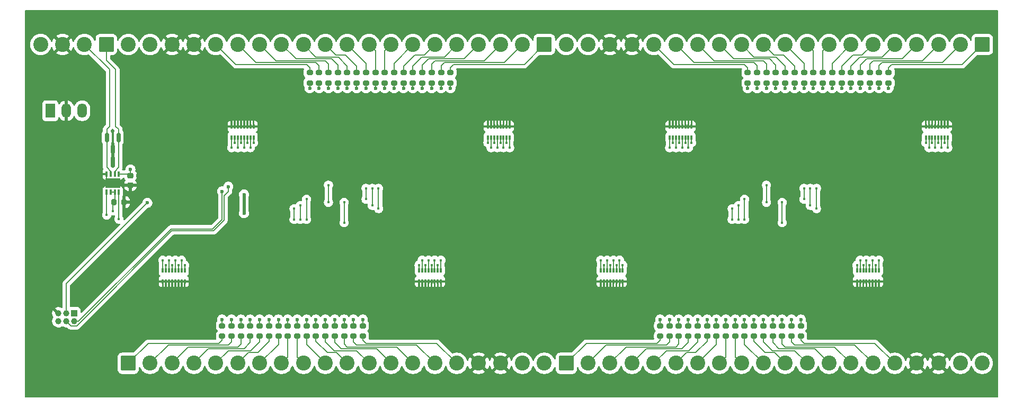
<source format=gbr>
G04 #@! TF.GenerationSoftware,KiCad,Pcbnew,9.0.6*
G04 #@! TF.CreationDate,2025-12-08T01:39:22+01:00*
G04 #@! TF.ProjectId,OM-64DO,4f4d2d36-3444-44f2-9e6b-696361645f70,1A*
G04 #@! TF.SameCoordinates,Original*
G04 #@! TF.FileFunction,Copper,L2,Bot*
G04 #@! TF.FilePolarity,Positive*
%FSLAX46Y46*%
G04 Gerber Fmt 4.6, Leading zero omitted, Abs format (unit mm)*
G04 Created by KiCad (PCBNEW 9.0.6) date 2025-12-08 01:39:22*
%MOMM*%
%LPD*%
G01*
G04 APERTURE LIST*
G04 Aperture macros list*
%AMRoundRect*
0 Rectangle with rounded corners*
0 $1 Rounding radius*
0 $2 $3 $4 $5 $6 $7 $8 $9 X,Y pos of 4 corners*
0 Add a 4 corners polygon primitive as box body*
4,1,4,$2,$3,$4,$5,$6,$7,$8,$9,$2,$3,0*
0 Add four circle primitives for the rounded corners*
1,1,$1+$1,$2,$3*
1,1,$1+$1,$4,$5*
1,1,$1+$1,$6,$7*
1,1,$1+$1,$8,$9*
0 Add four rect primitives between the rounded corners*
20,1,$1+$1,$2,$3,$4,$5,0*
20,1,$1+$1,$4,$5,$6,$7,0*
20,1,$1+$1,$6,$7,$8,$9,0*
20,1,$1+$1,$8,$9,$2,$3,0*%
G04 Aperture macros list end*
G04 #@! TA.AperFunction,ComponentPad*
%ADD10O,1.500000X2.300000*%
G04 #@! TD*
G04 #@! TA.AperFunction,ComponentPad*
%ADD11R,1.500000X2.300000*%
G04 #@! TD*
G04 #@! TA.AperFunction,ComponentPad*
%ADD12C,1.000000*%
G04 #@! TD*
G04 #@! TA.AperFunction,ComponentPad*
%ADD13R,1.000000X1.000000*%
G04 #@! TD*
G04 #@! TA.AperFunction,ComponentPad*
%ADD14C,2.400000*%
G04 #@! TD*
G04 #@! TA.AperFunction,ComponentPad*
%ADD15RoundRect,0.250001X0.949999X0.949999X-0.949999X0.949999X-0.949999X-0.949999X0.949999X-0.949999X0*%
G04 #@! TD*
G04 #@! TA.AperFunction,HeatsinkPad*
%ADD16R,2.400000X1.600000*%
G04 #@! TD*
G04 #@! TA.AperFunction,SMDPad,CuDef*
%ADD17RoundRect,0.075000X0.075000X-0.362500X0.075000X0.362500X-0.075000X0.362500X-0.075000X-0.362500X0*%
G04 #@! TD*
G04 #@! TA.AperFunction,SMDPad,CuDef*
%ADD18RoundRect,0.150000X-0.150000X0.587500X-0.150000X-0.587500X0.150000X-0.587500X0.150000X0.587500X0*%
G04 #@! TD*
G04 #@! TA.AperFunction,SMDPad,CuDef*
%ADD19RoundRect,0.200000X-0.200000X-0.275000X0.200000X-0.275000X0.200000X0.275000X-0.200000X0.275000X0*%
G04 #@! TD*
G04 #@! TA.AperFunction,SMDPad,CuDef*
%ADD20RoundRect,0.225000X0.250000X-0.225000X0.250000X0.225000X-0.250000X0.225000X-0.250000X-0.225000X0*%
G04 #@! TD*
G04 #@! TA.AperFunction,SMDPad,CuDef*
%ADD21R,0.300000X0.800000*%
G04 #@! TD*
G04 #@! TA.AperFunction,SMDPad,CuDef*
%ADD22RoundRect,0.200000X-0.275000X0.200000X-0.275000X-0.200000X0.275000X-0.200000X0.275000X0.200000X0*%
G04 #@! TD*
G04 #@! TA.AperFunction,SMDPad,CuDef*
%ADD23RoundRect,0.200000X0.275000X-0.200000X0.275000X0.200000X-0.275000X0.200000X-0.275000X-0.200000X0*%
G04 #@! TD*
G04 #@! TA.AperFunction,ComponentPad*
%ADD24RoundRect,0.250001X-0.949999X-0.949999X0.949999X-0.949999X0.949999X0.949999X-0.949999X0.949999X0*%
G04 #@! TD*
G04 #@! TA.AperFunction,ViaPad*
%ADD25C,0.450000*%
G04 #@! TD*
G04 #@! TA.AperFunction,ViaPad*
%ADD26C,0.600000*%
G04 #@! TD*
G04 #@! TA.AperFunction,Conductor*
%ADD27C,0.200000*%
G04 #@! TD*
G04 #@! TA.AperFunction,Conductor*
%ADD28C,0.500000*%
G04 #@! TD*
G04 APERTURE END LIST*
D10*
G04 #@! TO.P,U101,3,OUT*
G04 #@! TO.N,+3V3*
X75932893Y-85892893D03*
G04 #@! TO.P,U101,2,GND*
G04 #@! TO.N,GND*
X73392893Y-85892893D03*
D11*
G04 #@! TO.P,U101,1,IN*
G04 #@! TO.N,+VDC*
X70852893Y-85892893D03*
G04 #@! TD*
D12*
G04 #@! TO.P,J102,6,Pin_6*
G04 #@! TO.N,unconnected-(J102-Pin_6-Pad6)*
X72122893Y-119562893D03*
G04 #@! TO.P,J102,5,Pin_5*
G04 #@! TO.N,GND*
X72122893Y-118292893D03*
G04 #@! TO.P,J102,4,Pin_4*
G04 #@! TO.N,SWCLK*
X73392893Y-119562893D03*
G04 #@! TO.P,J102,3,Pin_3*
G04 #@! TO.N,NRST*
X73392893Y-118292893D03*
G04 #@! TO.P,J102,2,Pin_2*
G04 #@! TO.N,SWDIO*
X74662893Y-119562893D03*
D13*
G04 #@! TO.P,J102,1,Pin_1*
G04 #@! TO.N,+3V3*
X74662893Y-118292893D03*
G04 #@! TD*
D14*
G04 #@! TO.P,J101,4,Pin_4*
G04 #@! TO.N,+VDC*
X69292893Y-75292893D03*
G04 #@! TO.P,J101,3,Pin_3*
G04 #@! TO.N,GND*
X72792893Y-75292893D03*
G04 #@! TO.P,J101,2,Pin_2*
G04 #@! TO.N,A*
X76292893Y-75292893D03*
D15*
G04 #@! TO.P,J101,1,Pin_1*
G04 #@! TO.N,B*
X79792893Y-75292893D03*
G04 #@! TD*
D16*
G04 #@! TO.P,U102,9,GND*
G04 #@! TO.N,GND*
X80817893Y-97455393D03*
D17*
G04 #@! TO.P,U102,8,VCC*
G04 #@! TO.N,+3V3*
X81792893Y-96017893D03*
G04 #@! TO.P,U102,7,B*
G04 #@! TO.N,B*
X81142893Y-96017893D03*
G04 #@! TO.P,U102,6,A*
G04 #@! TO.N,A*
X80492893Y-96017893D03*
G04 #@! TO.P,U102,5,GND*
G04 #@! TO.N,GND*
X79842893Y-96017893D03*
G04 #@! TO.P,U102,4,DI*
G04 #@! TO.N,TX*
X79842893Y-98892893D03*
G04 #@! TO.P,U102,3,DE*
G04 #@! TO.N,DIR*
X80492893Y-98892893D03*
G04 #@! TO.P,U102,2,~{RE}*
X81142893Y-98892893D03*
G04 #@! TO.P,U102,1,RO*
G04 #@! TO.N,RX*
X81792893Y-98892893D03*
G04 #@! TD*
D18*
G04 #@! TO.P,D101,3,common*
G04 #@! TO.N,GND*
X80817893Y-92017893D03*
G04 #@! TO.P,D101,2,A2*
G04 #@! TO.N,B*
X81767893Y-90142893D03*
G04 #@! TO.P,D101,1,A1*
G04 #@! TO.N,A*
X79867893Y-90142893D03*
G04 #@! TD*
D19*
G04 #@! TO.P,R102,2*
G04 #@! TO.N,GND*
X82617893Y-100517893D03*
G04 #@! TO.P,R102,1*
G04 #@! TO.N,DIR*
X80967893Y-100517893D03*
G04 #@! TD*
D20*
G04 #@! TO.P,C103,2*
G04 #@! TO.N,+3V3*
X83642893Y-96242893D03*
G04 #@! TO.P,C103,1*
G04 #@! TO.N,GND*
X83642893Y-97792893D03*
G04 #@! TD*
D21*
G04 #@! TO.P,RN402,16,R1.2*
G04 #@! TO.N,Net-(RN402-R1.2)*
X92317893Y-111392893D03*
G04 #@! TO.P,RN402,15,R2.2*
G04 #@! TO.N,Net-(RN402-R2.2)*
X91817893Y-111392893D03*
G04 #@! TO.P,RN402,14,R3.2*
G04 #@! TO.N,Net-(RN402-R3.2)*
X91317893Y-111392893D03*
G04 #@! TO.P,RN402,13,R4.2*
G04 #@! TO.N,Net-(RN402-R4.2)*
X90817893Y-111392893D03*
G04 #@! TO.P,RN402,12,R5.2*
G04 #@! TO.N,Net-(RN402-R5.2)*
X90317893Y-111392893D03*
G04 #@! TO.P,RN402,11,R6.2*
G04 #@! TO.N,Net-(RN402-R6.2)*
X89817893Y-111392893D03*
G04 #@! TO.P,RN402,10,R7.2*
G04 #@! TO.N,Net-(RN402-R7.2)*
X89317893Y-111392893D03*
G04 #@! TO.P,RN402,9,R8.2*
G04 #@! TO.N,Net-(RN402-R8.2)*
X88817893Y-111392893D03*
G04 #@! TO.P,RN402,8,R8.1*
G04 #@! TO.N,GND*
X88817893Y-113192893D03*
G04 #@! TO.P,RN402,7,R7.1*
X89317893Y-113192893D03*
G04 #@! TO.P,RN402,6,R6.1*
X89817893Y-113192893D03*
G04 #@! TO.P,RN402,5,R5.1*
X90317893Y-113192893D03*
G04 #@! TO.P,RN402,4,R4.1*
X90817893Y-113192893D03*
G04 #@! TO.P,RN402,3,R3.1*
X91317893Y-113192893D03*
G04 #@! TO.P,RN402,2,R2.1*
X91817893Y-113192893D03*
G04 #@! TO.P,RN402,1,R1.1*
X92317893Y-113192893D03*
G04 #@! TD*
D22*
G04 #@! TO.P,R418,2*
G04 #@! TO.N,Net-(J401-Pin_1)*
X98292893Y-121942893D03*
G04 #@! TO.P,R418,1*
G04 #@! TO.N,Net-(D417-K)*
X98292893Y-120292893D03*
G04 #@! TD*
G04 #@! TO.P,R417,2*
G04 #@! TO.N,Net-(J401-Pin_2)*
X99792893Y-121942893D03*
G04 #@! TO.P,R417,1*
G04 #@! TO.N,Net-(D416-K)*
X99792893Y-120292893D03*
G04 #@! TD*
G04 #@! TO.P,R416,2*
G04 #@! TO.N,Net-(J401-Pin_3)*
X101292893Y-121942893D03*
G04 #@! TO.P,R416,1*
G04 #@! TO.N,Net-(D415-K)*
X101292893Y-120292893D03*
G04 #@! TD*
D21*
G04 #@! TO.P,RN201,16,R1.2*
G04 #@! TO.N,Net-(RN201-R1.2)*
X99817893Y-90192893D03*
G04 #@! TO.P,RN201,15,R2.2*
G04 #@! TO.N,Net-(RN201-R2.2)*
X100317893Y-90192893D03*
G04 #@! TO.P,RN201,14,R3.2*
G04 #@! TO.N,Net-(RN201-R3.2)*
X100817893Y-90192893D03*
G04 #@! TO.P,RN201,13,R4.2*
G04 #@! TO.N,Net-(RN201-R4.2)*
X101317893Y-90192893D03*
G04 #@! TO.P,RN201,12,R5.2*
G04 #@! TO.N,Net-(RN201-R5.2)*
X101817893Y-90192893D03*
G04 #@! TO.P,RN201,11,R6.2*
G04 #@! TO.N,Net-(RN201-R6.2)*
X102317893Y-90192893D03*
G04 #@! TO.P,RN201,10,R7.2*
G04 #@! TO.N,Net-(RN201-R7.2)*
X102817893Y-90192893D03*
G04 #@! TO.P,RN201,9,R8.2*
G04 #@! TO.N,Net-(RN201-R8.2)*
X103317893Y-90192893D03*
G04 #@! TO.P,RN201,8,R8.1*
G04 #@! TO.N,GND*
X103317893Y-88392893D03*
G04 #@! TO.P,RN201,7,R7.1*
X102817893Y-88392893D03*
G04 #@! TO.P,RN201,6,R6.1*
X102317893Y-88392893D03*
G04 #@! TO.P,RN201,5,R5.1*
X101817893Y-88392893D03*
G04 #@! TO.P,RN201,4,R4.1*
X101317893Y-88392893D03*
G04 #@! TO.P,RN201,3,R3.1*
X100817893Y-88392893D03*
G04 #@! TO.P,RN201,2,R2.1*
X100317893Y-88392893D03*
G04 #@! TO.P,RN201,1,R1.1*
X99817893Y-88392893D03*
G04 #@! TD*
D22*
G04 #@! TO.P,R415,2*
G04 #@! TO.N,Net-(J401-Pin_4)*
X102792893Y-121942893D03*
G04 #@! TO.P,R415,1*
G04 #@! TO.N,Net-(D414-K)*
X102792893Y-120292893D03*
G04 #@! TD*
G04 #@! TO.P,R414,2*
G04 #@! TO.N,Net-(J401-Pin_5)*
X104292893Y-121942893D03*
G04 #@! TO.P,R414,1*
G04 #@! TO.N,Net-(D413-K)*
X104292893Y-120292893D03*
G04 #@! TD*
G04 #@! TO.P,R413,2*
G04 #@! TO.N,Net-(J401-Pin_6)*
X105792893Y-121942893D03*
G04 #@! TO.P,R413,1*
G04 #@! TO.N,Net-(D412-K)*
X105792893Y-120292893D03*
G04 #@! TD*
G04 #@! TO.P,R412,2*
G04 #@! TO.N,Net-(J401-Pin_7)*
X107292893Y-121942893D03*
G04 #@! TO.P,R412,1*
G04 #@! TO.N,Net-(D411-K)*
X107292893Y-120292893D03*
G04 #@! TD*
G04 #@! TO.P,R411,2*
G04 #@! TO.N,Net-(J401-Pin_8)*
X108792893Y-121942893D03*
G04 #@! TO.P,R411,1*
G04 #@! TO.N,Net-(D410-K)*
X108792893Y-120292893D03*
G04 #@! TD*
G04 #@! TO.P,R410,2*
G04 #@! TO.N,Net-(J401-Pin_9)*
X110292893Y-121942893D03*
G04 #@! TO.P,R410,1*
G04 #@! TO.N,Net-(D409-K)*
X110292893Y-120292893D03*
G04 #@! TD*
G04 #@! TO.P,R409,2*
G04 #@! TO.N,Net-(J401-Pin_10)*
X111792893Y-121942893D03*
G04 #@! TO.P,R409,1*
G04 #@! TO.N,Net-(D408-K)*
X111792893Y-120292893D03*
G04 #@! TD*
D23*
G04 #@! TO.P,R203,2*
G04 #@! TO.N,Net-(J201-Pin_16)*
X112292893Y-79792893D03*
G04 #@! TO.P,R203,1*
G04 #@! TO.N,Net-(D202-K)*
X112292893Y-81442893D03*
G04 #@! TD*
D22*
G04 #@! TO.P,R408,2*
G04 #@! TO.N,Net-(J401-Pin_11)*
X113292893Y-121942893D03*
G04 #@! TO.P,R408,1*
G04 #@! TO.N,Net-(D407-K)*
X113292893Y-120292893D03*
G04 #@! TD*
D23*
G04 #@! TO.P,R204,2*
G04 #@! TO.N,Net-(J201-Pin_15)*
X113792893Y-79792893D03*
G04 #@! TO.P,R204,1*
G04 #@! TO.N,Net-(D203-K)*
X113792893Y-81442893D03*
G04 #@! TD*
D22*
G04 #@! TO.P,R407,2*
G04 #@! TO.N,Net-(J401-Pin_12)*
X114792893Y-121942893D03*
G04 #@! TO.P,R407,1*
G04 #@! TO.N,Net-(D406-K)*
X114792893Y-120292893D03*
G04 #@! TD*
D23*
G04 #@! TO.P,R205,2*
G04 #@! TO.N,Net-(J201-Pin_14)*
X115292893Y-79792893D03*
G04 #@! TO.P,R205,1*
G04 #@! TO.N,Net-(D204-K)*
X115292893Y-81442893D03*
G04 #@! TD*
D22*
G04 #@! TO.P,R406,2*
G04 #@! TO.N,Net-(J401-Pin_13)*
X116292893Y-121942893D03*
G04 #@! TO.P,R406,1*
G04 #@! TO.N,Net-(D405-K)*
X116292893Y-120292893D03*
G04 #@! TD*
D14*
G04 #@! TO.P,J201,20,Pin_20*
G04 #@! TO.N,/Logic Block AB/+V_{COIL}*
X83292893Y-75292893D03*
G04 #@! TO.P,J201,19,Pin_19*
X86792893Y-75292893D03*
G04 #@! TO.P,J201,18,Pin_18*
G04 #@! TO.N,GND*
X90292893Y-75292893D03*
G04 #@! TO.P,J201,17,Pin_17*
X93792893Y-75292893D03*
G04 #@! TO.P,J201,16,Pin_16*
G04 #@! TO.N,Net-(J201-Pin_16)*
X97292893Y-75292893D03*
G04 #@! TO.P,J201,15,Pin_15*
G04 #@! TO.N,Net-(J201-Pin_15)*
X100792893Y-75292893D03*
G04 #@! TO.P,J201,14,Pin_14*
G04 #@! TO.N,Net-(J201-Pin_14)*
X104292893Y-75292893D03*
G04 #@! TO.P,J201,13,Pin_13*
G04 #@! TO.N,Net-(J201-Pin_13)*
X107792893Y-75292893D03*
G04 #@! TO.P,J201,12,Pin_12*
G04 #@! TO.N,Net-(J201-Pin_12)*
X111292893Y-75292893D03*
G04 #@! TO.P,J201,11,Pin_11*
G04 #@! TO.N,Net-(J201-Pin_11)*
X114792893Y-75292893D03*
G04 #@! TO.P,J201,10,Pin_10*
G04 #@! TO.N,Net-(J201-Pin_10)*
X118292893Y-75292893D03*
G04 #@! TO.P,J201,9,Pin_9*
G04 #@! TO.N,Net-(J201-Pin_9)*
X121792893Y-75292893D03*
G04 #@! TO.P,J201,8,Pin_8*
G04 #@! TO.N,Net-(J201-Pin_8)*
X125292893Y-75292893D03*
G04 #@! TO.P,J201,7,Pin_7*
G04 #@! TO.N,Net-(J201-Pin_7)*
X128792893Y-75292893D03*
G04 #@! TO.P,J201,6,Pin_6*
G04 #@! TO.N,Net-(J201-Pin_6)*
X132292893Y-75292893D03*
G04 #@! TO.P,J201,5,Pin_5*
G04 #@! TO.N,Net-(J201-Pin_5)*
X135792893Y-75292893D03*
G04 #@! TO.P,J201,4,Pin_4*
G04 #@! TO.N,Net-(J201-Pin_4)*
X139292893Y-75292893D03*
G04 #@! TO.P,J201,3,Pin_3*
G04 #@! TO.N,Net-(J201-Pin_3)*
X142792893Y-75292893D03*
G04 #@! TO.P,J201,2,Pin_2*
G04 #@! TO.N,Net-(J201-Pin_2)*
X146292893Y-75292893D03*
D15*
G04 #@! TO.P,J201,1,Pin_1*
G04 #@! TO.N,Net-(J201-Pin_1)*
X149792893Y-75292893D03*
G04 #@! TD*
D14*
G04 #@! TO.P,J401,20,Pin_20*
G04 #@! TO.N,/Logic Block EF/+V_{COIL}*
X149792893Y-126292893D03*
G04 #@! TO.P,J401,19,Pin_19*
X146292893Y-126292893D03*
G04 #@! TO.P,J401,18,Pin_18*
G04 #@! TO.N,GND*
X142792893Y-126292893D03*
G04 #@! TO.P,J401,17,Pin_17*
X139292893Y-126292893D03*
G04 #@! TO.P,J401,16,Pin_16*
G04 #@! TO.N,Net-(J401-Pin_16)*
X135792893Y-126292893D03*
G04 #@! TO.P,J401,15,Pin_15*
G04 #@! TO.N,Net-(J401-Pin_15)*
X132292893Y-126292893D03*
G04 #@! TO.P,J401,14,Pin_14*
G04 #@! TO.N,Net-(J401-Pin_14)*
X128792893Y-126292893D03*
G04 #@! TO.P,J401,13,Pin_13*
G04 #@! TO.N,Net-(J401-Pin_13)*
X125292893Y-126292893D03*
G04 #@! TO.P,J401,12,Pin_12*
G04 #@! TO.N,Net-(J401-Pin_12)*
X121792893Y-126292893D03*
G04 #@! TO.P,J401,11,Pin_11*
G04 #@! TO.N,Net-(J401-Pin_11)*
X118292893Y-126292893D03*
G04 #@! TO.P,J401,10,Pin_10*
G04 #@! TO.N,Net-(J401-Pin_10)*
X114792893Y-126292893D03*
G04 #@! TO.P,J401,9,Pin_9*
G04 #@! TO.N,Net-(J401-Pin_9)*
X111292893Y-126292893D03*
G04 #@! TO.P,J401,8,Pin_8*
G04 #@! TO.N,Net-(J401-Pin_8)*
X107792893Y-126292893D03*
G04 #@! TO.P,J401,7,Pin_7*
G04 #@! TO.N,Net-(J401-Pin_7)*
X104292893Y-126292893D03*
G04 #@! TO.P,J401,6,Pin_6*
G04 #@! TO.N,Net-(J401-Pin_6)*
X100792893Y-126292893D03*
G04 #@! TO.P,J401,5,Pin_5*
G04 #@! TO.N,Net-(J401-Pin_5)*
X97292893Y-126292893D03*
G04 #@! TO.P,J401,4,Pin_4*
G04 #@! TO.N,Net-(J401-Pin_4)*
X93792893Y-126292893D03*
G04 #@! TO.P,J401,3,Pin_3*
G04 #@! TO.N,Net-(J401-Pin_3)*
X90292893Y-126292893D03*
G04 #@! TO.P,J401,2,Pin_2*
G04 #@! TO.N,Net-(J401-Pin_2)*
X86792893Y-126292893D03*
D24*
G04 #@! TO.P,J401,1,Pin_1*
G04 #@! TO.N,Net-(J401-Pin_1)*
X83292893Y-126292893D03*
G04 #@! TD*
D23*
G04 #@! TO.P,R206,2*
G04 #@! TO.N,Net-(J201-Pin_13)*
X116792893Y-79792893D03*
G04 #@! TO.P,R206,1*
G04 #@! TO.N,Net-(D205-K)*
X116792893Y-81442893D03*
G04 #@! TD*
D22*
G04 #@! TO.P,R405,2*
G04 #@! TO.N,Net-(J401-Pin_14)*
X117792893Y-121942893D03*
G04 #@! TO.P,R405,1*
G04 #@! TO.N,Net-(D404-K)*
X117792893Y-120292893D03*
G04 #@! TD*
D23*
G04 #@! TO.P,R207,2*
G04 #@! TO.N,Net-(J201-Pin_12)*
X118292893Y-79792893D03*
G04 #@! TO.P,R207,1*
G04 #@! TO.N,Net-(D206-K)*
X118292893Y-81442893D03*
G04 #@! TD*
D22*
G04 #@! TO.P,R404,2*
G04 #@! TO.N,Net-(J401-Pin_15)*
X119292893Y-121942893D03*
G04 #@! TO.P,R404,1*
G04 #@! TO.N,Net-(D403-K)*
X119292893Y-120292893D03*
G04 #@! TD*
D23*
G04 #@! TO.P,R208,2*
G04 #@! TO.N,Net-(J201-Pin_11)*
X119792893Y-79792893D03*
G04 #@! TO.P,R208,1*
G04 #@! TO.N,Net-(D207-K)*
X119792893Y-81442893D03*
G04 #@! TD*
D22*
G04 #@! TO.P,R403,2*
G04 #@! TO.N,Net-(J401-Pin_16)*
X120792893Y-121942893D03*
G04 #@! TO.P,R403,1*
G04 #@! TO.N,Net-(D402-K)*
X120792893Y-120292893D03*
G04 #@! TD*
D23*
G04 #@! TO.P,R209,2*
G04 #@! TO.N,Net-(J201-Pin_10)*
X121292893Y-79792893D03*
G04 #@! TO.P,R209,1*
G04 #@! TO.N,Net-(D208-K)*
X121292893Y-81442893D03*
G04 #@! TD*
G04 #@! TO.P,R210,2*
G04 #@! TO.N,Net-(J201-Pin_9)*
X122792893Y-79792893D03*
G04 #@! TO.P,R210,1*
G04 #@! TO.N,Net-(D209-K)*
X122792893Y-81442893D03*
G04 #@! TD*
G04 #@! TO.P,R211,2*
G04 #@! TO.N,Net-(J201-Pin_8)*
X124292893Y-79792893D03*
G04 #@! TO.P,R211,1*
G04 #@! TO.N,Net-(D210-K)*
X124292893Y-81442893D03*
G04 #@! TD*
G04 #@! TO.P,R212,2*
G04 #@! TO.N,Net-(J201-Pin_7)*
X125792893Y-79792893D03*
G04 #@! TO.P,R212,1*
G04 #@! TO.N,Net-(D211-K)*
X125792893Y-81442893D03*
G04 #@! TD*
G04 #@! TO.P,R213,2*
G04 #@! TO.N,Net-(J201-Pin_6)*
X127292893Y-79792893D03*
G04 #@! TO.P,R213,1*
G04 #@! TO.N,Net-(D212-K)*
X127292893Y-81442893D03*
G04 #@! TD*
G04 #@! TO.P,R214,2*
G04 #@! TO.N,Net-(J201-Pin_5)*
X128792893Y-79792893D03*
G04 #@! TO.P,R214,1*
G04 #@! TO.N,Net-(D213-K)*
X128792893Y-81442893D03*
G04 #@! TD*
G04 #@! TO.P,R215,2*
G04 #@! TO.N,Net-(J201-Pin_4)*
X130292893Y-79792893D03*
G04 #@! TO.P,R215,1*
G04 #@! TO.N,Net-(D214-K)*
X130292893Y-81442893D03*
G04 #@! TD*
D21*
G04 #@! TO.P,RN401,16,R1.2*
G04 #@! TO.N,Net-(RN401-R1.2)*
X133267893Y-111392893D03*
G04 #@! TO.P,RN401,15,R2.2*
G04 #@! TO.N,Net-(RN401-R2.2)*
X132767893Y-111392893D03*
G04 #@! TO.P,RN401,14,R3.2*
G04 #@! TO.N,Net-(RN401-R3.2)*
X132267893Y-111392893D03*
G04 #@! TO.P,RN401,13,R4.2*
G04 #@! TO.N,Net-(RN401-R4.2)*
X131767893Y-111392893D03*
G04 #@! TO.P,RN401,12,R5.2*
G04 #@! TO.N,Net-(RN401-R5.2)*
X131267893Y-111392893D03*
G04 #@! TO.P,RN401,11,R6.2*
G04 #@! TO.N,Net-(RN401-R6.2)*
X130767893Y-111392893D03*
G04 #@! TO.P,RN401,10,R7.2*
G04 #@! TO.N,Net-(RN401-R7.2)*
X130267893Y-111392893D03*
G04 #@! TO.P,RN401,9,R8.2*
G04 #@! TO.N,Net-(RN401-R8.2)*
X129767893Y-111392893D03*
G04 #@! TO.P,RN401,8,R8.1*
G04 #@! TO.N,GND*
X129767893Y-113192893D03*
G04 #@! TO.P,RN401,7,R7.1*
X130267893Y-113192893D03*
G04 #@! TO.P,RN401,6,R6.1*
X130767893Y-113192893D03*
G04 #@! TO.P,RN401,5,R5.1*
X131267893Y-113192893D03*
G04 #@! TO.P,RN401,4,R4.1*
X131767893Y-113192893D03*
G04 #@! TO.P,RN401,3,R3.1*
X132267893Y-113192893D03*
G04 #@! TO.P,RN401,2,R2.1*
X132767893Y-113192893D03*
G04 #@! TO.P,RN401,1,R1.1*
X133267893Y-113192893D03*
G04 #@! TD*
D23*
G04 #@! TO.P,R216,2*
G04 #@! TO.N,Net-(J201-Pin_3)*
X131792893Y-79792893D03*
G04 #@! TO.P,R216,1*
G04 #@! TO.N,Net-(D215-K)*
X131792893Y-81442893D03*
G04 #@! TD*
G04 #@! TO.P,R217,2*
G04 #@! TO.N,Net-(J201-Pin_2)*
X133292893Y-79792893D03*
G04 #@! TO.P,R217,1*
G04 #@! TO.N,Net-(D216-K)*
X133292893Y-81442893D03*
G04 #@! TD*
G04 #@! TO.P,R218,2*
G04 #@! TO.N,Net-(J201-Pin_1)*
X134792893Y-79792893D03*
G04 #@! TO.P,R218,1*
G04 #@! TO.N,Net-(D217-K)*
X134792893Y-81442893D03*
G04 #@! TD*
D21*
G04 #@! TO.P,RN202,16,R1.2*
G04 #@! TO.N,Net-(RN202-R1.2)*
X140767893Y-90192893D03*
G04 #@! TO.P,RN202,15,R2.2*
G04 #@! TO.N,Net-(RN202-R2.2)*
X141267893Y-90192893D03*
G04 #@! TO.P,RN202,14,R3.2*
G04 #@! TO.N,Net-(RN202-R3.2)*
X141767893Y-90192893D03*
G04 #@! TO.P,RN202,13,R4.2*
G04 #@! TO.N,Net-(RN202-R4.2)*
X142267893Y-90192893D03*
G04 #@! TO.P,RN202,12,R5.2*
G04 #@! TO.N,Net-(RN202-R5.2)*
X142767893Y-90192893D03*
G04 #@! TO.P,RN202,11,R6.2*
G04 #@! TO.N,Net-(RN202-R6.2)*
X143267893Y-90192893D03*
G04 #@! TO.P,RN202,10,R7.2*
G04 #@! TO.N,Net-(RN202-R7.2)*
X143767893Y-90192893D03*
G04 #@! TO.P,RN202,9,R8.2*
G04 #@! TO.N,Net-(RN202-R8.2)*
X144267893Y-90192893D03*
G04 #@! TO.P,RN202,8,R8.1*
G04 #@! TO.N,GND*
X144267893Y-88392893D03*
G04 #@! TO.P,RN202,7,R7.1*
X143767893Y-88392893D03*
G04 #@! TO.P,RN202,6,R6.1*
X143267893Y-88392893D03*
G04 #@! TO.P,RN202,5,R5.1*
X142767893Y-88392893D03*
G04 #@! TO.P,RN202,4,R4.1*
X142267893Y-88392893D03*
G04 #@! TO.P,RN202,3,R3.1*
X141767893Y-88392893D03*
G04 #@! TO.P,RN202,2,R2.1*
X141267893Y-88392893D03*
G04 #@! TO.P,RN202,1,R1.1*
X140767893Y-88392893D03*
G04 #@! TD*
G04 #@! TO.P,RN502,16,R1.2*
G04 #@! TO.N,Net-(RN502-R1.2)*
X162317893Y-111392893D03*
G04 #@! TO.P,RN502,15,R2.2*
G04 #@! TO.N,Net-(RN502-R2.2)*
X161817893Y-111392893D03*
G04 #@! TO.P,RN502,14,R3.2*
G04 #@! TO.N,Net-(RN502-R3.2)*
X161317893Y-111392893D03*
G04 #@! TO.P,RN502,13,R4.2*
G04 #@! TO.N,Net-(RN502-R4.2)*
X160817893Y-111392893D03*
G04 #@! TO.P,RN502,12,R5.2*
G04 #@! TO.N,Net-(RN502-R5.2)*
X160317893Y-111392893D03*
G04 #@! TO.P,RN502,11,R6.2*
G04 #@! TO.N,Net-(RN502-R6.2)*
X159817893Y-111392893D03*
G04 #@! TO.P,RN502,10,R7.2*
G04 #@! TO.N,Net-(RN502-R7.2)*
X159317893Y-111392893D03*
G04 #@! TO.P,RN502,9,R8.2*
G04 #@! TO.N,Net-(RN502-R8.2)*
X158817893Y-111392893D03*
G04 #@! TO.P,RN502,8,R8.1*
G04 #@! TO.N,GND*
X158817893Y-113192893D03*
G04 #@! TO.P,RN502,7,R7.1*
X159317893Y-113192893D03*
G04 #@! TO.P,RN502,6,R6.1*
X159817893Y-113192893D03*
G04 #@! TO.P,RN502,5,R5.1*
X160317893Y-113192893D03*
G04 #@! TO.P,RN502,4,R4.1*
X160817893Y-113192893D03*
G04 #@! TO.P,RN502,3,R3.1*
X161317893Y-113192893D03*
G04 #@! TO.P,RN502,2,R2.1*
X161817893Y-113192893D03*
G04 #@! TO.P,RN502,1,R1.1*
X162317893Y-113192893D03*
G04 #@! TD*
D22*
G04 #@! TO.P,R518,2*
G04 #@! TO.N,Net-(J501-Pin_1)*
X168292893Y-121942893D03*
G04 #@! TO.P,R518,1*
G04 #@! TO.N,Net-(D517-K)*
X168292893Y-120292893D03*
G04 #@! TD*
G04 #@! TO.P,R517,2*
G04 #@! TO.N,Net-(J501-Pin_2)*
X169792893Y-121942893D03*
G04 #@! TO.P,R517,1*
G04 #@! TO.N,Net-(D516-K)*
X169792893Y-120292893D03*
G04 #@! TD*
G04 #@! TO.P,R516,2*
G04 #@! TO.N,Net-(J501-Pin_3)*
X171292893Y-121942893D03*
G04 #@! TO.P,R516,1*
G04 #@! TO.N,Net-(D515-K)*
X171292893Y-120292893D03*
G04 #@! TD*
D21*
G04 #@! TO.P,RN301,16,R1.2*
G04 #@! TO.N,Net-(RN301-R1.2)*
X169817893Y-90192893D03*
G04 #@! TO.P,RN301,15,R2.2*
G04 #@! TO.N,Net-(RN301-R2.2)*
X170317893Y-90192893D03*
G04 #@! TO.P,RN301,14,R3.2*
G04 #@! TO.N,Net-(RN301-R3.2)*
X170817893Y-90192893D03*
G04 #@! TO.P,RN301,13,R4.2*
G04 #@! TO.N,Net-(RN301-R4.2)*
X171317893Y-90192893D03*
G04 #@! TO.P,RN301,12,R5.2*
G04 #@! TO.N,Net-(RN301-R5.2)*
X171817893Y-90192893D03*
G04 #@! TO.P,RN301,11,R6.2*
G04 #@! TO.N,Net-(RN301-R6.2)*
X172317893Y-90192893D03*
G04 #@! TO.P,RN301,10,R7.2*
G04 #@! TO.N,Net-(RN301-R7.2)*
X172817893Y-90192893D03*
G04 #@! TO.P,RN301,9,R8.2*
G04 #@! TO.N,Net-(RN301-R8.2)*
X173317893Y-90192893D03*
G04 #@! TO.P,RN301,8,R8.1*
G04 #@! TO.N,GND*
X173317893Y-88392893D03*
G04 #@! TO.P,RN301,7,R7.1*
X172817893Y-88392893D03*
G04 #@! TO.P,RN301,6,R6.1*
X172317893Y-88392893D03*
G04 #@! TO.P,RN301,5,R5.1*
X171817893Y-88392893D03*
G04 #@! TO.P,RN301,4,R4.1*
X171317893Y-88392893D03*
G04 #@! TO.P,RN301,3,R3.1*
X170817893Y-88392893D03*
G04 #@! TO.P,RN301,2,R2.1*
X170317893Y-88392893D03*
G04 #@! TO.P,RN301,1,R1.1*
X169817893Y-88392893D03*
G04 #@! TD*
D22*
G04 #@! TO.P,R515,2*
G04 #@! TO.N,Net-(J501-Pin_4)*
X172792893Y-121942893D03*
G04 #@! TO.P,R515,1*
G04 #@! TO.N,Net-(D514-K)*
X172792893Y-120292893D03*
G04 #@! TD*
G04 #@! TO.P,R514,2*
G04 #@! TO.N,Net-(J501-Pin_5)*
X174292893Y-121942893D03*
G04 #@! TO.P,R514,1*
G04 #@! TO.N,Net-(D513-K)*
X174292893Y-120292893D03*
G04 #@! TD*
G04 #@! TO.P,R513,2*
G04 #@! TO.N,Net-(J501-Pin_6)*
X175792893Y-121942893D03*
G04 #@! TO.P,R513,1*
G04 #@! TO.N,Net-(D512-K)*
X175792893Y-120292893D03*
G04 #@! TD*
G04 #@! TO.P,R512,2*
G04 #@! TO.N,Net-(J501-Pin_7)*
X177292893Y-121942893D03*
G04 #@! TO.P,R512,1*
G04 #@! TO.N,Net-(D511-K)*
X177292893Y-120292893D03*
G04 #@! TD*
G04 #@! TO.P,R511,2*
G04 #@! TO.N,Net-(J501-Pin_8)*
X178792893Y-121942893D03*
G04 #@! TO.P,R511,1*
G04 #@! TO.N,Net-(D510-K)*
X178792893Y-120292893D03*
G04 #@! TD*
G04 #@! TO.P,R510,2*
G04 #@! TO.N,Net-(J501-Pin_9)*
X180292893Y-121942893D03*
G04 #@! TO.P,R510,1*
G04 #@! TO.N,Net-(D509-K)*
X180292893Y-120292893D03*
G04 #@! TD*
G04 #@! TO.P,R509,2*
G04 #@! TO.N,Net-(J501-Pin_10)*
X181792893Y-121942893D03*
G04 #@! TO.P,R509,1*
G04 #@! TO.N,Net-(D508-K)*
X181792893Y-120292893D03*
G04 #@! TD*
D23*
G04 #@! TO.P,R303,2*
G04 #@! TO.N,Net-(J301-Pin_16)*
X182292893Y-79792893D03*
G04 #@! TO.P,R303,1*
G04 #@! TO.N,Net-(D302-K)*
X182292893Y-81442893D03*
G04 #@! TD*
D22*
G04 #@! TO.P,R508,2*
G04 #@! TO.N,Net-(J501-Pin_11)*
X183292893Y-121942893D03*
G04 #@! TO.P,R508,1*
G04 #@! TO.N,Net-(D507-K)*
X183292893Y-120292893D03*
G04 #@! TD*
D23*
G04 #@! TO.P,R304,2*
G04 #@! TO.N,Net-(J301-Pin_15)*
X183792893Y-79792893D03*
G04 #@! TO.P,R304,1*
G04 #@! TO.N,Net-(D303-K)*
X183792893Y-81442893D03*
G04 #@! TD*
D22*
G04 #@! TO.P,R507,2*
G04 #@! TO.N,Net-(J501-Pin_12)*
X184792893Y-121942893D03*
G04 #@! TO.P,R507,1*
G04 #@! TO.N,Net-(D506-K)*
X184792893Y-120292893D03*
G04 #@! TD*
D23*
G04 #@! TO.P,R305,2*
G04 #@! TO.N,Net-(J301-Pin_14)*
X185292893Y-79792893D03*
G04 #@! TO.P,R305,1*
G04 #@! TO.N,Net-(D304-K)*
X185292893Y-81442893D03*
G04 #@! TD*
D22*
G04 #@! TO.P,R506,2*
G04 #@! TO.N,Net-(J501-Pin_13)*
X186292893Y-121942893D03*
G04 #@! TO.P,R506,1*
G04 #@! TO.N,Net-(D505-K)*
X186292893Y-120292893D03*
G04 #@! TD*
D14*
G04 #@! TO.P,J301,20,Pin_20*
G04 #@! TO.N,/Logic Block CD/+V_{COIL}*
X153292893Y-75292893D03*
G04 #@! TO.P,J301,19,Pin_19*
X156792893Y-75292893D03*
G04 #@! TO.P,J301,18,Pin_18*
G04 #@! TO.N,GND*
X160292893Y-75292893D03*
G04 #@! TO.P,J301,17,Pin_17*
X163792893Y-75292893D03*
G04 #@! TO.P,J301,16,Pin_16*
G04 #@! TO.N,Net-(J301-Pin_16)*
X167292893Y-75292893D03*
G04 #@! TO.P,J301,15,Pin_15*
G04 #@! TO.N,Net-(J301-Pin_15)*
X170792893Y-75292893D03*
G04 #@! TO.P,J301,14,Pin_14*
G04 #@! TO.N,Net-(J301-Pin_14)*
X174292893Y-75292893D03*
G04 #@! TO.P,J301,13,Pin_13*
G04 #@! TO.N,Net-(J301-Pin_13)*
X177792893Y-75292893D03*
G04 #@! TO.P,J301,12,Pin_12*
G04 #@! TO.N,Net-(J301-Pin_12)*
X181292893Y-75292893D03*
G04 #@! TO.P,J301,11,Pin_11*
G04 #@! TO.N,Net-(J301-Pin_11)*
X184792893Y-75292893D03*
G04 #@! TO.P,J301,10,Pin_10*
G04 #@! TO.N,Net-(J301-Pin_10)*
X188292893Y-75292893D03*
G04 #@! TO.P,J301,9,Pin_9*
G04 #@! TO.N,Net-(J301-Pin_9)*
X191792893Y-75292893D03*
G04 #@! TO.P,J301,8,Pin_8*
G04 #@! TO.N,Net-(J301-Pin_8)*
X195292893Y-75292893D03*
G04 #@! TO.P,J301,7,Pin_7*
G04 #@! TO.N,Net-(J301-Pin_7)*
X198792893Y-75292893D03*
G04 #@! TO.P,J301,6,Pin_6*
G04 #@! TO.N,Net-(J301-Pin_6)*
X202292893Y-75292893D03*
G04 #@! TO.P,J301,5,Pin_5*
G04 #@! TO.N,Net-(J301-Pin_5)*
X205792893Y-75292893D03*
G04 #@! TO.P,J301,4,Pin_4*
G04 #@! TO.N,Net-(J301-Pin_4)*
X209292893Y-75292893D03*
G04 #@! TO.P,J301,3,Pin_3*
G04 #@! TO.N,Net-(J301-Pin_3)*
X212792893Y-75292893D03*
G04 #@! TO.P,J301,2,Pin_2*
G04 #@! TO.N,Net-(J301-Pin_2)*
X216292893Y-75292893D03*
D15*
G04 #@! TO.P,J301,1,Pin_1*
G04 #@! TO.N,Net-(J301-Pin_1)*
X219792893Y-75292893D03*
G04 #@! TD*
D14*
G04 #@! TO.P,J501,20,Pin_20*
G04 #@! TO.N,/Logic Block GH/+V_{COIL}*
X219792893Y-126292893D03*
G04 #@! TO.P,J501,19,Pin_19*
X216292893Y-126292893D03*
G04 #@! TO.P,J501,18,Pin_18*
G04 #@! TO.N,GND*
X212792893Y-126292893D03*
G04 #@! TO.P,J501,17,Pin_17*
X209292893Y-126292893D03*
G04 #@! TO.P,J501,16,Pin_16*
G04 #@! TO.N,Net-(J501-Pin_16)*
X205792893Y-126292893D03*
G04 #@! TO.P,J501,15,Pin_15*
G04 #@! TO.N,Net-(J501-Pin_15)*
X202292893Y-126292893D03*
G04 #@! TO.P,J501,14,Pin_14*
G04 #@! TO.N,Net-(J501-Pin_14)*
X198792893Y-126292893D03*
G04 #@! TO.P,J501,13,Pin_13*
G04 #@! TO.N,Net-(J501-Pin_13)*
X195292893Y-126292893D03*
G04 #@! TO.P,J501,12,Pin_12*
G04 #@! TO.N,Net-(J501-Pin_12)*
X191792893Y-126292893D03*
G04 #@! TO.P,J501,11,Pin_11*
G04 #@! TO.N,Net-(J501-Pin_11)*
X188292893Y-126292893D03*
G04 #@! TO.P,J501,10,Pin_10*
G04 #@! TO.N,Net-(J501-Pin_10)*
X184792893Y-126292893D03*
G04 #@! TO.P,J501,9,Pin_9*
G04 #@! TO.N,Net-(J501-Pin_9)*
X181292893Y-126292893D03*
G04 #@! TO.P,J501,8,Pin_8*
G04 #@! TO.N,Net-(J501-Pin_8)*
X177792893Y-126292893D03*
G04 #@! TO.P,J501,7,Pin_7*
G04 #@! TO.N,Net-(J501-Pin_7)*
X174292893Y-126292893D03*
G04 #@! TO.P,J501,6,Pin_6*
G04 #@! TO.N,Net-(J501-Pin_6)*
X170792893Y-126292893D03*
G04 #@! TO.P,J501,5,Pin_5*
G04 #@! TO.N,Net-(J501-Pin_5)*
X167292893Y-126292893D03*
G04 #@! TO.P,J501,4,Pin_4*
G04 #@! TO.N,Net-(J501-Pin_4)*
X163792893Y-126292893D03*
G04 #@! TO.P,J501,3,Pin_3*
G04 #@! TO.N,Net-(J501-Pin_3)*
X160292893Y-126292893D03*
G04 #@! TO.P,J501,2,Pin_2*
G04 #@! TO.N,Net-(J501-Pin_2)*
X156792893Y-126292893D03*
D24*
G04 #@! TO.P,J501,1,Pin_1*
G04 #@! TO.N,Net-(J501-Pin_1)*
X153292893Y-126292893D03*
G04 #@! TD*
D23*
G04 #@! TO.P,R306,2*
G04 #@! TO.N,Net-(J301-Pin_13)*
X186792893Y-79792893D03*
G04 #@! TO.P,R306,1*
G04 #@! TO.N,Net-(D305-K)*
X186792893Y-81442893D03*
G04 #@! TD*
D22*
G04 #@! TO.P,R505,2*
G04 #@! TO.N,Net-(J501-Pin_14)*
X187792893Y-121942893D03*
G04 #@! TO.P,R505,1*
G04 #@! TO.N,Net-(D504-K)*
X187792893Y-120292893D03*
G04 #@! TD*
D23*
G04 #@! TO.P,R307,2*
G04 #@! TO.N,Net-(J301-Pin_12)*
X188292893Y-79792893D03*
G04 #@! TO.P,R307,1*
G04 #@! TO.N,Net-(D306-K)*
X188292893Y-81442893D03*
G04 #@! TD*
D22*
G04 #@! TO.P,R504,2*
G04 #@! TO.N,Net-(J501-Pin_15)*
X189292893Y-121942893D03*
G04 #@! TO.P,R504,1*
G04 #@! TO.N,Net-(D503-K)*
X189292893Y-120292893D03*
G04 #@! TD*
D23*
G04 #@! TO.P,R308,2*
G04 #@! TO.N,Net-(J301-Pin_11)*
X189792893Y-79792893D03*
G04 #@! TO.P,R308,1*
G04 #@! TO.N,Net-(D307-K)*
X189792893Y-81442893D03*
G04 #@! TD*
D22*
G04 #@! TO.P,R503,2*
G04 #@! TO.N,Net-(J501-Pin_16)*
X190792893Y-121942893D03*
G04 #@! TO.P,R503,1*
G04 #@! TO.N,Net-(D502-K)*
X190792893Y-120292893D03*
G04 #@! TD*
D23*
G04 #@! TO.P,R309,2*
G04 #@! TO.N,Net-(J301-Pin_10)*
X191292893Y-79792893D03*
G04 #@! TO.P,R309,1*
G04 #@! TO.N,Net-(D308-K)*
X191292893Y-81442893D03*
G04 #@! TD*
G04 #@! TO.P,R310,2*
G04 #@! TO.N,Net-(J301-Pin_9)*
X192792893Y-79792893D03*
G04 #@! TO.P,R310,1*
G04 #@! TO.N,Net-(D309-K)*
X192792893Y-81442893D03*
G04 #@! TD*
G04 #@! TO.P,R311,2*
G04 #@! TO.N,Net-(J301-Pin_8)*
X194292893Y-79792893D03*
G04 #@! TO.P,R311,1*
G04 #@! TO.N,Net-(D310-K)*
X194292893Y-81442893D03*
G04 #@! TD*
G04 #@! TO.P,R312,2*
G04 #@! TO.N,Net-(J301-Pin_7)*
X195792893Y-79792893D03*
G04 #@! TO.P,R312,1*
G04 #@! TO.N,Net-(D311-K)*
X195792893Y-81442893D03*
G04 #@! TD*
G04 #@! TO.P,R313,2*
G04 #@! TO.N,Net-(J301-Pin_6)*
X197292893Y-79792893D03*
G04 #@! TO.P,R313,1*
G04 #@! TO.N,Net-(D312-K)*
X197292893Y-81442893D03*
G04 #@! TD*
G04 #@! TO.P,R314,2*
G04 #@! TO.N,Net-(J301-Pin_5)*
X198792893Y-79792893D03*
G04 #@! TO.P,R314,1*
G04 #@! TO.N,Net-(D313-K)*
X198792893Y-81442893D03*
G04 #@! TD*
G04 #@! TO.P,R315,2*
G04 #@! TO.N,Net-(J301-Pin_4)*
X200292893Y-79792893D03*
G04 #@! TO.P,R315,1*
G04 #@! TO.N,Net-(D314-K)*
X200292893Y-81442893D03*
G04 #@! TD*
D21*
G04 #@! TO.P,RN501,16,R1.2*
G04 #@! TO.N,Net-(RN501-R1.2)*
X203267893Y-111392893D03*
G04 #@! TO.P,RN501,15,R2.2*
G04 #@! TO.N,Net-(RN501-R2.2)*
X202767893Y-111392893D03*
G04 #@! TO.P,RN501,14,R3.2*
G04 #@! TO.N,Net-(RN501-R3.2)*
X202267893Y-111392893D03*
G04 #@! TO.P,RN501,13,R4.2*
G04 #@! TO.N,Net-(RN501-R4.2)*
X201767893Y-111392893D03*
G04 #@! TO.P,RN501,12,R5.2*
G04 #@! TO.N,Net-(RN501-R5.2)*
X201267893Y-111392893D03*
G04 #@! TO.P,RN501,11,R6.2*
G04 #@! TO.N,Net-(RN501-R6.2)*
X200767893Y-111392893D03*
G04 #@! TO.P,RN501,10,R7.2*
G04 #@! TO.N,Net-(RN501-R7.2)*
X200267893Y-111392893D03*
G04 #@! TO.P,RN501,9,R8.2*
G04 #@! TO.N,Net-(RN501-R8.2)*
X199767893Y-111392893D03*
G04 #@! TO.P,RN501,8,R8.1*
G04 #@! TO.N,GND*
X199767893Y-113192893D03*
G04 #@! TO.P,RN501,7,R7.1*
X200267893Y-113192893D03*
G04 #@! TO.P,RN501,6,R6.1*
X200767893Y-113192893D03*
G04 #@! TO.P,RN501,5,R5.1*
X201267893Y-113192893D03*
G04 #@! TO.P,RN501,4,R4.1*
X201767893Y-113192893D03*
G04 #@! TO.P,RN501,3,R3.1*
X202267893Y-113192893D03*
G04 #@! TO.P,RN501,2,R2.1*
X202767893Y-113192893D03*
G04 #@! TO.P,RN501,1,R1.1*
X203267893Y-113192893D03*
G04 #@! TD*
D23*
G04 #@! TO.P,R316,2*
G04 #@! TO.N,Net-(J301-Pin_3)*
X201792893Y-79792893D03*
G04 #@! TO.P,R316,1*
G04 #@! TO.N,Net-(D315-K)*
X201792893Y-81442893D03*
G04 #@! TD*
G04 #@! TO.P,R317,2*
G04 #@! TO.N,Net-(J301-Pin_2)*
X203292893Y-79792893D03*
G04 #@! TO.P,R317,1*
G04 #@! TO.N,Net-(D316-K)*
X203292893Y-81442893D03*
G04 #@! TD*
G04 #@! TO.P,R318,2*
G04 #@! TO.N,Net-(J301-Pin_1)*
X204792893Y-79792893D03*
G04 #@! TO.P,R318,1*
G04 #@! TO.N,Net-(D317-K)*
X204792893Y-81442893D03*
G04 #@! TD*
D21*
G04 #@! TO.P,RN302,16,R1.2*
G04 #@! TO.N,Net-(RN302-R1.2)*
X210767893Y-90192893D03*
G04 #@! TO.P,RN302,15,R2.2*
G04 #@! TO.N,Net-(RN302-R2.2)*
X211267893Y-90192893D03*
G04 #@! TO.P,RN302,14,R3.2*
G04 #@! TO.N,Net-(RN302-R3.2)*
X211767893Y-90192893D03*
G04 #@! TO.P,RN302,13,R4.2*
G04 #@! TO.N,Net-(RN302-R4.2)*
X212267893Y-90192893D03*
G04 #@! TO.P,RN302,12,R5.2*
G04 #@! TO.N,Net-(RN302-R5.2)*
X212767893Y-90192893D03*
G04 #@! TO.P,RN302,11,R6.2*
G04 #@! TO.N,Net-(RN302-R6.2)*
X213267893Y-90192893D03*
G04 #@! TO.P,RN302,10,R7.2*
G04 #@! TO.N,Net-(RN302-R7.2)*
X213767893Y-90192893D03*
G04 #@! TO.P,RN302,9,R8.2*
G04 #@! TO.N,Net-(RN302-R8.2)*
X214267893Y-90192893D03*
G04 #@! TO.P,RN302,8,R8.1*
G04 #@! TO.N,GND*
X214267893Y-88392893D03*
G04 #@! TO.P,RN302,7,R7.1*
X213767893Y-88392893D03*
G04 #@! TO.P,RN302,6,R6.1*
X213267893Y-88392893D03*
G04 #@! TO.P,RN302,5,R5.1*
X212767893Y-88392893D03*
G04 #@! TO.P,RN302,4,R4.1*
X212267893Y-88392893D03*
G04 #@! TO.P,RN302,3,R3.1*
X211767893Y-88392893D03*
G04 #@! TO.P,RN302,2,R2.1*
X211267893Y-88392893D03*
G04 #@! TO.P,RN302,1,R1.1*
X210767893Y-88392893D03*
G04 #@! TD*
D25*
G04 #@! TO.N,TX*
X79842893Y-102567893D03*
D26*
G04 #@! TO.N,GND*
X80292893Y-97367893D03*
X80817893Y-94517893D03*
X80817893Y-93517893D03*
D25*
G04 #@! TO.N,DIR*
X80817893Y-101917893D03*
D26*
G04 #@! TO.N,GND*
X81292893Y-97367893D03*
D25*
G04 #@! TO.N,RX*
X81792893Y-103217893D03*
D26*
G04 #@! TO.N,GND*
X83642893Y-98717893D03*
G04 #@! TO.N,+3V3*
X83642893Y-95292893D03*
G04 #@! TO.N,GND*
X83642893Y-100517893D03*
X84292893Y-114292893D03*
X84792893Y-96292893D03*
X85292893Y-114292893D03*
X86292893Y-114292893D03*
G04 #@! TO.N,NRST*
X86342893Y-100617893D03*
G04 #@! TO.N,GND*
X87292893Y-114292893D03*
D25*
G04 #@! TO.N,Net-(RN402-R8.2)*
X88815305Y-109795911D03*
G04 #@! TO.N,Net-(RN402-R7.2)*
X89315305Y-110595911D03*
G04 #@! TO.N,Net-(RN402-R6.2)*
X89815305Y-109795911D03*
G04 #@! TO.N,Net-(RN402-R5.2)*
X90315305Y-110595911D03*
G04 #@! TO.N,Net-(RN402-R4.2)*
X90815305Y-109795911D03*
G04 #@! TO.N,Net-(RN402-R3.2)*
X91315305Y-110595911D03*
G04 #@! TO.N,Net-(RN402-R2.2)*
X91815305Y-109795911D03*
D26*
G04 #@! TO.N,GND*
X92292893Y-101367893D03*
X92292893Y-100367893D03*
X92292893Y-97367893D03*
X92292893Y-103367893D03*
X92292893Y-98367893D03*
X92292893Y-102367893D03*
X92292893Y-99367893D03*
D25*
G04 #@! TO.N,Net-(RN402-R1.2)*
X92315305Y-110595911D03*
D26*
G04 #@! TO.N,GND*
X92792893Y-80792893D03*
X92792893Y-81792893D03*
X92792893Y-82792893D03*
X93292893Y-99367893D03*
X93292893Y-103367893D03*
X93292893Y-101367893D03*
X93292893Y-97367893D03*
X93292893Y-100367893D03*
X93292893Y-102367893D03*
X93292893Y-98367893D03*
X93792893Y-82792893D03*
X93792893Y-81792893D03*
X93792893Y-80792893D03*
X94292893Y-88292893D03*
X94292893Y-99367893D03*
X94292893Y-90292893D03*
X94292893Y-100367893D03*
X94292893Y-102367893D03*
X94292893Y-98367893D03*
X94292893Y-89292893D03*
X94292893Y-101367893D03*
X94292893Y-97367893D03*
X94292893Y-103367893D03*
X94792893Y-81792893D03*
X94792893Y-82792893D03*
X94792893Y-80792893D03*
X95292893Y-90292893D03*
X95292893Y-89292893D03*
X95292893Y-88292893D03*
X96292893Y-88292893D03*
X96292893Y-90292893D03*
X96292893Y-89292893D03*
G04 #@! TO.N,SWDIO*
X98292893Y-98792893D03*
G04 #@! TO.N,Net-(D417-K)*
X98292893Y-119292893D03*
G04 #@! TO.N,SWCLK*
X99292893Y-98029136D03*
G04 #@! TO.N,Net-(D416-K)*
X99792893Y-119292893D03*
D25*
G04 #@! TO.N,Net-(RN201-R1.2)*
X99817893Y-91792893D03*
G04 #@! TO.N,Net-(RN201-R2.2)*
X100317893Y-90992893D03*
G04 #@! TO.N,Net-(RN201-R3.2)*
X100817893Y-91792893D03*
D26*
G04 #@! TO.N,Net-(D415-K)*
X101292893Y-119292893D03*
D25*
G04 #@! TO.N,Net-(RN201-R4.2)*
X101317893Y-90992893D03*
D26*
G04 #@! TO.N,+3V3*
X101792893Y-99292893D03*
X101792893Y-102292893D03*
D25*
G04 #@! TO.N,Net-(RN201-R5.2)*
X101817893Y-91792893D03*
G04 #@! TO.N,Net-(RN201-R6.2)*
X102317893Y-90992893D03*
D26*
G04 #@! TO.N,Net-(D414-K)*
X102792893Y-119292893D03*
D25*
G04 #@! TO.N,Net-(RN201-R7.2)*
X102817893Y-91792893D03*
D26*
G04 #@! TO.N,GND*
X103292893Y-104792893D03*
X103292893Y-103792893D03*
D25*
G04 #@! TO.N,Net-(RN201-R8.2)*
X103317893Y-90992893D03*
D26*
G04 #@! TO.N,Net-(D413-K)*
X104292893Y-119292893D03*
G04 #@! TO.N,GND*
X104792893Y-87292893D03*
G04 #@! TO.N,Net-(D412-K)*
X105792893Y-119292893D03*
G04 #@! TO.N,GND*
X105792893Y-87292893D03*
X106792893Y-87292893D03*
G04 #@! TO.N,Net-(D411-K)*
X107292893Y-119292893D03*
G04 #@! TO.N,GND*
X107792893Y-111292893D03*
X107792893Y-108292893D03*
X107792893Y-107292893D03*
X107792893Y-109292893D03*
X107792893Y-113292893D03*
X107792893Y-105292893D03*
X107792893Y-106292893D03*
X107792893Y-112292893D03*
X107792893Y-87292893D03*
X107792893Y-104292893D03*
X107792893Y-110292893D03*
X108792893Y-104292893D03*
G04 #@! TO.N,Net-(D410-K)*
X108792893Y-119292893D03*
G04 #@! TO.N,GND*
X108792893Y-110292893D03*
X108792893Y-108292893D03*
X108792893Y-112292893D03*
X108792893Y-111292893D03*
X108792893Y-113292893D03*
X108792893Y-107292893D03*
X108792893Y-106292893D03*
X108792893Y-105292893D03*
X108792893Y-109292893D03*
X109792893Y-109292893D03*
D25*
G04 #@! TO.N,CS*
X109792893Y-103292893D03*
D26*
G04 #@! TO.N,GND*
X109792893Y-113292893D03*
X109792893Y-111292893D03*
X109792893Y-107292893D03*
X109792893Y-108292893D03*
X109792893Y-105292893D03*
X109792893Y-106292893D03*
X109792893Y-110292893D03*
D25*
G04 #@! TO.N,CS*
X109792893Y-101542893D03*
D26*
G04 #@! TO.N,GND*
X109792893Y-112292893D03*
G04 #@! TO.N,Net-(D409-K)*
X110292893Y-119292893D03*
G04 #@! TO.N,GND*
X110792893Y-107292893D03*
X110792893Y-108292893D03*
X110792893Y-113292893D03*
D25*
G04 #@! TO.N,SCK*
X110792893Y-103292893D03*
D26*
G04 #@! TO.N,GND*
X110792893Y-109292893D03*
X110792893Y-111292893D03*
X110792893Y-112292893D03*
D25*
G04 #@! TO.N,SCK*
X110792893Y-101042893D03*
D26*
G04 #@! TO.N,GND*
X110792893Y-110292893D03*
X110792893Y-106292893D03*
D25*
G04 #@! TO.N,MOSI*
X111792893Y-100042893D03*
X111792893Y-103292893D03*
D26*
G04 #@! TO.N,Net-(D408-K)*
X111792893Y-119292893D03*
G04 #@! TO.N,Net-(D202-K)*
X112292893Y-82292893D03*
G04 #@! TO.N,Net-(D407-K)*
X113292893Y-119292893D03*
G04 #@! TO.N,Net-(D203-K)*
X113792893Y-82292893D03*
G04 #@! TO.N,Net-(D406-K)*
X114792893Y-119292893D03*
G04 #@! TO.N,Net-(D204-K)*
X115292893Y-82292893D03*
D25*
G04 #@! TO.N,MISO*
X115292893Y-97792893D03*
X115292893Y-100542893D03*
D26*
G04 #@! TO.N,Net-(D405-K)*
X116292893Y-119292893D03*
G04 #@! TO.N,Net-(D205-K)*
X116792893Y-82292893D03*
D25*
G04 #@! TO.N,MISO*
X117792893Y-100542893D03*
X117792893Y-103792893D03*
D26*
G04 #@! TO.N,Net-(D404-K)*
X117792893Y-119292893D03*
G04 #@! TO.N,Net-(D206-K)*
X118292893Y-82292893D03*
G04 #@! TO.N,Net-(D403-K)*
X119292893Y-119292893D03*
G04 #@! TO.N,Net-(D207-K)*
X119792893Y-82292893D03*
G04 #@! TO.N,Net-(D402-K)*
X120792893Y-119292893D03*
D25*
G04 #@! TO.N,MOSI*
X121292893Y-98292893D03*
X121292893Y-100042893D03*
D26*
G04 #@! TO.N,Net-(D208-K)*
X121292893Y-82292893D03*
G04 #@! TO.N,GND*
X122292893Y-95292893D03*
D25*
G04 #@! TO.N,SCK*
X122292893Y-98292893D03*
D26*
G04 #@! TO.N,GND*
X122292893Y-94292893D03*
X122292893Y-90292893D03*
X122292893Y-91292893D03*
D25*
G04 #@! TO.N,SCK*
X122292893Y-101042893D03*
D26*
G04 #@! TO.N,GND*
X122292893Y-89292893D03*
X122292893Y-93292893D03*
X122292893Y-88292893D03*
X122292893Y-92292893D03*
G04 #@! TO.N,Net-(D209-K)*
X122792893Y-82292893D03*
G04 #@! TO.N,GND*
X123292893Y-95292893D03*
X123292893Y-96292893D03*
X123292893Y-90292893D03*
X123292893Y-94292893D03*
D25*
G04 #@! TO.N,CS*
X123292893Y-101542893D03*
X123292893Y-98292893D03*
D26*
G04 #@! TO.N,GND*
X123292893Y-92292893D03*
X123292893Y-88292893D03*
X123292893Y-91292893D03*
X123292893Y-93292893D03*
X123292893Y-89292893D03*
X124292893Y-90292893D03*
X124292893Y-91292893D03*
X124292893Y-92292893D03*
X124292893Y-96292893D03*
X124292893Y-93292893D03*
X124292893Y-88292893D03*
X124292893Y-97292893D03*
X124292893Y-94292893D03*
G04 #@! TO.N,Net-(D210-K)*
X124292893Y-82292893D03*
G04 #@! TO.N,GND*
X124292893Y-89292893D03*
X124292893Y-95292893D03*
X125292893Y-92292893D03*
X125292893Y-91292893D03*
X125292893Y-89292893D03*
X125292893Y-94292893D03*
X125292893Y-90292893D03*
X125292893Y-95292893D03*
X125292893Y-88292893D03*
X125292893Y-114292893D03*
X125292893Y-93292893D03*
X125292893Y-96292893D03*
X125292893Y-97292893D03*
G04 #@! TO.N,Net-(D211-K)*
X125792893Y-82292893D03*
G04 #@! TO.N,GND*
X126292893Y-114292893D03*
G04 #@! TO.N,Net-(D212-K)*
X127292893Y-82292893D03*
G04 #@! TO.N,GND*
X127292893Y-114292893D03*
X128292893Y-114292893D03*
G04 #@! TO.N,Net-(D213-K)*
X128792893Y-82292893D03*
D25*
G04 #@! TO.N,Net-(RN401-R8.2)*
X129765305Y-110595911D03*
D26*
G04 #@! TO.N,GND*
X129792893Y-97792893D03*
X129792893Y-96792893D03*
D25*
G04 #@! TO.N,Net-(RN401-R7.2)*
X130265305Y-109795911D03*
D26*
G04 #@! TO.N,Net-(D214-K)*
X130292893Y-82292893D03*
D25*
G04 #@! TO.N,Net-(RN401-R6.2)*
X130765305Y-110595911D03*
G04 #@! TO.N,Net-(RN401-R5.2)*
X131265305Y-109795911D03*
G04 #@! TO.N,Net-(RN401-R4.2)*
X131765305Y-110595911D03*
D26*
G04 #@! TO.N,Net-(D215-K)*
X131792893Y-82292893D03*
D25*
G04 #@! TO.N,Net-(RN401-R3.2)*
X132265305Y-109795911D03*
G04 #@! TO.N,Net-(RN401-R2.2)*
X132765305Y-110595911D03*
G04 #@! TO.N,Net-(RN401-R1.2)*
X133265305Y-109795911D03*
D26*
G04 #@! TO.N,Net-(D216-K)*
X133292893Y-82292893D03*
G04 #@! TO.N,Net-(D217-K)*
X134792893Y-82292893D03*
G04 #@! TO.N,GND*
X136792893Y-113292893D03*
X136792893Y-111292893D03*
X136792893Y-112292893D03*
X137792893Y-112292893D03*
X137792893Y-113292893D03*
X137792893Y-111292893D03*
X138292893Y-120792893D03*
X138292893Y-119792893D03*
X138292893Y-118792893D03*
X138792893Y-113292893D03*
X138792893Y-112292893D03*
X138792893Y-111292893D03*
X139292893Y-120792893D03*
X139292893Y-118792893D03*
X139292893Y-119792893D03*
X140292893Y-119792893D03*
X140292893Y-120792893D03*
X140292893Y-118792893D03*
D25*
G04 #@! TO.N,Net-(RN202-R1.2)*
X140767893Y-90992893D03*
G04 #@! TO.N,Net-(RN202-R2.2)*
X141267893Y-91792893D03*
G04 #@! TO.N,Net-(RN202-R3.2)*
X141767893Y-90992893D03*
G04 #@! TO.N,Net-(RN202-R4.2)*
X142267893Y-91792893D03*
G04 #@! TO.N,Net-(RN202-R5.2)*
X142767893Y-90992893D03*
G04 #@! TO.N,Net-(RN202-R6.2)*
X143267893Y-91792893D03*
G04 #@! TO.N,Net-(RN202-R7.2)*
X143767893Y-90992893D03*
G04 #@! TO.N,Net-(RN202-R8.2)*
X144267893Y-91792893D03*
D26*
G04 #@! TO.N,GND*
X145792893Y-87292893D03*
X146792893Y-87292893D03*
X147792893Y-87292893D03*
X148792893Y-87292893D03*
X154292893Y-114292893D03*
X155292893Y-114292893D03*
X156292893Y-114292893D03*
X157292893Y-114292893D03*
D25*
G04 #@! TO.N,Net-(RN502-R8.2)*
X158815305Y-109795911D03*
G04 #@! TO.N,Net-(RN502-R7.2)*
X159315305Y-110595911D03*
G04 #@! TO.N,Net-(RN502-R6.2)*
X159815305Y-109795911D03*
G04 #@! TO.N,Net-(RN502-R5.2)*
X160315305Y-110595911D03*
G04 #@! TO.N,Net-(RN502-R4.2)*
X160815305Y-109795911D03*
G04 #@! TO.N,Net-(RN502-R3.2)*
X161315305Y-110595911D03*
G04 #@! TO.N,Net-(RN502-R2.2)*
X161815305Y-109795911D03*
G04 #@! TO.N,Net-(RN502-R1.2)*
X162315305Y-110595911D03*
D26*
G04 #@! TO.N,GND*
X162792893Y-80792893D03*
X162792893Y-81792893D03*
X162792893Y-82792893D03*
X163792893Y-80792893D03*
X163792893Y-82792893D03*
X163792893Y-81792893D03*
X164292893Y-90292893D03*
X164292893Y-89292893D03*
X164292893Y-88292893D03*
X164792893Y-81792893D03*
X164792893Y-80792893D03*
X164792893Y-82792893D03*
X165292893Y-89292893D03*
X165292893Y-90292893D03*
X165292893Y-88292893D03*
X166292893Y-89292893D03*
X166292893Y-90292893D03*
X166292893Y-88292893D03*
G04 #@! TO.N,Net-(D517-K)*
X168292893Y-119292893D03*
G04 #@! TO.N,Net-(D516-K)*
X169792893Y-119292893D03*
D25*
G04 #@! TO.N,Net-(RN301-R1.2)*
X169817893Y-91792893D03*
G04 #@! TO.N,Net-(RN301-R2.2)*
X170317893Y-90992893D03*
G04 #@! TO.N,Net-(RN301-R3.2)*
X170817893Y-91792893D03*
D26*
G04 #@! TO.N,Net-(D515-K)*
X171292893Y-119292893D03*
D25*
G04 #@! TO.N,Net-(RN301-R4.2)*
X171317893Y-90992893D03*
G04 #@! TO.N,Net-(RN301-R5.2)*
X171817893Y-91792893D03*
G04 #@! TO.N,Net-(RN301-R6.2)*
X172317893Y-90992893D03*
D26*
G04 #@! TO.N,Net-(D514-K)*
X172792893Y-119292893D03*
D25*
G04 #@! TO.N,Net-(RN301-R7.2)*
X172817893Y-91792893D03*
D26*
G04 #@! TO.N,GND*
X173292893Y-104792893D03*
X173292893Y-103792893D03*
D25*
G04 #@! TO.N,Net-(RN301-R8.2)*
X173317893Y-90992893D03*
D26*
G04 #@! TO.N,Net-(D513-K)*
X174292893Y-119292893D03*
G04 #@! TO.N,GND*
X174792893Y-87292893D03*
X175792893Y-87292893D03*
G04 #@! TO.N,Net-(D512-K)*
X175792893Y-119292893D03*
G04 #@! TO.N,GND*
X176792893Y-87292893D03*
G04 #@! TO.N,Net-(D511-K)*
X177292893Y-119292893D03*
G04 #@! TO.N,GND*
X177792893Y-105292893D03*
X177792893Y-112292893D03*
X177792893Y-113292893D03*
X177792893Y-104292893D03*
X177792893Y-110292893D03*
X177792893Y-111292893D03*
X177792893Y-87292893D03*
X177792893Y-106292893D03*
X177792893Y-107292893D03*
X177792893Y-108292893D03*
X177792893Y-109292893D03*
X178792893Y-112292893D03*
X178792893Y-105292893D03*
X178792893Y-111292893D03*
X178792893Y-107292893D03*
X178792893Y-106292893D03*
X178792893Y-113292893D03*
X178792893Y-110292893D03*
G04 #@! TO.N,Net-(D510-K)*
X178792893Y-119292893D03*
G04 #@! TO.N,GND*
X178792893Y-109292893D03*
X178792893Y-108292893D03*
X178792893Y-104292893D03*
X179792893Y-106292893D03*
X179792893Y-110292893D03*
X179792893Y-108292893D03*
X179792893Y-113292893D03*
D25*
G04 #@! TO.N,CS*
X179792893Y-101542893D03*
X179792893Y-103292893D03*
D26*
G04 #@! TO.N,GND*
X179792893Y-112292893D03*
X179792893Y-111292893D03*
X179792893Y-109292893D03*
X179792893Y-105292893D03*
X179792893Y-107292893D03*
G04 #@! TO.N,Net-(D509-K)*
X180292893Y-119292893D03*
G04 #@! TO.N,GND*
X180792893Y-109292893D03*
X180792893Y-112292893D03*
X180792893Y-106292893D03*
X180792893Y-111292893D03*
X180792893Y-108292893D03*
X180792893Y-113292893D03*
D25*
G04 #@! TO.N,SCK*
X180792893Y-101042893D03*
X180792893Y-103292893D03*
D26*
G04 #@! TO.N,GND*
X180792893Y-107292893D03*
X180792893Y-110292893D03*
D25*
G04 #@! TO.N,MOSI*
X181792893Y-100042893D03*
X181792893Y-103292893D03*
D26*
G04 #@! TO.N,Net-(D508-K)*
X181792893Y-119292893D03*
G04 #@! TO.N,Net-(D302-K)*
X182292893Y-82292893D03*
G04 #@! TO.N,Net-(D507-K)*
X183292893Y-119292893D03*
G04 #@! TO.N,Net-(D303-K)*
X183792893Y-82292893D03*
G04 #@! TO.N,Net-(D506-K)*
X184792893Y-119292893D03*
G04 #@! TO.N,Net-(D304-K)*
X185292893Y-82292893D03*
D25*
G04 #@! TO.N,MISO*
X185292893Y-97792893D03*
X185292893Y-100542893D03*
D26*
G04 #@! TO.N,Net-(D505-K)*
X186292893Y-119292893D03*
G04 #@! TO.N,Net-(D305-K)*
X186792893Y-82292893D03*
D25*
G04 #@! TO.N,MISO*
X187792893Y-103792893D03*
X187792893Y-100542893D03*
D26*
G04 #@! TO.N,Net-(D504-K)*
X187792893Y-119292893D03*
G04 #@! TO.N,Net-(D306-K)*
X188292893Y-82292893D03*
G04 #@! TO.N,Net-(D503-K)*
X189292893Y-119292893D03*
G04 #@! TO.N,Net-(D307-K)*
X189792893Y-82292893D03*
G04 #@! TO.N,Net-(D502-K)*
X190792893Y-119292893D03*
D25*
G04 #@! TO.N,MOSI*
X191292893Y-98292893D03*
D26*
G04 #@! TO.N,Net-(D308-K)*
X191292893Y-82292893D03*
D25*
G04 #@! TO.N,MOSI*
X191292893Y-100042893D03*
D26*
G04 #@! TO.N,GND*
X192292893Y-95292893D03*
X192292893Y-91292893D03*
X192292893Y-90292893D03*
D25*
G04 #@! TO.N,SCK*
X192292893Y-101042893D03*
D26*
G04 #@! TO.N,GND*
X192292893Y-92292893D03*
D25*
G04 #@! TO.N,SCK*
X192292893Y-98292893D03*
D26*
G04 #@! TO.N,GND*
X192292893Y-94292893D03*
X192292893Y-89292893D03*
X192292893Y-88292893D03*
X192292893Y-93292893D03*
G04 #@! TO.N,Net-(D309-K)*
X192792893Y-82292893D03*
G04 #@! TO.N,GND*
X193292893Y-93292893D03*
X193292893Y-88292893D03*
X193292893Y-96292893D03*
X193292893Y-91292893D03*
D25*
G04 #@! TO.N,CS*
X193292893Y-101542893D03*
X193292893Y-98292893D03*
D26*
G04 #@! TO.N,GND*
X193292893Y-94292893D03*
X193292893Y-89292893D03*
X193292893Y-90292893D03*
X193292893Y-92292893D03*
X193292893Y-95292893D03*
X194292893Y-93292893D03*
X194292893Y-95292893D03*
X194292893Y-91292893D03*
X194292893Y-92292893D03*
X194292893Y-94292893D03*
X194292893Y-96292893D03*
X194292893Y-90292893D03*
X194292893Y-88292893D03*
G04 #@! TO.N,Net-(D310-K)*
X194292893Y-82292893D03*
G04 #@! TO.N,GND*
X194292893Y-89292893D03*
X194292893Y-97292893D03*
X195292893Y-89292893D03*
X195292893Y-92292893D03*
X195292893Y-88292893D03*
X195292893Y-96292893D03*
X195292893Y-95292893D03*
X195292893Y-114292893D03*
X195292893Y-97292893D03*
X195292893Y-90292893D03*
X195292893Y-91292893D03*
X195292893Y-93292893D03*
X195292893Y-94292893D03*
G04 #@! TO.N,Net-(D311-K)*
X195792893Y-82292893D03*
G04 #@! TO.N,GND*
X196292893Y-114292893D03*
G04 #@! TO.N,Net-(D312-K)*
X197292893Y-82292893D03*
G04 #@! TO.N,GND*
X197292893Y-114292893D03*
X198292893Y-114292893D03*
G04 #@! TO.N,Net-(D313-K)*
X198792893Y-82292893D03*
D25*
G04 #@! TO.N,Net-(RN501-R8.2)*
X199765305Y-110595911D03*
D26*
G04 #@! TO.N,GND*
X199792893Y-96792893D03*
X199792893Y-97792893D03*
D25*
G04 #@! TO.N,Net-(RN501-R7.2)*
X200265305Y-109795911D03*
D26*
G04 #@! TO.N,Net-(D314-K)*
X200292893Y-82292893D03*
D25*
G04 #@! TO.N,Net-(RN501-R6.2)*
X200765305Y-110595911D03*
G04 #@! TO.N,Net-(RN501-R5.2)*
X201265305Y-109795911D03*
G04 #@! TO.N,Net-(RN501-R4.2)*
X201765305Y-110595911D03*
D26*
G04 #@! TO.N,Net-(D315-K)*
X201792893Y-82292893D03*
D25*
G04 #@! TO.N,Net-(RN501-R3.2)*
X202265305Y-109795911D03*
G04 #@! TO.N,Net-(RN501-R2.2)*
X202765305Y-110595911D03*
G04 #@! TO.N,Net-(RN501-R1.2)*
X203265305Y-109795911D03*
D26*
G04 #@! TO.N,Net-(D316-K)*
X203292893Y-82292893D03*
G04 #@! TO.N,Net-(D317-K)*
X204792893Y-82292893D03*
G04 #@! TO.N,GND*
X206792893Y-111292893D03*
X206792893Y-112292893D03*
X206792893Y-113292893D03*
X207792893Y-113292893D03*
X207792893Y-111292893D03*
X207792893Y-112292893D03*
X208292893Y-119792893D03*
X208292893Y-120792893D03*
X208292893Y-118792893D03*
X208792893Y-111292893D03*
X208792893Y-112292893D03*
X208792893Y-113292893D03*
X209292893Y-120792893D03*
X209292893Y-119792893D03*
X209292893Y-118792893D03*
X210292893Y-118792893D03*
X210292893Y-120792893D03*
X210292893Y-119792893D03*
D25*
G04 #@! TO.N,Net-(RN302-R1.2)*
X210767893Y-90992893D03*
G04 #@! TO.N,Net-(RN302-R2.2)*
X211267893Y-91792893D03*
G04 #@! TO.N,Net-(RN302-R3.2)*
X211767893Y-90992893D03*
G04 #@! TO.N,Net-(RN302-R4.2)*
X212267893Y-91792893D03*
G04 #@! TO.N,Net-(RN302-R5.2)*
X212767893Y-90992893D03*
G04 #@! TO.N,Net-(RN302-R6.2)*
X213267893Y-91792893D03*
G04 #@! TO.N,Net-(RN302-R7.2)*
X213767893Y-90992893D03*
G04 #@! TO.N,Net-(RN302-R8.2)*
X214267893Y-91792893D03*
D26*
G04 #@! TO.N,GND*
X215792893Y-87292893D03*
X216792893Y-87292893D03*
X217792893Y-87292893D03*
X218792893Y-87292893D03*
G04 #@! TD*
D27*
G04 #@! TO.N,NRST*
X73392893Y-113567893D02*
X73392893Y-118292893D01*
G04 #@! TO.N,SWCLK*
X74122893Y-120292893D02*
X73392893Y-119562893D01*
X75065677Y-120292893D02*
X74122893Y-120292893D01*
G04 #@! TO.N,SWDIO*
X75369999Y-119562893D02*
X74662893Y-119562893D01*
G04 #@! TO.N,A*
X80292893Y-79292893D02*
X76292893Y-75292893D01*
G04 #@! TO.N,B*
X79792893Y-77792893D02*
X79792893Y-75292893D01*
G04 #@! TO.N,GND*
X79842893Y-96017893D02*
X79842893Y-96917893D01*
G04 #@! TO.N,TX*
X79842893Y-98892893D02*
X79842893Y-102567893D01*
G04 #@! TO.N,A*
X79867893Y-94955394D02*
X79867893Y-90142893D01*
X79867893Y-90142893D02*
X79867893Y-88792893D01*
G04 #@! TO.N,NRST*
X86342893Y-100617893D02*
X73392893Y-113567893D01*
G04 #@! TO.N,GND*
X79842893Y-96917893D02*
X80292893Y-97367893D01*
G04 #@! TO.N,A*
X79867893Y-88792893D02*
X80292893Y-88367893D01*
X80492893Y-95580394D02*
X79867893Y-94955394D01*
X80292893Y-79292893D02*
X80292893Y-88367893D01*
X80492893Y-96017893D02*
X80492893Y-95580394D01*
G04 #@! TO.N,B*
X81292893Y-79292893D02*
X79792893Y-77792893D01*
G04 #@! TO.N,DIR*
X80817893Y-100667893D02*
X80817893Y-101917893D01*
X80492893Y-98892893D02*
X81142893Y-98892893D01*
G04 #@! TO.N,GND*
X80817893Y-94517893D02*
X80817893Y-92017893D01*
G04 #@! TO.N,DIR*
X80967893Y-100517893D02*
X80817893Y-100667893D01*
G04 #@! TO.N,GND*
X81155393Y-97792893D02*
X80817893Y-97455393D01*
G04 #@! TO.N,DIR*
X81142893Y-100342893D02*
X80967893Y-100517893D01*
X81142893Y-98892893D02*
X81142893Y-100342893D01*
G04 #@! TO.N,B*
X81142893Y-96017893D02*
X81142893Y-95580394D01*
X81292893Y-88367893D02*
X81292893Y-79292893D01*
X81142893Y-95580394D02*
X81767893Y-94955394D01*
X81767893Y-88842893D02*
X81292893Y-88367893D01*
X81767893Y-94955394D02*
X81767893Y-90142893D01*
X81767893Y-90142893D02*
X81767893Y-88842893D01*
G04 #@! TO.N,RX*
X81792893Y-103217893D02*
X81792893Y-98892893D01*
G04 #@! TO.N,GND*
X83642893Y-97792893D02*
X81155393Y-97792893D01*
G04 #@! TO.N,+3V3*
X81792893Y-96017893D02*
X83417893Y-96017893D01*
G04 #@! TO.N,SWCLK*
X90264677Y-105093893D02*
X75065677Y-120292893D01*
G04 #@! TO.N,SWDIO*
X90139999Y-104792893D02*
X75369999Y-119562893D01*
G04 #@! TO.N,GND*
X82617893Y-100517893D02*
X83642893Y-100517893D01*
G04 #@! TO.N,+3V3*
X83417893Y-96017893D02*
X83642893Y-96242893D01*
G04 #@! TO.N,GND*
X83642893Y-97792893D02*
X83642893Y-98717893D01*
G04 #@! TO.N,+3V3*
X83642893Y-96242893D02*
X83642893Y-95292893D01*
G04 #@! TO.N,Net-(J401-Pin_1)*
X86496893Y-123088893D02*
X83292893Y-126292893D01*
G04 #@! TO.N,Net-(J401-Pin_2)*
X89695893Y-123389893D02*
X86792893Y-126292893D01*
G04 #@! TO.N,Net-(RN402-R8.2)*
X88815305Y-111395911D02*
X88815305Y-109795911D01*
G04 #@! TO.N,Net-(RN402-R7.2)*
X89315305Y-111395911D02*
X89315305Y-110595911D01*
G04 #@! TO.N,Net-(RN402-R6.2)*
X89815305Y-111395911D02*
X89815305Y-109795911D01*
G04 #@! TO.N,Net-(RN402-R5.2)*
X90315305Y-111395911D02*
X90315305Y-110595911D01*
G04 #@! TO.N,GND*
X88817893Y-113192893D02*
X92317893Y-113192893D01*
G04 #@! TO.N,Net-(RN402-R4.2)*
X90815305Y-111395911D02*
X90815305Y-109795911D01*
G04 #@! TO.N,Net-(RN402-R3.2)*
X91315305Y-111395911D02*
X91315305Y-110595911D01*
G04 #@! TO.N,Net-(J401-Pin_3)*
X92894893Y-123690893D02*
X90292893Y-126292893D01*
G04 #@! TO.N,Net-(RN402-R2.2)*
X91815305Y-111395911D02*
X91815305Y-109795911D01*
G04 #@! TO.N,Net-(J401-Pin_1)*
X97792893Y-123088893D02*
X86496893Y-123088893D01*
G04 #@! TO.N,Net-(RN402-R1.2)*
X92315305Y-111395911D02*
X92315305Y-110595911D01*
G04 #@! TO.N,SWDIO*
X96792893Y-104792893D02*
X90139999Y-104792893D01*
G04 #@! TO.N,SWCLK*
X96917571Y-105093893D02*
X90264677Y-105093893D01*
G04 #@! TO.N,Net-(J401-Pin_2)*
X99292893Y-123389893D02*
X89695893Y-123389893D01*
G04 #@! TO.N,Net-(J401-Pin_4)*
X96093893Y-123991893D02*
X93792893Y-126292893D01*
G04 #@! TO.N,Net-(J401-Pin_3)*
X100792893Y-123690893D02*
X92894893Y-123690893D01*
G04 #@! TO.N,SWDIO*
X98292893Y-103292893D02*
X96792893Y-104792893D01*
G04 #@! TO.N,SWCLK*
X98593893Y-103417571D02*
X96917571Y-105093893D01*
G04 #@! TO.N,Net-(J401-Pin_1)*
X98292893Y-122588893D02*
X97792893Y-123088893D01*
G04 #@! TO.N,SWDIO*
X98292893Y-98792893D02*
X98292893Y-103292893D01*
G04 #@! TO.N,Net-(J401-Pin_5)*
X99292893Y-124292893D02*
X97292893Y-126292893D01*
G04 #@! TO.N,Net-(J401-Pin_1)*
X98292893Y-121792893D02*
X98292893Y-122588893D01*
G04 #@! TO.N,Net-(D417-K)*
X98292893Y-119292893D02*
X98292893Y-120142893D01*
G04 #@! TO.N,SWCLK*
X98593893Y-99491893D02*
X98593893Y-103417571D01*
G04 #@! TO.N,Net-(J201-Pin_16)*
X100496893Y-78496893D02*
X97292893Y-75292893D01*
G04 #@! TO.N,Net-(J401-Pin_4)*
X101792893Y-123991893D02*
X96093893Y-123991893D01*
G04 #@! TO.N,SWCLK*
X99292893Y-98792893D02*
X98593893Y-99491893D01*
X99292893Y-98029136D02*
X99292893Y-98792893D01*
G04 #@! TO.N,Net-(J401-Pin_2)*
X99792893Y-122889893D02*
X99292893Y-123389893D01*
X99792893Y-121792893D02*
X99792893Y-122889893D01*
G04 #@! TO.N,Net-(D416-K)*
X99792893Y-119292893D02*
X99792893Y-120142893D01*
G04 #@! TO.N,Net-(RN201-R1.2)*
X99817893Y-90192893D02*
X99817893Y-91792893D01*
G04 #@! TO.N,Net-(RN201-R2.2)*
X100317893Y-90192893D02*
X100317893Y-90992893D01*
G04 #@! TO.N,Net-(RN201-R3.2)*
X100817893Y-90192893D02*
X100817893Y-91792893D01*
G04 #@! TO.N,Net-(J401-Pin_3)*
X101292893Y-123190893D02*
X100792893Y-123690893D01*
G04 #@! TO.N,Net-(J401-Pin_5)*
X102867215Y-124292893D02*
X99292893Y-124292893D01*
G04 #@! TO.N,Net-(D415-K)*
X101292893Y-119292893D02*
X101292893Y-120142893D01*
G04 #@! TO.N,Net-(J401-Pin_3)*
X101292893Y-121792893D02*
X101292893Y-123190893D01*
G04 #@! TO.N,Net-(RN201-R4.2)*
X101317893Y-90192893D02*
X101317893Y-90992893D01*
G04 #@! TO.N,GND*
X99817893Y-88392893D02*
X103317893Y-88392893D01*
G04 #@! TO.N,Net-(J401-Pin_6)*
X102491893Y-124593893D02*
X100792893Y-126292893D01*
D28*
G04 #@! TO.N,+3V3*
X101792893Y-99292893D02*
X101792893Y-102292893D01*
D27*
G04 #@! TO.N,Net-(RN201-R5.2)*
X101817893Y-90192893D02*
X101817893Y-91792893D01*
G04 #@! TO.N,Net-(J201-Pin_15)*
X103695893Y-78195893D02*
X100792893Y-75292893D01*
G04 #@! TO.N,Net-(J401-Pin_4)*
X102792893Y-122991893D02*
X101792893Y-123991893D01*
G04 #@! TO.N,Net-(RN201-R6.2)*
X102317893Y-90192893D02*
X102317893Y-90992893D01*
G04 #@! TO.N,Net-(J401-Pin_4)*
X102792893Y-121792893D02*
X102792893Y-122991893D01*
G04 #@! TO.N,Net-(D414-K)*
X102792893Y-119292893D02*
X102792893Y-120142893D01*
G04 #@! TO.N,Net-(RN201-R7.2)*
X102817893Y-90192893D02*
X102817893Y-91792893D01*
G04 #@! TO.N,Net-(J401-Pin_6)*
X103991893Y-124593893D02*
X102491893Y-124593893D01*
G04 #@! TO.N,Net-(RN201-R8.2)*
X103317893Y-90192893D02*
X103317893Y-90992893D01*
G04 #@! TO.N,Net-(J401-Pin_5)*
X104292893Y-122867215D02*
X102867215Y-124292893D01*
G04 #@! TO.N,Net-(D413-K)*
X104292893Y-119292893D02*
X104292893Y-120142893D01*
G04 #@! TO.N,Net-(J401-Pin_5)*
X104292893Y-121792893D02*
X104292893Y-122867215D01*
G04 #@! TO.N,Net-(J401-Pin_6)*
X105792893Y-122792893D02*
X103991893Y-124593893D01*
G04 #@! TO.N,Net-(J201-Pin_14)*
X106894893Y-77894893D02*
X104292893Y-75292893D01*
G04 #@! TO.N,Net-(J401-Pin_7)*
X107292893Y-123292893D02*
X104292893Y-126292893D01*
G04 #@! TO.N,Net-(D412-K)*
X105792893Y-119292893D02*
X105792893Y-120142893D01*
G04 #@! TO.N,Net-(J401-Pin_6)*
X105792893Y-121792893D02*
X105792893Y-122792893D01*
G04 #@! TO.N,Net-(J201-Pin_16)*
X111792893Y-78496893D02*
X100496893Y-78496893D01*
G04 #@! TO.N,Net-(D411-K)*
X107292893Y-119292893D02*
X107292893Y-120142893D01*
G04 #@! TO.N,Net-(J401-Pin_7)*
X107292893Y-121792893D02*
X107292893Y-123292893D01*
G04 #@! TO.N,Net-(J401-Pin_8)*
X108792893Y-125292893D02*
X107792893Y-126292893D01*
G04 #@! TO.N,Net-(J201-Pin_15)*
X113292893Y-78195893D02*
X103695893Y-78195893D01*
G04 #@! TO.N,Net-(J401-Pin_8)*
X108792893Y-121792893D02*
X108792893Y-125292893D01*
G04 #@! TO.N,Net-(D410-K)*
X108792893Y-119292893D02*
X108792893Y-120142893D01*
G04 #@! TO.N,Net-(J201-Pin_13)*
X110093893Y-77593893D02*
X107792893Y-75292893D01*
G04 #@! TO.N,CS*
X109792893Y-101542893D02*
X109792893Y-103292893D01*
G04 #@! TO.N,Net-(J401-Pin_9)*
X110292893Y-121792893D02*
X110292893Y-125292893D01*
G04 #@! TO.N,Net-(D409-K)*
X110292893Y-119292893D02*
X110292893Y-120142893D01*
G04 #@! TO.N,Net-(J401-Pin_9)*
X110292893Y-125292893D02*
X111292893Y-126292893D01*
G04 #@! TO.N,SCK*
X110792893Y-101042893D02*
X110792893Y-103292893D01*
G04 #@! TO.N,Net-(J201-Pin_14)*
X114792893Y-77894893D02*
X106894893Y-77894893D01*
G04 #@! TO.N,Net-(D408-K)*
X111792893Y-119292893D02*
X111792893Y-120142893D01*
G04 #@! TO.N,Net-(J401-Pin_10)*
X111792893Y-121792893D02*
X111792893Y-123292893D01*
G04 #@! TO.N,MOSI*
X111792893Y-100042893D02*
X111792893Y-103292893D01*
G04 #@! TO.N,Net-(J201-Pin_16)*
X112292893Y-78996893D02*
X111792893Y-78496893D01*
G04 #@! TO.N,Net-(D202-K)*
X112292893Y-82292893D02*
X112292893Y-81442893D01*
G04 #@! TO.N,Net-(J201-Pin_12)*
X113292893Y-77292893D02*
X111292893Y-75292893D01*
G04 #@! TO.N,Net-(J201-Pin_16)*
X112292893Y-79792893D02*
X112292893Y-78996893D01*
G04 #@! TO.N,Net-(J201-Pin_13)*
X115792893Y-77593893D02*
X110093893Y-77593893D01*
G04 #@! TO.N,Net-(D407-K)*
X113292893Y-119292893D02*
X113292893Y-120142893D01*
G04 #@! TO.N,Net-(J401-Pin_10)*
X111792893Y-123292893D02*
X114792893Y-126292893D01*
G04 #@! TO.N,Net-(J401-Pin_11)*
X113292893Y-121792893D02*
X113292893Y-122792893D01*
G04 #@! TO.N,Net-(J201-Pin_15)*
X113792893Y-78695893D02*
X113292893Y-78195893D01*
G04 #@! TO.N,Net-(D203-K)*
X113792893Y-82292893D02*
X113792893Y-81442893D01*
G04 #@! TO.N,Net-(J201-Pin_15)*
X113792893Y-79792893D02*
X113792893Y-78695893D01*
G04 #@! TO.N,Net-(J401-Pin_11)*
X113292893Y-122792893D02*
X115093893Y-124593893D01*
G04 #@! TO.N,Net-(D406-K)*
X114792893Y-119292893D02*
X114792893Y-120142893D01*
G04 #@! TO.N,Net-(J401-Pin_12)*
X114792893Y-121792893D02*
X114792893Y-122867215D01*
G04 #@! TO.N,Net-(J201-Pin_14)*
X115292893Y-78394893D02*
X114792893Y-77894893D01*
G04 #@! TO.N,Net-(J201-Pin_12)*
X116867215Y-77292893D02*
X113292893Y-77292893D01*
G04 #@! TO.N,Net-(D204-K)*
X115292893Y-82292893D02*
X115292893Y-81442893D01*
G04 #@! TO.N,MISO*
X115292893Y-97792893D02*
X115292893Y-100542893D01*
G04 #@! TO.N,Net-(J201-Pin_14)*
X115292893Y-79792893D02*
X115292893Y-78394893D01*
G04 #@! TO.N,Net-(J401-Pin_12)*
X114792893Y-122867215D02*
X116218571Y-124292893D01*
G04 #@! TO.N,Net-(J201-Pin_11)*
X116491893Y-76991893D02*
X114792893Y-75292893D01*
G04 #@! TO.N,Net-(J401-Pin_11)*
X115093893Y-124593893D02*
X116593893Y-124593893D01*
G04 #@! TO.N,Net-(J401-Pin_13)*
X116292893Y-121792893D02*
X116292893Y-122991893D01*
G04 #@! TO.N,Net-(D405-K)*
X116292893Y-119292893D02*
X116292893Y-120142893D01*
G04 #@! TO.N,Net-(J201-Pin_13)*
X116792893Y-78593893D02*
X115792893Y-77593893D01*
G04 #@! TO.N,Net-(D205-K)*
X116792893Y-82292893D02*
X116792893Y-81442893D01*
G04 #@! TO.N,Net-(J201-Pin_13)*
X116792893Y-79792893D02*
X116792893Y-78593893D01*
G04 #@! TO.N,Net-(J401-Pin_13)*
X116292893Y-122991893D02*
X117292893Y-123991893D01*
G04 #@! TO.N,Net-(J201-Pin_11)*
X117991893Y-76991893D02*
X116491893Y-76991893D01*
G04 #@! TO.N,Net-(J401-Pin_11)*
X116593893Y-124593893D02*
X118292893Y-126292893D01*
G04 #@! TO.N,Net-(J201-Pin_12)*
X118292893Y-78718571D02*
X116867215Y-77292893D01*
G04 #@! TO.N,Net-(D404-K)*
X117792893Y-119292893D02*
X117792893Y-120142893D01*
G04 #@! TO.N,MISO*
X117792893Y-100542893D02*
X117792893Y-103792893D01*
G04 #@! TO.N,Net-(J401-Pin_14)*
X117792893Y-121792893D02*
X117792893Y-123190893D01*
G04 #@! TO.N,Net-(J401-Pin_12)*
X116218571Y-124292893D02*
X119792893Y-124292893D01*
G04 #@! TO.N,Net-(J401-Pin_14)*
X117792893Y-123190893D02*
X118292893Y-123690893D01*
G04 #@! TO.N,Net-(D206-K)*
X118292893Y-82292893D02*
X118292893Y-81442893D01*
G04 #@! TO.N,Net-(J201-Pin_12)*
X118292893Y-79792893D02*
X118292893Y-78718571D01*
G04 #@! TO.N,Net-(J201-Pin_11)*
X119792893Y-78792893D02*
X117991893Y-76991893D01*
G04 #@! TO.N,Net-(J401-Pin_15)*
X119292893Y-121792893D02*
X119292893Y-122889893D01*
G04 #@! TO.N,Net-(D403-K)*
X119292893Y-119292893D02*
X119292893Y-120142893D01*
G04 #@! TO.N,Net-(J401-Pin_15)*
X119292893Y-122889893D02*
X119792893Y-123389893D01*
G04 #@! TO.N,Net-(J201-Pin_10)*
X121292893Y-78292893D02*
X118292893Y-75292893D01*
G04 #@! TO.N,Net-(D207-K)*
X119792893Y-82292893D02*
X119792893Y-81442893D01*
G04 #@! TO.N,Net-(J201-Pin_11)*
X119792893Y-79792893D02*
X119792893Y-78792893D01*
G04 #@! TO.N,Net-(J401-Pin_13)*
X117292893Y-123991893D02*
X122991893Y-123991893D01*
G04 #@! TO.N,Net-(D402-K)*
X120792893Y-119292893D02*
X120792893Y-120142893D01*
G04 #@! TO.N,Net-(J401-Pin_16)*
X120792893Y-121792893D02*
X120792893Y-122588893D01*
G04 #@! TO.N,Net-(J401-Pin_12)*
X119792893Y-124292893D02*
X121792893Y-126292893D01*
G04 #@! TO.N,Net-(J401-Pin_16)*
X120792893Y-122588893D02*
X121292893Y-123088893D01*
G04 #@! TO.N,Net-(D208-K)*
X121292893Y-82292893D02*
X121292893Y-81442893D01*
G04 #@! TO.N,MOSI*
X121292893Y-98292893D02*
X121292893Y-100042893D01*
G04 #@! TO.N,Net-(J201-Pin_10)*
X121292893Y-79792893D02*
X121292893Y-78292893D01*
G04 #@! TO.N,Net-(J401-Pin_14)*
X118292893Y-123690893D02*
X126190893Y-123690893D01*
G04 #@! TO.N,Net-(J201-Pin_9)*
X122792893Y-76292893D02*
X121792893Y-75292893D01*
G04 #@! TO.N,SCK*
X122292893Y-98292893D02*
X122292893Y-101042893D01*
G04 #@! TO.N,Net-(D209-K)*
X122792893Y-82292893D02*
X122792893Y-81442893D01*
G04 #@! TO.N,Net-(J201-Pin_9)*
X122792893Y-79792893D02*
X122792893Y-76292893D01*
G04 #@! TO.N,CS*
X123292893Y-98292893D02*
X123292893Y-101542893D01*
G04 #@! TO.N,Net-(J401-Pin_13)*
X122991893Y-123991893D02*
X125292893Y-126292893D01*
G04 #@! TO.N,Net-(D210-K)*
X124292893Y-82292893D02*
X124292893Y-81442893D01*
G04 #@! TO.N,Net-(J201-Pin_8)*
X124292893Y-79792893D02*
X124292893Y-76292893D01*
G04 #@! TO.N,Net-(J401-Pin_15)*
X119792893Y-123389893D02*
X129389893Y-123389893D01*
G04 #@! TO.N,Net-(J201-Pin_8)*
X124292893Y-76292893D02*
X125292893Y-75292893D01*
G04 #@! TO.N,Net-(J201-Pin_7)*
X125792893Y-79792893D02*
X125792893Y-78292893D01*
G04 #@! TO.N,Net-(D211-K)*
X125792893Y-82292893D02*
X125792893Y-81442893D01*
G04 #@! TO.N,Net-(J401-Pin_16)*
X121292893Y-123088893D02*
X132588893Y-123088893D01*
G04 #@! TO.N,Net-(J201-Pin_7)*
X125792893Y-78292893D02*
X128792893Y-75292893D01*
G04 #@! TO.N,Net-(J201-Pin_6)*
X127292893Y-79792893D02*
X127292893Y-78792893D01*
G04 #@! TO.N,Net-(D212-K)*
X127292893Y-82292893D02*
X127292893Y-81442893D01*
G04 #@! TO.N,Net-(J401-Pin_14)*
X126190893Y-123690893D02*
X128792893Y-126292893D01*
G04 #@! TO.N,Net-(J201-Pin_6)*
X127292893Y-78792893D02*
X129093893Y-76991893D01*
G04 #@! TO.N,Net-(J201-Pin_5)*
X128792893Y-79792893D02*
X128792893Y-78718571D01*
G04 #@! TO.N,Net-(D213-K)*
X128792893Y-82292893D02*
X128792893Y-81442893D01*
G04 #@! TO.N,Net-(J201-Pin_5)*
X128792893Y-78718571D02*
X130218571Y-77292893D01*
G04 #@! TO.N,Net-(RN401-R8.2)*
X129765305Y-110595911D02*
X129765305Y-111390305D01*
X129765305Y-111390305D02*
X129767893Y-111392893D01*
G04 #@! TO.N,Net-(J201-Pin_6)*
X129093893Y-76991893D02*
X130593893Y-76991893D01*
G04 #@! TO.N,Net-(RN401-R7.2)*
X130265305Y-111395911D02*
X130265305Y-109795911D01*
G04 #@! TO.N,Net-(J201-Pin_4)*
X130292893Y-79792893D02*
X130292893Y-78593893D01*
G04 #@! TO.N,Net-(D214-K)*
X130292893Y-82292893D02*
X130292893Y-81442893D01*
G04 #@! TO.N,Net-(RN401-R6.2)*
X130765305Y-110595911D02*
X130765305Y-111390305D01*
X130765305Y-111390305D02*
X130767893Y-111392893D01*
G04 #@! TO.N,Net-(J201-Pin_4)*
X130292893Y-78593893D02*
X131292893Y-77593893D01*
G04 #@! TO.N,Net-(J401-Pin_15)*
X129389893Y-123389893D02*
X132292893Y-126292893D01*
G04 #@! TO.N,Net-(RN401-R5.2)*
X131265305Y-111395911D02*
X131265305Y-109795911D01*
G04 #@! TO.N,Net-(J201-Pin_6)*
X130593893Y-76991893D02*
X132292893Y-75292893D01*
G04 #@! TO.N,GND*
X129767893Y-113192893D02*
X133267893Y-113192893D01*
G04 #@! TO.N,Net-(RN401-R4.2)*
X131765305Y-110595911D02*
X131765305Y-111390305D01*
X131765305Y-111390305D02*
X131767893Y-111392893D01*
G04 #@! TO.N,Net-(D215-K)*
X131792893Y-82292893D02*
X131792893Y-81442893D01*
G04 #@! TO.N,Net-(J201-Pin_3)*
X131792893Y-79792893D02*
X131792893Y-78394893D01*
G04 #@! TO.N,Net-(J201-Pin_5)*
X130218571Y-77292893D02*
X133792893Y-77292893D01*
G04 #@! TO.N,Net-(J201-Pin_3)*
X131792893Y-78394893D02*
X132292893Y-77894893D01*
G04 #@! TO.N,Net-(RN401-R3.2)*
X132265305Y-111395911D02*
X132265305Y-109795911D01*
G04 #@! TO.N,Net-(RN401-R2.2)*
X132765305Y-110595911D02*
X132765305Y-111390305D01*
X132765305Y-111390305D02*
X132767893Y-111392893D01*
G04 #@! TO.N,Net-(RN401-R1.2)*
X133265305Y-111395911D02*
X133265305Y-109795911D01*
G04 #@! TO.N,Net-(D216-K)*
X133292893Y-82292893D02*
X133292893Y-81442893D01*
G04 #@! TO.N,Net-(J201-Pin_2)*
X133292893Y-79792893D02*
X133292893Y-78695893D01*
X133292893Y-78695893D02*
X133792893Y-78195893D01*
G04 #@! TO.N,Net-(J201-Pin_4)*
X131292893Y-77593893D02*
X136991893Y-77593893D01*
G04 #@! TO.N,Net-(J401-Pin_16)*
X132588893Y-123088893D02*
X135792893Y-126292893D01*
G04 #@! TO.N,Net-(J201-Pin_5)*
X133792893Y-77292893D02*
X135792893Y-75292893D01*
G04 #@! TO.N,Net-(J201-Pin_1)*
X134792893Y-79792893D02*
X134792893Y-78996893D01*
G04 #@! TO.N,Net-(D217-K)*
X134792893Y-82292893D02*
X134792893Y-81442893D01*
G04 #@! TO.N,Net-(J201-Pin_1)*
X134792893Y-78996893D02*
X135292893Y-78496893D01*
G04 #@! TO.N,Net-(J201-Pin_3)*
X132292893Y-77894893D02*
X140190893Y-77894893D01*
G04 #@! TO.N,Net-(J201-Pin_4)*
X136991893Y-77593893D02*
X139292893Y-75292893D01*
G04 #@! TO.N,Net-(J201-Pin_2)*
X133792893Y-78195893D02*
X143389893Y-78195893D01*
G04 #@! TO.N,Net-(RN202-R1.2)*
X140767893Y-90192893D02*
X140767893Y-90992893D01*
G04 #@! TO.N,Net-(J201-Pin_1)*
X135292893Y-78496893D02*
X146588893Y-78496893D01*
G04 #@! TO.N,Net-(RN202-R2.2)*
X141267893Y-90192893D02*
X141267893Y-91792893D01*
G04 #@! TO.N,Net-(J201-Pin_3)*
X140190893Y-77894893D02*
X142792893Y-75292893D01*
G04 #@! TO.N,Net-(RN202-R3.2)*
X141767893Y-90192893D02*
X141767893Y-90992893D01*
G04 #@! TO.N,Net-(RN202-R4.2)*
X142267893Y-90192893D02*
X142267893Y-91792893D01*
G04 #@! TO.N,GND*
X140767893Y-88392893D02*
X144267893Y-88392893D01*
G04 #@! TO.N,Net-(RN202-R5.2)*
X142767893Y-90192893D02*
X142767893Y-90992893D01*
G04 #@! TO.N,Net-(RN202-R6.2)*
X143267893Y-90192893D02*
X143267893Y-91792893D01*
G04 #@! TO.N,Net-(RN202-R7.2)*
X143767893Y-90192893D02*
X143767893Y-90992893D01*
G04 #@! TO.N,Net-(RN202-R8.2)*
X144267893Y-90192893D02*
X144267893Y-91792893D01*
G04 #@! TO.N,Net-(J201-Pin_2)*
X143389893Y-78195893D02*
X146292893Y-75292893D01*
G04 #@! TO.N,Net-(J201-Pin_1)*
X146588893Y-78496893D02*
X149792893Y-75292893D01*
G04 #@! TO.N,Net-(J501-Pin_1)*
X156496893Y-123088893D02*
X153292893Y-126292893D01*
G04 #@! TO.N,Net-(J501-Pin_2)*
X159695893Y-123389893D02*
X156792893Y-126292893D01*
G04 #@! TO.N,Net-(RN502-R8.2)*
X158815305Y-111395911D02*
X158815305Y-109795911D01*
G04 #@! TO.N,Net-(RN502-R7.2)*
X159315305Y-111395911D02*
X159315305Y-110595911D01*
G04 #@! TO.N,Net-(RN502-R6.2)*
X159815305Y-111395911D02*
X159815305Y-109795911D01*
G04 #@! TO.N,Net-(RN502-R5.2)*
X160315305Y-111395911D02*
X160315305Y-110595911D01*
G04 #@! TO.N,GND*
X158817893Y-113192893D02*
X162317893Y-113192893D01*
G04 #@! TO.N,Net-(RN502-R4.2)*
X160815305Y-111395911D02*
X160815305Y-109795911D01*
G04 #@! TO.N,Net-(RN502-R3.2)*
X161315305Y-111395911D02*
X161315305Y-110595911D01*
G04 #@! TO.N,Net-(J501-Pin_3)*
X162894893Y-123690893D02*
X160292893Y-126292893D01*
G04 #@! TO.N,Net-(RN502-R2.2)*
X161815305Y-111395911D02*
X161815305Y-109795911D01*
G04 #@! TO.N,Net-(J501-Pin_1)*
X167792893Y-123088893D02*
X156496893Y-123088893D01*
G04 #@! TO.N,Net-(RN502-R1.2)*
X162315305Y-111395911D02*
X162315305Y-110595911D01*
G04 #@! TO.N,Net-(J501-Pin_2)*
X169292893Y-123389893D02*
X159695893Y-123389893D01*
G04 #@! TO.N,Net-(J501-Pin_4)*
X166093893Y-123991893D02*
X163792893Y-126292893D01*
G04 #@! TO.N,Net-(J501-Pin_3)*
X170792893Y-123690893D02*
X162894893Y-123690893D01*
G04 #@! TO.N,Net-(J501-Pin_1)*
X168292893Y-122588893D02*
X167792893Y-123088893D01*
G04 #@! TO.N,Net-(J501-Pin_5)*
X169292893Y-124292893D02*
X167292893Y-126292893D01*
G04 #@! TO.N,Net-(J501-Pin_1)*
X168292893Y-121792893D02*
X168292893Y-122588893D01*
G04 #@! TO.N,Net-(D517-K)*
X168292893Y-119292893D02*
X168292893Y-120142893D01*
G04 #@! TO.N,Net-(J301-Pin_16)*
X170496893Y-78496893D02*
X167292893Y-75292893D01*
G04 #@! TO.N,Net-(J501-Pin_4)*
X171792893Y-123991893D02*
X166093893Y-123991893D01*
G04 #@! TO.N,Net-(J501-Pin_2)*
X169792893Y-122889893D02*
X169292893Y-123389893D01*
X169792893Y-121792893D02*
X169792893Y-122889893D01*
G04 #@! TO.N,Net-(D516-K)*
X169792893Y-119292893D02*
X169792893Y-120142893D01*
G04 #@! TO.N,Net-(RN301-R1.2)*
X169817893Y-90192893D02*
X169817893Y-91792893D01*
G04 #@! TO.N,Net-(RN301-R2.2)*
X170317893Y-90192893D02*
X170317893Y-90992893D01*
G04 #@! TO.N,Net-(RN301-R3.2)*
X170817893Y-90192893D02*
X170817893Y-91792893D01*
G04 #@! TO.N,Net-(J501-Pin_3)*
X171292893Y-123190893D02*
X170792893Y-123690893D01*
G04 #@! TO.N,Net-(J501-Pin_5)*
X172867215Y-124292893D02*
X169292893Y-124292893D01*
G04 #@! TO.N,Net-(D515-K)*
X171292893Y-119292893D02*
X171292893Y-120142893D01*
G04 #@! TO.N,Net-(J501-Pin_3)*
X171292893Y-121792893D02*
X171292893Y-123190893D01*
G04 #@! TO.N,Net-(RN301-R4.2)*
X171317893Y-90192893D02*
X171317893Y-90992893D01*
G04 #@! TO.N,GND*
X169817893Y-88392893D02*
X173317893Y-88392893D01*
G04 #@! TO.N,Net-(J501-Pin_6)*
X172491893Y-124593893D02*
X170792893Y-126292893D01*
G04 #@! TO.N,Net-(RN301-R5.2)*
X171817893Y-90192893D02*
X171817893Y-91792893D01*
G04 #@! TO.N,Net-(J301-Pin_15)*
X173695893Y-78195893D02*
X170792893Y-75292893D01*
G04 #@! TO.N,Net-(J501-Pin_4)*
X172792893Y-122991893D02*
X171792893Y-123991893D01*
G04 #@! TO.N,Net-(RN301-R6.2)*
X172317893Y-90192893D02*
X172317893Y-90992893D01*
G04 #@! TO.N,Net-(J501-Pin_4)*
X172792893Y-121792893D02*
X172792893Y-122991893D01*
G04 #@! TO.N,Net-(D514-K)*
X172792893Y-119292893D02*
X172792893Y-120142893D01*
G04 #@! TO.N,Net-(RN301-R7.2)*
X172817893Y-90192893D02*
X172817893Y-91792893D01*
G04 #@! TO.N,Net-(J501-Pin_6)*
X173991893Y-124593893D02*
X172491893Y-124593893D01*
G04 #@! TO.N,Net-(RN301-R8.2)*
X173317893Y-90192893D02*
X173317893Y-90992893D01*
G04 #@! TO.N,Net-(J501-Pin_5)*
X174292893Y-122867215D02*
X172867215Y-124292893D01*
G04 #@! TO.N,Net-(D513-K)*
X174292893Y-119292893D02*
X174292893Y-120142893D01*
G04 #@! TO.N,Net-(J501-Pin_5)*
X174292893Y-121792893D02*
X174292893Y-122867215D01*
G04 #@! TO.N,Net-(J501-Pin_6)*
X175792893Y-122792893D02*
X173991893Y-124593893D01*
G04 #@! TO.N,Net-(J301-Pin_14)*
X176894893Y-77894893D02*
X174292893Y-75292893D01*
G04 #@! TO.N,Net-(J501-Pin_6)*
X175792893Y-121792893D02*
X175792893Y-122792893D01*
G04 #@! TO.N,Net-(D512-K)*
X175792893Y-119292893D02*
X175792893Y-120142893D01*
G04 #@! TO.N,Net-(J501-Pin_7)*
X177292893Y-123292893D02*
X174292893Y-126292893D01*
G04 #@! TO.N,Net-(J301-Pin_16)*
X181792893Y-78496893D02*
X170496893Y-78496893D01*
G04 #@! TO.N,Net-(D511-K)*
X177292893Y-119292893D02*
X177292893Y-120142893D01*
G04 #@! TO.N,Net-(J501-Pin_7)*
X177292893Y-121792893D02*
X177292893Y-123292893D01*
G04 #@! TO.N,Net-(J501-Pin_8)*
X178792893Y-125292893D02*
X177792893Y-126292893D01*
G04 #@! TO.N,Net-(J301-Pin_15)*
X183292893Y-78195893D02*
X173695893Y-78195893D01*
G04 #@! TO.N,Net-(J501-Pin_8)*
X178792893Y-121792893D02*
X178792893Y-125292893D01*
G04 #@! TO.N,Net-(D510-K)*
X178792893Y-119292893D02*
X178792893Y-120142893D01*
G04 #@! TO.N,Net-(J301-Pin_13)*
X180093893Y-77593893D02*
X177792893Y-75292893D01*
G04 #@! TO.N,CS*
X179792893Y-101542893D02*
X179792893Y-103292893D01*
G04 #@! TO.N,Net-(J501-Pin_9)*
X180292893Y-121792893D02*
X180292893Y-125292893D01*
G04 #@! TO.N,Net-(D509-K)*
X180292893Y-119292893D02*
X180292893Y-120142893D01*
G04 #@! TO.N,SCK*
X180792893Y-101042893D02*
X180792893Y-103292893D01*
G04 #@! TO.N,Net-(J501-Pin_9)*
X180292893Y-125292893D02*
X181292893Y-126292893D01*
G04 #@! TO.N,Net-(J301-Pin_14)*
X184792893Y-77894893D02*
X176894893Y-77894893D01*
G04 #@! TO.N,MOSI*
X181792893Y-100042893D02*
X181792893Y-103292893D01*
G04 #@! TO.N,Net-(D508-K)*
X181792893Y-119292893D02*
X181792893Y-120142893D01*
G04 #@! TO.N,Net-(J501-Pin_10)*
X181792893Y-121792893D02*
X181792893Y-123292893D01*
G04 #@! TO.N,Net-(J301-Pin_16)*
X182292893Y-78996893D02*
X181792893Y-78496893D01*
X182292893Y-79792893D02*
X182292893Y-78996893D01*
G04 #@! TO.N,Net-(D302-K)*
X182292893Y-82292893D02*
X182292893Y-81442893D01*
G04 #@! TO.N,Net-(J301-Pin_12)*
X183292893Y-77292893D02*
X181292893Y-75292893D01*
G04 #@! TO.N,Net-(J301-Pin_13)*
X185792893Y-77593893D02*
X180093893Y-77593893D01*
G04 #@! TO.N,Net-(J501-Pin_10)*
X181792893Y-123292893D02*
X184792893Y-126292893D01*
G04 #@! TO.N,Net-(J501-Pin_11)*
X183292893Y-121792893D02*
X183292893Y-122792893D01*
G04 #@! TO.N,Net-(D507-K)*
X183292893Y-119292893D02*
X183292893Y-120142893D01*
G04 #@! TO.N,Net-(J301-Pin_15)*
X183792893Y-78695893D02*
X183292893Y-78195893D01*
X183792893Y-79792893D02*
X183792893Y-78695893D01*
G04 #@! TO.N,Net-(D303-K)*
X183792893Y-82292893D02*
X183792893Y-81442893D01*
G04 #@! TO.N,Net-(J501-Pin_11)*
X183292893Y-122792893D02*
X185093893Y-124593893D01*
G04 #@! TO.N,Net-(J501-Pin_12)*
X184792893Y-121792893D02*
X184792893Y-122867215D01*
G04 #@! TO.N,Net-(D506-K)*
X184792893Y-119292893D02*
X184792893Y-120142893D01*
G04 #@! TO.N,Net-(J301-Pin_14)*
X185292893Y-78394893D02*
X184792893Y-77894893D01*
G04 #@! TO.N,Net-(J301-Pin_12)*
X186867215Y-77292893D02*
X183292893Y-77292893D01*
G04 #@! TO.N,MISO*
X185292893Y-97792893D02*
X185292893Y-100542893D01*
G04 #@! TO.N,Net-(D304-K)*
X185292893Y-82292893D02*
X185292893Y-81442893D01*
G04 #@! TO.N,Net-(J301-Pin_14)*
X185292893Y-79792893D02*
X185292893Y-78394893D01*
G04 #@! TO.N,Net-(J501-Pin_12)*
X184792893Y-122867215D02*
X186218571Y-124292893D01*
G04 #@! TO.N,Net-(J301-Pin_11)*
X186491893Y-76991893D02*
X184792893Y-75292893D01*
G04 #@! TO.N,Net-(J501-Pin_11)*
X185093893Y-124593893D02*
X186593893Y-124593893D01*
G04 #@! TO.N,Net-(D505-K)*
X186292893Y-119292893D02*
X186292893Y-120142893D01*
G04 #@! TO.N,Net-(J501-Pin_13)*
X186292893Y-121792893D02*
X186292893Y-122991893D01*
G04 #@! TO.N,Net-(J301-Pin_13)*
X186792893Y-78593893D02*
X185792893Y-77593893D01*
G04 #@! TO.N,Net-(J501-Pin_13)*
X186292893Y-122991893D02*
X187292893Y-123991893D01*
G04 #@! TO.N,Net-(J301-Pin_13)*
X186792893Y-79792893D02*
X186792893Y-78593893D01*
G04 #@! TO.N,Net-(D305-K)*
X186792893Y-82292893D02*
X186792893Y-81442893D01*
G04 #@! TO.N,Net-(J301-Pin_11)*
X187991893Y-76991893D02*
X186491893Y-76991893D01*
G04 #@! TO.N,Net-(J501-Pin_11)*
X186593893Y-124593893D02*
X188292893Y-126292893D01*
G04 #@! TO.N,Net-(J301-Pin_12)*
X188292893Y-78718571D02*
X186867215Y-77292893D01*
G04 #@! TO.N,Net-(J501-Pin_14)*
X187792893Y-121792893D02*
X187792893Y-123190893D01*
G04 #@! TO.N,MISO*
X187792893Y-100542893D02*
X187792893Y-103792893D01*
G04 #@! TO.N,Net-(D504-K)*
X187792893Y-119292893D02*
X187792893Y-120142893D01*
G04 #@! TO.N,Net-(J501-Pin_12)*
X186218571Y-124292893D02*
X189792893Y-124292893D01*
G04 #@! TO.N,Net-(J501-Pin_14)*
X187792893Y-123190893D02*
X188292893Y-123690893D01*
G04 #@! TO.N,Net-(D306-K)*
X188292893Y-82292893D02*
X188292893Y-81442893D01*
G04 #@! TO.N,Net-(J301-Pin_12)*
X188292893Y-79792893D02*
X188292893Y-78718571D01*
G04 #@! TO.N,Net-(J301-Pin_11)*
X189792893Y-78792893D02*
X187991893Y-76991893D01*
G04 #@! TO.N,Net-(J501-Pin_15)*
X189292893Y-121792893D02*
X189292893Y-122889893D01*
G04 #@! TO.N,Net-(D503-K)*
X189292893Y-119292893D02*
X189292893Y-120142893D01*
G04 #@! TO.N,Net-(J501-Pin_15)*
X189292893Y-122889893D02*
X189792893Y-123389893D01*
G04 #@! TO.N,Net-(D307-K)*
X189792893Y-82292893D02*
X189792893Y-81442893D01*
G04 #@! TO.N,Net-(J301-Pin_10)*
X191292893Y-78292893D02*
X188292893Y-75292893D01*
G04 #@! TO.N,Net-(J301-Pin_11)*
X189792893Y-79792893D02*
X189792893Y-78792893D01*
G04 #@! TO.N,Net-(J501-Pin_13)*
X187292893Y-123991893D02*
X192991893Y-123991893D01*
G04 #@! TO.N,Net-(D502-K)*
X190792893Y-119292893D02*
X190792893Y-120142893D01*
G04 #@! TO.N,Net-(J501-Pin_12)*
X189792893Y-124292893D02*
X191792893Y-126292893D01*
G04 #@! TO.N,Net-(J501-Pin_16)*
X190792893Y-121792893D02*
X190792893Y-122588893D01*
X190792893Y-122588893D02*
X191292893Y-123088893D01*
G04 #@! TO.N,Net-(J301-Pin_10)*
X191292893Y-79792893D02*
X191292893Y-78292893D01*
G04 #@! TO.N,Net-(D308-K)*
X191292893Y-82292893D02*
X191292893Y-81442893D01*
G04 #@! TO.N,MOSI*
X191292893Y-98292893D02*
X191292893Y-100042893D01*
G04 #@! TO.N,Net-(J501-Pin_14)*
X188292893Y-123690893D02*
X196190893Y-123690893D01*
G04 #@! TO.N,Net-(J301-Pin_9)*
X192792893Y-76292893D02*
X191792893Y-75292893D01*
G04 #@! TO.N,SCK*
X192292893Y-101042893D02*
X192292893Y-98292893D01*
G04 #@! TO.N,Net-(D309-K)*
X192792893Y-82292893D02*
X192792893Y-81442893D01*
G04 #@! TO.N,Net-(J301-Pin_9)*
X192792893Y-79792893D02*
X192792893Y-76292893D01*
G04 #@! TO.N,CS*
X193292893Y-98292893D02*
X193292893Y-101542893D01*
G04 #@! TO.N,Net-(J501-Pin_13)*
X192991893Y-123991893D02*
X195292893Y-126292893D01*
G04 #@! TO.N,Net-(J301-Pin_8)*
X194292893Y-79792893D02*
X194292893Y-76292893D01*
G04 #@! TO.N,Net-(D310-K)*
X194292893Y-82292893D02*
X194292893Y-81442893D01*
G04 #@! TO.N,Net-(J501-Pin_15)*
X189792893Y-123389893D02*
X199389893Y-123389893D01*
G04 #@! TO.N,Net-(J301-Pin_8)*
X194292893Y-76292893D02*
X195292893Y-75292893D01*
G04 #@! TO.N,Net-(D311-K)*
X195792893Y-82292893D02*
X195792893Y-81442893D01*
G04 #@! TO.N,Net-(J301-Pin_7)*
X195792893Y-79792893D02*
X195792893Y-78292893D01*
G04 #@! TO.N,Net-(J501-Pin_16)*
X191292893Y-123088893D02*
X202588893Y-123088893D01*
G04 #@! TO.N,Net-(J301-Pin_6)*
X197292893Y-79792893D02*
X197292893Y-78792893D01*
G04 #@! TO.N,Net-(J301-Pin_7)*
X195792893Y-78292893D02*
X198792893Y-75292893D01*
G04 #@! TO.N,Net-(D312-K)*
X197292893Y-82292893D02*
X197292893Y-81442893D01*
G04 #@! TO.N,Net-(J501-Pin_14)*
X196190893Y-123690893D02*
X198792893Y-126292893D01*
G04 #@! TO.N,Net-(J301-Pin_6)*
X197292893Y-78792893D02*
X199093893Y-76991893D01*
G04 #@! TO.N,Net-(D313-K)*
X198792893Y-82292893D02*
X198792893Y-81442893D01*
G04 #@! TO.N,Net-(J301-Pin_5)*
X198792893Y-79792893D02*
X198792893Y-78718571D01*
X198792893Y-78718571D02*
X200218571Y-77292893D01*
G04 #@! TO.N,Net-(RN501-R8.2)*
X199765305Y-111395911D02*
X199765305Y-110595911D01*
G04 #@! TO.N,Net-(J301-Pin_6)*
X199093893Y-76991893D02*
X200593893Y-76991893D01*
G04 #@! TO.N,Net-(RN501-R7.2)*
X200265305Y-111395911D02*
X200265305Y-109795911D01*
G04 #@! TO.N,Net-(J301-Pin_4)*
X200292893Y-79792893D02*
X200292893Y-78593893D01*
G04 #@! TO.N,Net-(D314-K)*
X200292893Y-82292893D02*
X200292893Y-81442893D01*
G04 #@! TO.N,Net-(RN501-R6.2)*
X200765305Y-111395911D02*
X200765305Y-110595911D01*
G04 #@! TO.N,Net-(J301-Pin_4)*
X200292893Y-78593893D02*
X201292893Y-77593893D01*
G04 #@! TO.N,Net-(J501-Pin_15)*
X199389893Y-123389893D02*
X202292893Y-126292893D01*
G04 #@! TO.N,Net-(RN501-R5.2)*
X201265305Y-111395911D02*
X201265305Y-109795911D01*
G04 #@! TO.N,Net-(J301-Pin_6)*
X200593893Y-76991893D02*
X202292893Y-75292893D01*
G04 #@! TO.N,GND*
X199767893Y-113192893D02*
X203267893Y-113192893D01*
G04 #@! TO.N,Net-(RN501-R4.2)*
X201765305Y-111395911D02*
X201765305Y-110595911D01*
G04 #@! TO.N,Net-(D315-K)*
X201792893Y-82292893D02*
X201792893Y-81442893D01*
G04 #@! TO.N,Net-(J301-Pin_3)*
X201792893Y-79792893D02*
X201792893Y-78394893D01*
G04 #@! TO.N,Net-(J301-Pin_5)*
X200218571Y-77292893D02*
X203792893Y-77292893D01*
G04 #@! TO.N,Net-(J301-Pin_3)*
X201792893Y-78394893D02*
X202292893Y-77894893D01*
G04 #@! TO.N,Net-(RN501-R3.2)*
X202265305Y-111395911D02*
X202265305Y-109795911D01*
G04 #@! TO.N,Net-(RN501-R2.2)*
X202765305Y-111395911D02*
X202765305Y-110595911D01*
G04 #@! TO.N,Net-(RN501-R1.2)*
X203265305Y-111395911D02*
X203265305Y-109795911D01*
G04 #@! TO.N,Net-(J301-Pin_2)*
X203292893Y-79792893D02*
X203292893Y-78695893D01*
G04 #@! TO.N,Net-(D316-K)*
X203292893Y-82292893D02*
X203292893Y-81442893D01*
G04 #@! TO.N,Net-(J301-Pin_2)*
X203292893Y-78695893D02*
X203792893Y-78195893D01*
G04 #@! TO.N,Net-(J301-Pin_4)*
X201292893Y-77593893D02*
X206991893Y-77593893D01*
G04 #@! TO.N,Net-(J501-Pin_16)*
X202588893Y-123088893D02*
X205792893Y-126292893D01*
G04 #@! TO.N,Net-(J301-Pin_5)*
X203792893Y-77292893D02*
X205792893Y-75292893D01*
G04 #@! TO.N,Net-(J301-Pin_1)*
X204792893Y-79792893D02*
X204792893Y-78996893D01*
G04 #@! TO.N,Net-(D317-K)*
X204792893Y-82292893D02*
X204792893Y-81442893D01*
G04 #@! TO.N,Net-(J301-Pin_1)*
X204792893Y-78996893D02*
X205292893Y-78496893D01*
G04 #@! TO.N,Net-(J301-Pin_3)*
X202292893Y-77894893D02*
X210190893Y-77894893D01*
G04 #@! TO.N,Net-(J301-Pin_4)*
X206991893Y-77593893D02*
X209292893Y-75292893D01*
G04 #@! TO.N,Net-(J301-Pin_2)*
X203792893Y-78195893D02*
X213389893Y-78195893D01*
G04 #@! TO.N,Net-(RN302-R1.2)*
X210767893Y-90192893D02*
X210767893Y-90992893D01*
G04 #@! TO.N,Net-(J301-Pin_1)*
X205292893Y-78496893D02*
X216588893Y-78496893D01*
G04 #@! TO.N,Net-(RN302-R2.2)*
X211267893Y-90192893D02*
X211267893Y-91792893D01*
G04 #@! TO.N,Net-(J301-Pin_3)*
X210190893Y-77894893D02*
X212792893Y-75292893D01*
G04 #@! TO.N,Net-(RN302-R3.2)*
X211767893Y-90192893D02*
X211767893Y-90992893D01*
G04 #@! TO.N,Net-(RN302-R4.2)*
X212267893Y-90192893D02*
X212267893Y-91792893D01*
G04 #@! TO.N,GND*
X210767893Y-88392893D02*
X214267893Y-88392893D01*
G04 #@! TO.N,Net-(RN302-R5.2)*
X212767893Y-90192893D02*
X212767893Y-90992893D01*
G04 #@! TO.N,Net-(RN302-R6.2)*
X213267893Y-90192893D02*
X213267893Y-91792893D01*
G04 #@! TO.N,Net-(RN302-R7.2)*
X213767893Y-90192893D02*
X213767893Y-90992893D01*
G04 #@! TO.N,Net-(RN302-R8.2)*
X214267893Y-90192893D02*
X214267893Y-91792893D01*
G04 #@! TO.N,Net-(J301-Pin_2)*
X213389893Y-78195893D02*
X216292893Y-75292893D01*
G04 #@! TO.N,Net-(J301-Pin_1)*
X216588893Y-78496893D02*
X219792893Y-75292893D01*
G04 #@! TD*
G04 #@! TA.AperFunction,Conductor*
G04 #@! TO.N,GND*
G36*
X80836225Y-88776308D02*
G01*
X80880573Y-88804809D01*
X80931242Y-88855478D01*
X80931248Y-88855483D01*
X81079917Y-89004152D01*
X81113402Y-89065475D01*
X81108418Y-89135167D01*
X81098968Y-89154953D01*
X81016150Y-89294992D01*
X81016147Y-89294999D01*
X80970295Y-89452819D01*
X80970294Y-89452825D01*
X80967393Y-89489691D01*
X80967393Y-90796094D01*
X80970294Y-90832960D01*
X80970295Y-90832966D01*
X81016147Y-90990786D01*
X81016148Y-90990789D01*
X81016149Y-90990791D01*
X81050625Y-91049087D01*
X81067893Y-91112207D01*
X81067893Y-93252688D01*
X81081729Y-93265478D01*
X81102040Y-93269745D01*
X81151797Y-93318795D01*
X81167393Y-93378999D01*
X81167393Y-94655297D01*
X81147708Y-94722336D01*
X81131074Y-94742978D01*
X80905574Y-94968478D01*
X80844251Y-95001963D01*
X80774559Y-94996979D01*
X80730212Y-94968478D01*
X80504712Y-94742978D01*
X80471227Y-94681655D01*
X80468393Y-94655297D01*
X80468393Y-93378999D01*
X80488078Y-93311960D01*
X80540882Y-93266205D01*
X80556199Y-93263497D01*
X80567893Y-93252688D01*
X80567893Y-91112207D01*
X80585160Y-91049087D01*
X80619637Y-90990791D01*
X80665491Y-90832962D01*
X80668393Y-90796087D01*
X80668393Y-89489699D01*
X80665491Y-89452824D01*
X80660413Y-89435347D01*
X80619638Y-89294999D01*
X80619637Y-89294996D01*
X80619637Y-89294995D01*
X80535974Y-89153528D01*
X80535972Y-89153526D01*
X80535969Y-89153522D01*
X80533915Y-89151468D01*
X80532819Y-89149461D01*
X80531191Y-89147362D01*
X80531529Y-89147099D01*
X80529577Y-89143523D01*
X80522329Y-89138098D01*
X80513093Y-89113336D01*
X80500430Y-89090145D01*
X80501075Y-89081115D01*
X80497912Y-89072633D01*
X80503528Y-89046812D01*
X80505414Y-89020453D01*
X80511232Y-89011399D01*
X80512764Y-89004360D01*
X80533915Y-88976106D01*
X80609756Y-88900265D01*
X80705214Y-88804806D01*
X80766534Y-88771324D01*
X80836225Y-88776308D01*
G37*
G04 #@! TD.AperFunction*
G04 #@! TA.AperFunction,Conductor*
G36*
X222235932Y-69812578D02*
G01*
X222281687Y-69865382D01*
X222292893Y-69916893D01*
X222292893Y-131668893D01*
X222273208Y-131735932D01*
X222220404Y-131781687D01*
X222168893Y-131792893D01*
X66916893Y-131792893D01*
X66849854Y-131773208D01*
X66804099Y-131720404D01*
X66792893Y-131668893D01*
X66792893Y-125292877D01*
X81592393Y-125292877D01*
X81592393Y-127292908D01*
X81602893Y-127395688D01*
X81602894Y-127395690D01*
X81609797Y-127416522D01*
X81658079Y-127562228D01*
X81658080Y-127562230D01*
X81750179Y-127711544D01*
X81750182Y-127711548D01*
X81874237Y-127835603D01*
X81874241Y-127835606D01*
X82023555Y-127927705D01*
X82023557Y-127927706D01*
X82023559Y-127927707D01*
X82190096Y-127982892D01*
X82292885Y-127993393D01*
X82292890Y-127993393D01*
X84292896Y-127993393D01*
X84292901Y-127993393D01*
X84395690Y-127982892D01*
X84562227Y-127927707D01*
X84711548Y-127835604D01*
X84835604Y-127711548D01*
X84927707Y-127562227D01*
X84982892Y-127395690D01*
X84993393Y-127292901D01*
X84993393Y-127015528D01*
X85013078Y-126948489D01*
X85065882Y-126902734D01*
X85135040Y-126892790D01*
X85198596Y-126921815D01*
X85231954Y-126968076D01*
X85264483Y-127046610D01*
X85264486Y-127046615D01*
X85264488Y-127046619D01*
X85375945Y-127239667D01*
X85375950Y-127239673D01*
X85375951Y-127239675D01*
X85511644Y-127416515D01*
X85511650Y-127416522D01*
X85669263Y-127574135D01*
X85669269Y-127574140D01*
X85846119Y-127709841D01*
X86039167Y-127821298D01*
X86073705Y-127835604D01*
X86243967Y-127906129D01*
X86245112Y-127906603D01*
X86460430Y-127964297D01*
X86681436Y-127993393D01*
X86681443Y-127993393D01*
X86904343Y-127993393D01*
X86904350Y-127993393D01*
X87125356Y-127964297D01*
X87340674Y-127906603D01*
X87546619Y-127821298D01*
X87739667Y-127709841D01*
X87916517Y-127574140D01*
X88074140Y-127416517D01*
X88209841Y-127239667D01*
X88321298Y-127046619D01*
X88406603Y-126840674D01*
X88423118Y-126779035D01*
X88459483Y-126719376D01*
X88522330Y-126688847D01*
X88591705Y-126697142D01*
X88645583Y-126741627D01*
X88662666Y-126779034D01*
X88679140Y-126840513D01*
X88679183Y-126840673D01*
X88679186Y-126840683D01*
X88764484Y-127046610D01*
X88764488Y-127046619D01*
X88875945Y-127239667D01*
X88875950Y-127239673D01*
X88875951Y-127239675D01*
X89011644Y-127416515D01*
X89011650Y-127416522D01*
X89169263Y-127574135D01*
X89169269Y-127574140D01*
X89346119Y-127709841D01*
X89539167Y-127821298D01*
X89573705Y-127835604D01*
X89743967Y-127906129D01*
X89745112Y-127906603D01*
X89960430Y-127964297D01*
X90181436Y-127993393D01*
X90181443Y-127993393D01*
X90404343Y-127993393D01*
X90404350Y-127993393D01*
X90625356Y-127964297D01*
X90840674Y-127906603D01*
X91046619Y-127821298D01*
X91239667Y-127709841D01*
X91416517Y-127574140D01*
X91574140Y-127416517D01*
X91709841Y-127239667D01*
X91821298Y-127046619D01*
X91906603Y-126840674D01*
X91923118Y-126779035D01*
X91959483Y-126719376D01*
X92022330Y-126688847D01*
X92091705Y-126697142D01*
X92145583Y-126741627D01*
X92162666Y-126779034D01*
X92179140Y-126840513D01*
X92179183Y-126840673D01*
X92179186Y-126840683D01*
X92264484Y-127046610D01*
X92264488Y-127046619D01*
X92375945Y-127239667D01*
X92375950Y-127239673D01*
X92375951Y-127239675D01*
X92511644Y-127416515D01*
X92511650Y-127416522D01*
X92669263Y-127574135D01*
X92669269Y-127574140D01*
X92846119Y-127709841D01*
X93039167Y-127821298D01*
X93073705Y-127835604D01*
X93243967Y-127906129D01*
X93245112Y-127906603D01*
X93460430Y-127964297D01*
X93681436Y-127993393D01*
X93681443Y-127993393D01*
X93904343Y-127993393D01*
X93904350Y-127993393D01*
X94125356Y-127964297D01*
X94340674Y-127906603D01*
X94546619Y-127821298D01*
X94739667Y-127709841D01*
X94916517Y-127574140D01*
X95074140Y-127416517D01*
X95209841Y-127239667D01*
X95321298Y-127046619D01*
X95406603Y-126840674D01*
X95423118Y-126779035D01*
X95459483Y-126719376D01*
X95522330Y-126688847D01*
X95591705Y-126697142D01*
X95645583Y-126741627D01*
X95662666Y-126779034D01*
X95679140Y-126840513D01*
X95679183Y-126840673D01*
X95679186Y-126840683D01*
X95764484Y-127046610D01*
X95764488Y-127046619D01*
X95875945Y-127239667D01*
X95875950Y-127239673D01*
X95875951Y-127239675D01*
X96011644Y-127416515D01*
X96011650Y-127416522D01*
X96169263Y-127574135D01*
X96169269Y-127574140D01*
X96346119Y-127709841D01*
X96539167Y-127821298D01*
X96573705Y-127835604D01*
X96743967Y-127906129D01*
X96745112Y-127906603D01*
X96960430Y-127964297D01*
X97181436Y-127993393D01*
X97181443Y-127993393D01*
X97404343Y-127993393D01*
X97404350Y-127993393D01*
X97625356Y-127964297D01*
X97840674Y-127906603D01*
X98046619Y-127821298D01*
X98239667Y-127709841D01*
X98416517Y-127574140D01*
X98574140Y-127416517D01*
X98709841Y-127239667D01*
X98821298Y-127046619D01*
X98906603Y-126840674D01*
X98923118Y-126779035D01*
X98959483Y-126719376D01*
X99022330Y-126688847D01*
X99091705Y-126697142D01*
X99145583Y-126741627D01*
X99162666Y-126779034D01*
X99179140Y-126840513D01*
X99179183Y-126840673D01*
X99179186Y-126840683D01*
X99264484Y-127046610D01*
X99264488Y-127046619D01*
X99375945Y-127239667D01*
X99375950Y-127239673D01*
X99375951Y-127239675D01*
X99511644Y-127416515D01*
X99511650Y-127416522D01*
X99669263Y-127574135D01*
X99669269Y-127574140D01*
X99846119Y-127709841D01*
X100039167Y-127821298D01*
X100073705Y-127835604D01*
X100243967Y-127906129D01*
X100245112Y-127906603D01*
X100460430Y-127964297D01*
X100681436Y-127993393D01*
X100681443Y-127993393D01*
X100904343Y-127993393D01*
X100904350Y-127993393D01*
X101125356Y-127964297D01*
X101340674Y-127906603D01*
X101546619Y-127821298D01*
X101739667Y-127709841D01*
X101916517Y-127574140D01*
X102074140Y-127416517D01*
X102209841Y-127239667D01*
X102321298Y-127046619D01*
X102406603Y-126840674D01*
X102423118Y-126779035D01*
X102459483Y-126719376D01*
X102522330Y-126688847D01*
X102591705Y-126697142D01*
X102645583Y-126741627D01*
X102662666Y-126779034D01*
X102679140Y-126840513D01*
X102679183Y-126840673D01*
X102679186Y-126840683D01*
X102764484Y-127046610D01*
X102764488Y-127046619D01*
X102875945Y-127239667D01*
X102875950Y-127239673D01*
X102875951Y-127239675D01*
X103011644Y-127416515D01*
X103011650Y-127416522D01*
X103169263Y-127574135D01*
X103169269Y-127574140D01*
X103346119Y-127709841D01*
X103539167Y-127821298D01*
X103573705Y-127835604D01*
X103743967Y-127906129D01*
X103745112Y-127906603D01*
X103960430Y-127964297D01*
X104181436Y-127993393D01*
X104181443Y-127993393D01*
X104404343Y-127993393D01*
X104404350Y-127993393D01*
X104625356Y-127964297D01*
X104840674Y-127906603D01*
X105046619Y-127821298D01*
X105239667Y-127709841D01*
X105416517Y-127574140D01*
X105574140Y-127416517D01*
X105709841Y-127239667D01*
X105821298Y-127046619D01*
X105906603Y-126840674D01*
X105923118Y-126779035D01*
X105959483Y-126719376D01*
X106022330Y-126688847D01*
X106091705Y-126697142D01*
X106145583Y-126741627D01*
X106162666Y-126779034D01*
X106179140Y-126840513D01*
X106179183Y-126840673D01*
X106179186Y-126840683D01*
X106264484Y-127046610D01*
X106264488Y-127046619D01*
X106375945Y-127239667D01*
X106375950Y-127239673D01*
X106375951Y-127239675D01*
X106511644Y-127416515D01*
X106511650Y-127416522D01*
X106669263Y-127574135D01*
X106669269Y-127574140D01*
X106846119Y-127709841D01*
X107039167Y-127821298D01*
X107073705Y-127835604D01*
X107243967Y-127906129D01*
X107245112Y-127906603D01*
X107460430Y-127964297D01*
X107681436Y-127993393D01*
X107681443Y-127993393D01*
X107904343Y-127993393D01*
X107904350Y-127993393D01*
X108125356Y-127964297D01*
X108340674Y-127906603D01*
X108546619Y-127821298D01*
X108739667Y-127709841D01*
X108916517Y-127574140D01*
X109074140Y-127416517D01*
X109209841Y-127239667D01*
X109321298Y-127046619D01*
X109406603Y-126840674D01*
X109423118Y-126779035D01*
X109459483Y-126719376D01*
X109522330Y-126688847D01*
X109591705Y-126697142D01*
X109645583Y-126741627D01*
X109662666Y-126779034D01*
X109679140Y-126840513D01*
X109679183Y-126840673D01*
X109679186Y-126840683D01*
X109764484Y-127046610D01*
X109764488Y-127046619D01*
X109875945Y-127239667D01*
X109875950Y-127239673D01*
X109875951Y-127239675D01*
X110011644Y-127416515D01*
X110011650Y-127416522D01*
X110169263Y-127574135D01*
X110169269Y-127574140D01*
X110346119Y-127709841D01*
X110539167Y-127821298D01*
X110573705Y-127835604D01*
X110743967Y-127906129D01*
X110745112Y-127906603D01*
X110960430Y-127964297D01*
X111181436Y-127993393D01*
X111181443Y-127993393D01*
X111404343Y-127993393D01*
X111404350Y-127993393D01*
X111625356Y-127964297D01*
X111840674Y-127906603D01*
X112046619Y-127821298D01*
X112239667Y-127709841D01*
X112416517Y-127574140D01*
X112574140Y-127416517D01*
X112709841Y-127239667D01*
X112821298Y-127046619D01*
X112906603Y-126840674D01*
X112923118Y-126779035D01*
X112959483Y-126719376D01*
X113022330Y-126688847D01*
X113091705Y-126697142D01*
X113145583Y-126741627D01*
X113162666Y-126779034D01*
X113179140Y-126840513D01*
X113179183Y-126840673D01*
X113179186Y-126840683D01*
X113264484Y-127046610D01*
X113264488Y-127046619D01*
X113375945Y-127239667D01*
X113375950Y-127239673D01*
X113375951Y-127239675D01*
X113511644Y-127416515D01*
X113511650Y-127416522D01*
X113669263Y-127574135D01*
X113669269Y-127574140D01*
X113846119Y-127709841D01*
X114039167Y-127821298D01*
X114073705Y-127835604D01*
X114243967Y-127906129D01*
X114245112Y-127906603D01*
X114460430Y-127964297D01*
X114681436Y-127993393D01*
X114681443Y-127993393D01*
X114904343Y-127993393D01*
X114904350Y-127993393D01*
X115125356Y-127964297D01*
X115340674Y-127906603D01*
X115546619Y-127821298D01*
X115739667Y-127709841D01*
X115916517Y-127574140D01*
X116074140Y-127416517D01*
X116209841Y-127239667D01*
X116321298Y-127046619D01*
X116406603Y-126840674D01*
X116423118Y-126779035D01*
X116459483Y-126719376D01*
X116522330Y-126688847D01*
X116591705Y-126697142D01*
X116645583Y-126741627D01*
X116662666Y-126779034D01*
X116679140Y-126840513D01*
X116679183Y-126840673D01*
X116679186Y-126840683D01*
X116764484Y-127046610D01*
X116764488Y-127046619D01*
X116875945Y-127239667D01*
X116875950Y-127239673D01*
X116875951Y-127239675D01*
X117011644Y-127416515D01*
X117011650Y-127416522D01*
X117169263Y-127574135D01*
X117169269Y-127574140D01*
X117346119Y-127709841D01*
X117539167Y-127821298D01*
X117573705Y-127835604D01*
X117743967Y-127906129D01*
X117745112Y-127906603D01*
X117960430Y-127964297D01*
X118181436Y-127993393D01*
X118181443Y-127993393D01*
X118404343Y-127993393D01*
X118404350Y-127993393D01*
X118625356Y-127964297D01*
X118840674Y-127906603D01*
X119046619Y-127821298D01*
X119239667Y-127709841D01*
X119416517Y-127574140D01*
X119574140Y-127416517D01*
X119709841Y-127239667D01*
X119821298Y-127046619D01*
X119906603Y-126840674D01*
X119923118Y-126779035D01*
X119959483Y-126719376D01*
X120022330Y-126688847D01*
X120091705Y-126697142D01*
X120145583Y-126741627D01*
X120162666Y-126779034D01*
X120179140Y-126840513D01*
X120179183Y-126840673D01*
X120179186Y-126840683D01*
X120264484Y-127046610D01*
X120264488Y-127046619D01*
X120375945Y-127239667D01*
X120375950Y-127239673D01*
X120375951Y-127239675D01*
X120511644Y-127416515D01*
X120511650Y-127416522D01*
X120669263Y-127574135D01*
X120669269Y-127574140D01*
X120846119Y-127709841D01*
X121039167Y-127821298D01*
X121073705Y-127835604D01*
X121243967Y-127906129D01*
X121245112Y-127906603D01*
X121460430Y-127964297D01*
X121681436Y-127993393D01*
X121681443Y-127993393D01*
X121904343Y-127993393D01*
X121904350Y-127993393D01*
X122125356Y-127964297D01*
X122340674Y-127906603D01*
X122546619Y-127821298D01*
X122739667Y-127709841D01*
X122916517Y-127574140D01*
X123074140Y-127416517D01*
X123209841Y-127239667D01*
X123321298Y-127046619D01*
X123406603Y-126840674D01*
X123423118Y-126779035D01*
X123459483Y-126719376D01*
X123522330Y-126688847D01*
X123591705Y-126697142D01*
X123645583Y-126741627D01*
X123662666Y-126779034D01*
X123679140Y-126840513D01*
X123679183Y-126840673D01*
X123679186Y-126840683D01*
X123764484Y-127046610D01*
X123764488Y-127046619D01*
X123875945Y-127239667D01*
X123875950Y-127239673D01*
X123875951Y-127239675D01*
X124011644Y-127416515D01*
X124011650Y-127416522D01*
X124169263Y-127574135D01*
X124169269Y-127574140D01*
X124346119Y-127709841D01*
X124539167Y-127821298D01*
X124573705Y-127835604D01*
X124743967Y-127906129D01*
X124745112Y-127906603D01*
X124960430Y-127964297D01*
X125181436Y-127993393D01*
X125181443Y-127993393D01*
X125404343Y-127993393D01*
X125404350Y-127993393D01*
X125625356Y-127964297D01*
X125840674Y-127906603D01*
X126046619Y-127821298D01*
X126239667Y-127709841D01*
X126416517Y-127574140D01*
X126574140Y-127416517D01*
X126709841Y-127239667D01*
X126821298Y-127046619D01*
X126906603Y-126840674D01*
X126923118Y-126779035D01*
X126959483Y-126719376D01*
X127022330Y-126688847D01*
X127091705Y-126697142D01*
X127145583Y-126741627D01*
X127162666Y-126779034D01*
X127179140Y-126840513D01*
X127179183Y-126840673D01*
X127179186Y-126840683D01*
X127264484Y-127046610D01*
X127264488Y-127046619D01*
X127375945Y-127239667D01*
X127375950Y-127239673D01*
X127375951Y-127239675D01*
X127511644Y-127416515D01*
X127511650Y-127416522D01*
X127669263Y-127574135D01*
X127669269Y-127574140D01*
X127846119Y-127709841D01*
X128039167Y-127821298D01*
X128073705Y-127835604D01*
X128243967Y-127906129D01*
X128245112Y-127906603D01*
X128460430Y-127964297D01*
X128681436Y-127993393D01*
X128681443Y-127993393D01*
X128904343Y-127993393D01*
X128904350Y-127993393D01*
X129125356Y-127964297D01*
X129340674Y-127906603D01*
X129546619Y-127821298D01*
X129739667Y-127709841D01*
X129916517Y-127574140D01*
X130074140Y-127416517D01*
X130209841Y-127239667D01*
X130321298Y-127046619D01*
X130406603Y-126840674D01*
X130423118Y-126779035D01*
X130459483Y-126719376D01*
X130522330Y-126688847D01*
X130591705Y-126697142D01*
X130645583Y-126741627D01*
X130662666Y-126779034D01*
X130679140Y-126840513D01*
X130679183Y-126840673D01*
X130679186Y-126840683D01*
X130764484Y-127046610D01*
X130764488Y-127046619D01*
X130875945Y-127239667D01*
X130875950Y-127239673D01*
X130875951Y-127239675D01*
X131011644Y-127416515D01*
X131011650Y-127416522D01*
X131169263Y-127574135D01*
X131169269Y-127574140D01*
X131346119Y-127709841D01*
X131539167Y-127821298D01*
X131573705Y-127835604D01*
X131743967Y-127906129D01*
X131745112Y-127906603D01*
X131960430Y-127964297D01*
X132181436Y-127993393D01*
X132181443Y-127993393D01*
X132404343Y-127993393D01*
X132404350Y-127993393D01*
X132625356Y-127964297D01*
X132840674Y-127906603D01*
X133046619Y-127821298D01*
X133239667Y-127709841D01*
X133416517Y-127574140D01*
X133574140Y-127416517D01*
X133709841Y-127239667D01*
X133821298Y-127046619D01*
X133906603Y-126840674D01*
X133923118Y-126779035D01*
X133959483Y-126719376D01*
X134022330Y-126688847D01*
X134091705Y-126697142D01*
X134145583Y-126741627D01*
X134162666Y-126779034D01*
X134179140Y-126840513D01*
X134179183Y-126840673D01*
X134179186Y-126840683D01*
X134264484Y-127046610D01*
X134264488Y-127046619D01*
X134375945Y-127239667D01*
X134375950Y-127239673D01*
X134375951Y-127239675D01*
X134511644Y-127416515D01*
X134511650Y-127416522D01*
X134669263Y-127574135D01*
X134669269Y-127574140D01*
X134846119Y-127709841D01*
X135039167Y-127821298D01*
X135073705Y-127835604D01*
X135243967Y-127906129D01*
X135245112Y-127906603D01*
X135460430Y-127964297D01*
X135681436Y-127993393D01*
X135681443Y-127993393D01*
X135904343Y-127993393D01*
X135904350Y-127993393D01*
X136125356Y-127964297D01*
X136340674Y-127906603D01*
X136546619Y-127821298D01*
X136739667Y-127709841D01*
X136916517Y-127574140D01*
X136928430Y-127562227D01*
X136967443Y-127523215D01*
X137074135Y-127416522D01*
X137074140Y-127416517D01*
X137209841Y-127239667D01*
X137321298Y-127046619D01*
X137406603Y-126840674D01*
X137423377Y-126778070D01*
X137459740Y-126718412D01*
X137522587Y-126687882D01*
X137591962Y-126696176D01*
X137645841Y-126740661D01*
X137662926Y-126778071D01*
X137679657Y-126840513D01*
X137764938Y-127046395D01*
X137764947Y-127046413D01*
X137876357Y-127239384D01*
X137876366Y-127239397D01*
X137926933Y-127305296D01*
X137926936Y-127305296D01*
X138728280Y-126503951D01*
X138733782Y-126524484D01*
X138812774Y-126661301D01*
X138924485Y-126773012D01*
X139061302Y-126852004D01*
X139081833Y-126857505D01*
X138280488Y-127658848D01*
X138280488Y-127658849D01*
X138346400Y-127709426D01*
X138539378Y-127820842D01*
X138539390Y-127820847D01*
X138745274Y-127906129D01*
X138960525Y-127963804D01*
X138960538Y-127963807D01*
X139181468Y-127992893D01*
X139404318Y-127992893D01*
X139625247Y-127963807D01*
X139625260Y-127963804D01*
X139840511Y-127906129D01*
X140046395Y-127820847D01*
X140046407Y-127820842D01*
X140239391Y-127709423D01*
X140305296Y-127658850D01*
X140305297Y-127658849D01*
X139503952Y-126857505D01*
X139524484Y-126852004D01*
X139661301Y-126773012D01*
X139773012Y-126661301D01*
X139852004Y-126524484D01*
X139857505Y-126503952D01*
X140658849Y-127305297D01*
X140658850Y-127305296D01*
X140709423Y-127239391D01*
X140820842Y-127046407D01*
X140820847Y-127046395D01*
X140906129Y-126840511D01*
X140923118Y-126777107D01*
X140959482Y-126717447D01*
X141022329Y-126686917D01*
X141091705Y-126695211D01*
X141145583Y-126739696D01*
X141162668Y-126777107D01*
X141179656Y-126840511D01*
X141264938Y-127046395D01*
X141264947Y-127046413D01*
X141376357Y-127239384D01*
X141376366Y-127239397D01*
X141426933Y-127305296D01*
X141426936Y-127305296D01*
X142228280Y-126503952D01*
X142233782Y-126524484D01*
X142312774Y-126661301D01*
X142424485Y-126773012D01*
X142561302Y-126852004D01*
X142581833Y-126857505D01*
X141780488Y-127658848D01*
X141780488Y-127658849D01*
X141846400Y-127709426D01*
X142039378Y-127820842D01*
X142039390Y-127820847D01*
X142245274Y-127906129D01*
X142460525Y-127963804D01*
X142460538Y-127963807D01*
X142681468Y-127992893D01*
X142904318Y-127992893D01*
X143125247Y-127963807D01*
X143125260Y-127963804D01*
X143340511Y-127906129D01*
X143546395Y-127820847D01*
X143546407Y-127820842D01*
X143739391Y-127709423D01*
X143805296Y-127658850D01*
X143805297Y-127658849D01*
X143003952Y-126857505D01*
X143024484Y-126852004D01*
X143161301Y-126773012D01*
X143273012Y-126661301D01*
X143352004Y-126524484D01*
X143357505Y-126503952D01*
X144158849Y-127305297D01*
X144158850Y-127305296D01*
X144209423Y-127239391D01*
X144320842Y-127046407D01*
X144320847Y-127046395D01*
X144406129Y-126840510D01*
X144422859Y-126778073D01*
X144459223Y-126718412D01*
X144522070Y-126687882D01*
X144591445Y-126696176D01*
X144645324Y-126740661D01*
X144662408Y-126778069D01*
X144679139Y-126840511D01*
X144679184Y-126840676D01*
X144679186Y-126840683D01*
X144764484Y-127046610D01*
X144764488Y-127046619D01*
X144875945Y-127239667D01*
X144875950Y-127239673D01*
X144875951Y-127239675D01*
X145011644Y-127416515D01*
X145011650Y-127416522D01*
X145169263Y-127574135D01*
X145169269Y-127574140D01*
X145346119Y-127709841D01*
X145539167Y-127821298D01*
X145573705Y-127835604D01*
X145743967Y-127906129D01*
X145745112Y-127906603D01*
X145960430Y-127964297D01*
X146181436Y-127993393D01*
X146181443Y-127993393D01*
X146404343Y-127993393D01*
X146404350Y-127993393D01*
X146625356Y-127964297D01*
X146840674Y-127906603D01*
X147046619Y-127821298D01*
X147239667Y-127709841D01*
X147416517Y-127574140D01*
X147574140Y-127416517D01*
X147709841Y-127239667D01*
X147821298Y-127046619D01*
X147906603Y-126840674D01*
X147923118Y-126779035D01*
X147959483Y-126719376D01*
X148022330Y-126688847D01*
X148091705Y-126697142D01*
X148145583Y-126741627D01*
X148162666Y-126779034D01*
X148179140Y-126840513D01*
X148179183Y-126840673D01*
X148179186Y-126840683D01*
X148264484Y-127046610D01*
X148264488Y-127046619D01*
X148375945Y-127239667D01*
X148375950Y-127239673D01*
X148375951Y-127239675D01*
X148511644Y-127416515D01*
X148511650Y-127416522D01*
X148669263Y-127574135D01*
X148669269Y-127574140D01*
X148846119Y-127709841D01*
X149039167Y-127821298D01*
X149073705Y-127835604D01*
X149243967Y-127906129D01*
X149245112Y-127906603D01*
X149460430Y-127964297D01*
X149681436Y-127993393D01*
X149681443Y-127993393D01*
X149904343Y-127993393D01*
X149904350Y-127993393D01*
X150125356Y-127964297D01*
X150340674Y-127906603D01*
X150546619Y-127821298D01*
X150739667Y-127709841D01*
X150916517Y-127574140D01*
X151074140Y-127416517D01*
X151209841Y-127239667D01*
X151321298Y-127046619D01*
X151321302Y-127046610D01*
X151353832Y-126968076D01*
X151397673Y-126913672D01*
X151463967Y-126891607D01*
X151531666Y-126908886D01*
X151579277Y-126960023D01*
X151592393Y-127015528D01*
X151592393Y-127292908D01*
X151602893Y-127395688D01*
X151602894Y-127395690D01*
X151609797Y-127416522D01*
X151658079Y-127562228D01*
X151658080Y-127562230D01*
X151750179Y-127711544D01*
X151750182Y-127711548D01*
X151874237Y-127835603D01*
X151874241Y-127835606D01*
X152023555Y-127927705D01*
X152023557Y-127927706D01*
X152023559Y-127927707D01*
X152190096Y-127982892D01*
X152292885Y-127993393D01*
X152292890Y-127993393D01*
X154292896Y-127993393D01*
X154292901Y-127993393D01*
X154395690Y-127982892D01*
X154562227Y-127927707D01*
X154711548Y-127835604D01*
X154835604Y-127711548D01*
X154927707Y-127562227D01*
X154982892Y-127395690D01*
X154993393Y-127292901D01*
X154993393Y-127015528D01*
X155013078Y-126948489D01*
X155065882Y-126902734D01*
X155135040Y-126892790D01*
X155198596Y-126921815D01*
X155231954Y-126968076D01*
X155264483Y-127046610D01*
X155264486Y-127046615D01*
X155264488Y-127046619D01*
X155375945Y-127239667D01*
X155375950Y-127239673D01*
X155375951Y-127239675D01*
X155511644Y-127416515D01*
X155511650Y-127416522D01*
X155669263Y-127574135D01*
X155669269Y-127574140D01*
X155846119Y-127709841D01*
X156039167Y-127821298D01*
X156073705Y-127835604D01*
X156243967Y-127906129D01*
X156245112Y-127906603D01*
X156460430Y-127964297D01*
X156681436Y-127993393D01*
X156681443Y-127993393D01*
X156904343Y-127993393D01*
X156904350Y-127993393D01*
X157125356Y-127964297D01*
X157340674Y-127906603D01*
X157546619Y-127821298D01*
X157739667Y-127709841D01*
X157916517Y-127574140D01*
X158074140Y-127416517D01*
X158209841Y-127239667D01*
X158321298Y-127046619D01*
X158406603Y-126840674D01*
X158423118Y-126779035D01*
X158459483Y-126719376D01*
X158522330Y-126688847D01*
X158591705Y-126697142D01*
X158645583Y-126741627D01*
X158662666Y-126779034D01*
X158679140Y-126840513D01*
X158679183Y-126840673D01*
X158679186Y-126840683D01*
X158764484Y-127046610D01*
X158764488Y-127046619D01*
X158875945Y-127239667D01*
X158875950Y-127239673D01*
X158875951Y-127239675D01*
X159011644Y-127416515D01*
X159011650Y-127416522D01*
X159169263Y-127574135D01*
X159169269Y-127574140D01*
X159346119Y-127709841D01*
X159539167Y-127821298D01*
X159573705Y-127835604D01*
X159743967Y-127906129D01*
X159745112Y-127906603D01*
X159960430Y-127964297D01*
X160181436Y-127993393D01*
X160181443Y-127993393D01*
X160404343Y-127993393D01*
X160404350Y-127993393D01*
X160625356Y-127964297D01*
X160840674Y-127906603D01*
X161046619Y-127821298D01*
X161239667Y-127709841D01*
X161416517Y-127574140D01*
X161574140Y-127416517D01*
X161709841Y-127239667D01*
X161821298Y-127046619D01*
X161906603Y-126840674D01*
X161923118Y-126779035D01*
X161959483Y-126719376D01*
X162022330Y-126688847D01*
X162091705Y-126697142D01*
X162145583Y-126741627D01*
X162162666Y-126779034D01*
X162179140Y-126840513D01*
X162179183Y-126840673D01*
X162179186Y-126840683D01*
X162264484Y-127046610D01*
X162264488Y-127046619D01*
X162375945Y-127239667D01*
X162375950Y-127239673D01*
X162375951Y-127239675D01*
X162511644Y-127416515D01*
X162511650Y-127416522D01*
X162669263Y-127574135D01*
X162669269Y-127574140D01*
X162846119Y-127709841D01*
X163039167Y-127821298D01*
X163073705Y-127835604D01*
X163243967Y-127906129D01*
X163245112Y-127906603D01*
X163460430Y-127964297D01*
X163681436Y-127993393D01*
X163681443Y-127993393D01*
X163904343Y-127993393D01*
X163904350Y-127993393D01*
X164125356Y-127964297D01*
X164340674Y-127906603D01*
X164546619Y-127821298D01*
X164739667Y-127709841D01*
X164916517Y-127574140D01*
X165074140Y-127416517D01*
X165209841Y-127239667D01*
X165321298Y-127046619D01*
X165406603Y-126840674D01*
X165423118Y-126779035D01*
X165459483Y-126719376D01*
X165522330Y-126688847D01*
X165591705Y-126697142D01*
X165645583Y-126741627D01*
X165662666Y-126779034D01*
X165679140Y-126840513D01*
X165679183Y-126840673D01*
X165679186Y-126840683D01*
X165764484Y-127046610D01*
X165764488Y-127046619D01*
X165875945Y-127239667D01*
X165875950Y-127239673D01*
X165875951Y-127239675D01*
X166011644Y-127416515D01*
X166011650Y-127416522D01*
X166169263Y-127574135D01*
X166169269Y-127574140D01*
X166346119Y-127709841D01*
X166539167Y-127821298D01*
X166573705Y-127835604D01*
X166743967Y-127906129D01*
X166745112Y-127906603D01*
X166960430Y-127964297D01*
X167181436Y-127993393D01*
X167181443Y-127993393D01*
X167404343Y-127993393D01*
X167404350Y-127993393D01*
X167625356Y-127964297D01*
X167840674Y-127906603D01*
X168046619Y-127821298D01*
X168239667Y-127709841D01*
X168416517Y-127574140D01*
X168574140Y-127416517D01*
X168709841Y-127239667D01*
X168821298Y-127046619D01*
X168906603Y-126840674D01*
X168923118Y-126779035D01*
X168959483Y-126719376D01*
X169022330Y-126688847D01*
X169091705Y-126697142D01*
X169145583Y-126741627D01*
X169162666Y-126779034D01*
X169179140Y-126840513D01*
X169179183Y-126840673D01*
X169179186Y-126840683D01*
X169264484Y-127046610D01*
X169264488Y-127046619D01*
X169375945Y-127239667D01*
X169375950Y-127239673D01*
X169375951Y-127239675D01*
X169511644Y-127416515D01*
X169511650Y-127416522D01*
X169669263Y-127574135D01*
X169669269Y-127574140D01*
X169846119Y-127709841D01*
X170039167Y-127821298D01*
X170073705Y-127835604D01*
X170243967Y-127906129D01*
X170245112Y-127906603D01*
X170460430Y-127964297D01*
X170681436Y-127993393D01*
X170681443Y-127993393D01*
X170904343Y-127993393D01*
X170904350Y-127993393D01*
X171125356Y-127964297D01*
X171340674Y-127906603D01*
X171546619Y-127821298D01*
X171739667Y-127709841D01*
X171916517Y-127574140D01*
X172074140Y-127416517D01*
X172209841Y-127239667D01*
X172321298Y-127046619D01*
X172406603Y-126840674D01*
X172423118Y-126779035D01*
X172459483Y-126719376D01*
X172522330Y-126688847D01*
X172591705Y-126697142D01*
X172645583Y-126741627D01*
X172662666Y-126779034D01*
X172679140Y-126840513D01*
X172679183Y-126840673D01*
X172679186Y-126840683D01*
X172764484Y-127046610D01*
X172764488Y-127046619D01*
X172875945Y-127239667D01*
X172875950Y-127239673D01*
X172875951Y-127239675D01*
X173011644Y-127416515D01*
X173011650Y-127416522D01*
X173169263Y-127574135D01*
X173169269Y-127574140D01*
X173346119Y-127709841D01*
X173539167Y-127821298D01*
X173573705Y-127835604D01*
X173743967Y-127906129D01*
X173745112Y-127906603D01*
X173960430Y-127964297D01*
X174181436Y-127993393D01*
X174181443Y-127993393D01*
X174404343Y-127993393D01*
X174404350Y-127993393D01*
X174625356Y-127964297D01*
X174840674Y-127906603D01*
X175046619Y-127821298D01*
X175239667Y-127709841D01*
X175416517Y-127574140D01*
X175574140Y-127416517D01*
X175709841Y-127239667D01*
X175821298Y-127046619D01*
X175906603Y-126840674D01*
X175923118Y-126779035D01*
X175959483Y-126719376D01*
X176022330Y-126688847D01*
X176091705Y-126697142D01*
X176145583Y-126741627D01*
X176162666Y-126779034D01*
X176179140Y-126840513D01*
X176179183Y-126840673D01*
X176179186Y-126840683D01*
X176264484Y-127046610D01*
X176264488Y-127046619D01*
X176375945Y-127239667D01*
X176375950Y-127239673D01*
X176375951Y-127239675D01*
X176511644Y-127416515D01*
X176511650Y-127416522D01*
X176669263Y-127574135D01*
X176669269Y-127574140D01*
X176846119Y-127709841D01*
X177039167Y-127821298D01*
X177073705Y-127835604D01*
X177243967Y-127906129D01*
X177245112Y-127906603D01*
X177460430Y-127964297D01*
X177681436Y-127993393D01*
X177681443Y-127993393D01*
X177904343Y-127993393D01*
X177904350Y-127993393D01*
X178125356Y-127964297D01*
X178340674Y-127906603D01*
X178546619Y-127821298D01*
X178739667Y-127709841D01*
X178916517Y-127574140D01*
X179074140Y-127416517D01*
X179209841Y-127239667D01*
X179321298Y-127046619D01*
X179406603Y-126840674D01*
X179423118Y-126779035D01*
X179459483Y-126719376D01*
X179522330Y-126688847D01*
X179591705Y-126697142D01*
X179645583Y-126741627D01*
X179662666Y-126779034D01*
X179679140Y-126840513D01*
X179679183Y-126840673D01*
X179679186Y-126840683D01*
X179764484Y-127046610D01*
X179764488Y-127046619D01*
X179875945Y-127239667D01*
X179875950Y-127239673D01*
X179875951Y-127239675D01*
X180011644Y-127416515D01*
X180011650Y-127416522D01*
X180169263Y-127574135D01*
X180169269Y-127574140D01*
X180346119Y-127709841D01*
X180539167Y-127821298D01*
X180573705Y-127835604D01*
X180743967Y-127906129D01*
X180745112Y-127906603D01*
X180960430Y-127964297D01*
X181181436Y-127993393D01*
X181181443Y-127993393D01*
X181404343Y-127993393D01*
X181404350Y-127993393D01*
X181625356Y-127964297D01*
X181840674Y-127906603D01*
X182046619Y-127821298D01*
X182239667Y-127709841D01*
X182416517Y-127574140D01*
X182574140Y-127416517D01*
X182709841Y-127239667D01*
X182821298Y-127046619D01*
X182906603Y-126840674D01*
X182923118Y-126779035D01*
X182959483Y-126719376D01*
X183022330Y-126688847D01*
X183091705Y-126697142D01*
X183145583Y-126741627D01*
X183162666Y-126779034D01*
X183179140Y-126840513D01*
X183179183Y-126840673D01*
X183179186Y-126840683D01*
X183264484Y-127046610D01*
X183264488Y-127046619D01*
X183375945Y-127239667D01*
X183375950Y-127239673D01*
X183375951Y-127239675D01*
X183511644Y-127416515D01*
X183511650Y-127416522D01*
X183669263Y-127574135D01*
X183669269Y-127574140D01*
X183846119Y-127709841D01*
X184039167Y-127821298D01*
X184073705Y-127835604D01*
X184243967Y-127906129D01*
X184245112Y-127906603D01*
X184460430Y-127964297D01*
X184681436Y-127993393D01*
X184681443Y-127993393D01*
X184904343Y-127993393D01*
X184904350Y-127993393D01*
X185125356Y-127964297D01*
X185340674Y-127906603D01*
X185546619Y-127821298D01*
X185739667Y-127709841D01*
X185916517Y-127574140D01*
X186074140Y-127416517D01*
X186209841Y-127239667D01*
X186321298Y-127046619D01*
X186406603Y-126840674D01*
X186423118Y-126779035D01*
X186459483Y-126719376D01*
X186522330Y-126688847D01*
X186591705Y-126697142D01*
X186645583Y-126741627D01*
X186662666Y-126779034D01*
X186679140Y-126840513D01*
X186679183Y-126840673D01*
X186679186Y-126840683D01*
X186764484Y-127046610D01*
X186764488Y-127046619D01*
X186875945Y-127239667D01*
X186875950Y-127239673D01*
X186875951Y-127239675D01*
X187011644Y-127416515D01*
X187011650Y-127416522D01*
X187169263Y-127574135D01*
X187169269Y-127574140D01*
X187346119Y-127709841D01*
X187539167Y-127821298D01*
X187573705Y-127835604D01*
X187743967Y-127906129D01*
X187745112Y-127906603D01*
X187960430Y-127964297D01*
X188181436Y-127993393D01*
X188181443Y-127993393D01*
X188404343Y-127993393D01*
X188404350Y-127993393D01*
X188625356Y-127964297D01*
X188840674Y-127906603D01*
X189046619Y-127821298D01*
X189239667Y-127709841D01*
X189416517Y-127574140D01*
X189574140Y-127416517D01*
X189709841Y-127239667D01*
X189821298Y-127046619D01*
X189906603Y-126840674D01*
X189923118Y-126779035D01*
X189959483Y-126719376D01*
X190022330Y-126688847D01*
X190091705Y-126697142D01*
X190145583Y-126741627D01*
X190162666Y-126779034D01*
X190179140Y-126840513D01*
X190179183Y-126840673D01*
X190179186Y-126840683D01*
X190264484Y-127046610D01*
X190264488Y-127046619D01*
X190375945Y-127239667D01*
X190375950Y-127239673D01*
X190375951Y-127239675D01*
X190511644Y-127416515D01*
X190511650Y-127416522D01*
X190669263Y-127574135D01*
X190669269Y-127574140D01*
X190846119Y-127709841D01*
X191039167Y-127821298D01*
X191073705Y-127835604D01*
X191243967Y-127906129D01*
X191245112Y-127906603D01*
X191460430Y-127964297D01*
X191681436Y-127993393D01*
X191681443Y-127993393D01*
X191904343Y-127993393D01*
X191904350Y-127993393D01*
X192125356Y-127964297D01*
X192340674Y-127906603D01*
X192546619Y-127821298D01*
X192739667Y-127709841D01*
X192916517Y-127574140D01*
X193074140Y-127416517D01*
X193209841Y-127239667D01*
X193321298Y-127046619D01*
X193406603Y-126840674D01*
X193423118Y-126779035D01*
X193459483Y-126719376D01*
X193522330Y-126688847D01*
X193591705Y-126697142D01*
X193645583Y-126741627D01*
X193662666Y-126779034D01*
X193679140Y-126840513D01*
X193679183Y-126840673D01*
X193679186Y-126840683D01*
X193764484Y-127046610D01*
X193764488Y-127046619D01*
X193875945Y-127239667D01*
X193875950Y-127239673D01*
X193875951Y-127239675D01*
X194011644Y-127416515D01*
X194011650Y-127416522D01*
X194169263Y-127574135D01*
X194169269Y-127574140D01*
X194346119Y-127709841D01*
X194539167Y-127821298D01*
X194573705Y-127835604D01*
X194743967Y-127906129D01*
X194745112Y-127906603D01*
X194960430Y-127964297D01*
X195181436Y-127993393D01*
X195181443Y-127993393D01*
X195404343Y-127993393D01*
X195404350Y-127993393D01*
X195625356Y-127964297D01*
X195840674Y-127906603D01*
X196046619Y-127821298D01*
X196239667Y-127709841D01*
X196416517Y-127574140D01*
X196574140Y-127416517D01*
X196709841Y-127239667D01*
X196821298Y-127046619D01*
X196906603Y-126840674D01*
X196923118Y-126779035D01*
X196959483Y-126719376D01*
X197022330Y-126688847D01*
X197091705Y-126697142D01*
X197145583Y-126741627D01*
X197162666Y-126779034D01*
X197179140Y-126840513D01*
X197179183Y-126840673D01*
X197179186Y-126840683D01*
X197264484Y-127046610D01*
X197264488Y-127046619D01*
X197375945Y-127239667D01*
X197375950Y-127239673D01*
X197375951Y-127239675D01*
X197511644Y-127416515D01*
X197511650Y-127416522D01*
X197669263Y-127574135D01*
X197669269Y-127574140D01*
X197846119Y-127709841D01*
X198039167Y-127821298D01*
X198073705Y-127835604D01*
X198243967Y-127906129D01*
X198245112Y-127906603D01*
X198460430Y-127964297D01*
X198681436Y-127993393D01*
X198681443Y-127993393D01*
X198904343Y-127993393D01*
X198904350Y-127993393D01*
X199125356Y-127964297D01*
X199340674Y-127906603D01*
X199546619Y-127821298D01*
X199739667Y-127709841D01*
X199916517Y-127574140D01*
X200074140Y-127416517D01*
X200209841Y-127239667D01*
X200321298Y-127046619D01*
X200406603Y-126840674D01*
X200423118Y-126779035D01*
X200459483Y-126719376D01*
X200522330Y-126688847D01*
X200591705Y-126697142D01*
X200645583Y-126741627D01*
X200662666Y-126779034D01*
X200679140Y-126840513D01*
X200679183Y-126840673D01*
X200679186Y-126840683D01*
X200764484Y-127046610D01*
X200764488Y-127046619D01*
X200875945Y-127239667D01*
X200875950Y-127239673D01*
X200875951Y-127239675D01*
X201011644Y-127416515D01*
X201011650Y-127416522D01*
X201169263Y-127574135D01*
X201169269Y-127574140D01*
X201346119Y-127709841D01*
X201539167Y-127821298D01*
X201573705Y-127835604D01*
X201743967Y-127906129D01*
X201745112Y-127906603D01*
X201960430Y-127964297D01*
X202181436Y-127993393D01*
X202181443Y-127993393D01*
X202404343Y-127993393D01*
X202404350Y-127993393D01*
X202625356Y-127964297D01*
X202840674Y-127906603D01*
X203046619Y-127821298D01*
X203239667Y-127709841D01*
X203416517Y-127574140D01*
X203574140Y-127416517D01*
X203709841Y-127239667D01*
X203821298Y-127046619D01*
X203906603Y-126840674D01*
X203923118Y-126779035D01*
X203959483Y-126719376D01*
X204022330Y-126688847D01*
X204091705Y-126697142D01*
X204145583Y-126741627D01*
X204162666Y-126779034D01*
X204179140Y-126840513D01*
X204179183Y-126840673D01*
X204179186Y-126840683D01*
X204264484Y-127046610D01*
X204264488Y-127046619D01*
X204375945Y-127239667D01*
X204375950Y-127239673D01*
X204375951Y-127239675D01*
X204511644Y-127416515D01*
X204511650Y-127416522D01*
X204669263Y-127574135D01*
X204669269Y-127574140D01*
X204846119Y-127709841D01*
X205039167Y-127821298D01*
X205073705Y-127835604D01*
X205243967Y-127906129D01*
X205245112Y-127906603D01*
X205460430Y-127964297D01*
X205681436Y-127993393D01*
X205681443Y-127993393D01*
X205904343Y-127993393D01*
X205904350Y-127993393D01*
X206125356Y-127964297D01*
X206340674Y-127906603D01*
X206546619Y-127821298D01*
X206739667Y-127709841D01*
X206916517Y-127574140D01*
X206928430Y-127562227D01*
X206967443Y-127523215D01*
X207074135Y-127416522D01*
X207074140Y-127416517D01*
X207209841Y-127239667D01*
X207321298Y-127046619D01*
X207406603Y-126840674D01*
X207423377Y-126778070D01*
X207459740Y-126718412D01*
X207522587Y-126687882D01*
X207591962Y-126696176D01*
X207645841Y-126740661D01*
X207662926Y-126778071D01*
X207679657Y-126840513D01*
X207764938Y-127046395D01*
X207764947Y-127046413D01*
X207876357Y-127239384D01*
X207876366Y-127239397D01*
X207926933Y-127305296D01*
X207926936Y-127305296D01*
X208728280Y-126503952D01*
X208733782Y-126524484D01*
X208812774Y-126661301D01*
X208924485Y-126773012D01*
X209061302Y-126852004D01*
X209081833Y-126857505D01*
X208280488Y-127658848D01*
X208280488Y-127658849D01*
X208346400Y-127709426D01*
X208539378Y-127820842D01*
X208539390Y-127820847D01*
X208745274Y-127906129D01*
X208960525Y-127963804D01*
X208960538Y-127963807D01*
X209181468Y-127992893D01*
X209404318Y-127992893D01*
X209625247Y-127963807D01*
X209625260Y-127963804D01*
X209840511Y-127906129D01*
X210046395Y-127820847D01*
X210046407Y-127820842D01*
X210239391Y-127709423D01*
X210305296Y-127658850D01*
X210305297Y-127658849D01*
X209503952Y-126857505D01*
X209524484Y-126852004D01*
X209661301Y-126773012D01*
X209773012Y-126661301D01*
X209852004Y-126524484D01*
X209857505Y-126503952D01*
X210658849Y-127305297D01*
X210658850Y-127305296D01*
X210709423Y-127239391D01*
X210820842Y-127046407D01*
X210820847Y-127046395D01*
X210906129Y-126840511D01*
X210923118Y-126777107D01*
X210959482Y-126717447D01*
X211022329Y-126686917D01*
X211091705Y-126695211D01*
X211145583Y-126739696D01*
X211162668Y-126777107D01*
X211179656Y-126840511D01*
X211264938Y-127046395D01*
X211264947Y-127046413D01*
X211376357Y-127239384D01*
X211376366Y-127239397D01*
X211426933Y-127305296D01*
X211426936Y-127305296D01*
X212228280Y-126503951D01*
X212233782Y-126524484D01*
X212312774Y-126661301D01*
X212424485Y-126773012D01*
X212561302Y-126852004D01*
X212581833Y-126857505D01*
X211780488Y-127658848D01*
X211780488Y-127658849D01*
X211846400Y-127709426D01*
X212039378Y-127820842D01*
X212039390Y-127820847D01*
X212245274Y-127906129D01*
X212460525Y-127963804D01*
X212460538Y-127963807D01*
X212681468Y-127992893D01*
X212904318Y-127992893D01*
X213125247Y-127963807D01*
X213125260Y-127963804D01*
X213340511Y-127906129D01*
X213546395Y-127820847D01*
X213546407Y-127820842D01*
X213739391Y-127709423D01*
X213805296Y-127658850D01*
X213805297Y-127658849D01*
X213003952Y-126857505D01*
X213024484Y-126852004D01*
X213161301Y-126773012D01*
X213273012Y-126661301D01*
X213352004Y-126524484D01*
X213357505Y-126503953D01*
X214158849Y-127305297D01*
X214158850Y-127305296D01*
X214209423Y-127239391D01*
X214320842Y-127046407D01*
X214320847Y-127046395D01*
X214406129Y-126840510D01*
X214422859Y-126778073D01*
X214459223Y-126718412D01*
X214522070Y-126687882D01*
X214591445Y-126696176D01*
X214645324Y-126740661D01*
X214662408Y-126778069D01*
X214679139Y-126840511D01*
X214679184Y-126840676D01*
X214679186Y-126840683D01*
X214764484Y-127046610D01*
X214764488Y-127046619D01*
X214875945Y-127239667D01*
X214875950Y-127239673D01*
X214875951Y-127239675D01*
X215011644Y-127416515D01*
X215011650Y-127416522D01*
X215169263Y-127574135D01*
X215169269Y-127574140D01*
X215346119Y-127709841D01*
X215539167Y-127821298D01*
X215573705Y-127835604D01*
X215743967Y-127906129D01*
X215745112Y-127906603D01*
X215960430Y-127964297D01*
X216181436Y-127993393D01*
X216181443Y-127993393D01*
X216404343Y-127993393D01*
X216404350Y-127993393D01*
X216625356Y-127964297D01*
X216840674Y-127906603D01*
X217046619Y-127821298D01*
X217239667Y-127709841D01*
X217416517Y-127574140D01*
X217574140Y-127416517D01*
X217709841Y-127239667D01*
X217821298Y-127046619D01*
X217906603Y-126840674D01*
X217923118Y-126779035D01*
X217959483Y-126719376D01*
X218022330Y-126688847D01*
X218091705Y-126697142D01*
X218145583Y-126741627D01*
X218162666Y-126779034D01*
X218179140Y-126840513D01*
X218179183Y-126840673D01*
X218179186Y-126840683D01*
X218264484Y-127046610D01*
X218264488Y-127046619D01*
X218375945Y-127239667D01*
X218375950Y-127239673D01*
X218375951Y-127239675D01*
X218511644Y-127416515D01*
X218511650Y-127416522D01*
X218669263Y-127574135D01*
X218669269Y-127574140D01*
X218846119Y-127709841D01*
X219039167Y-127821298D01*
X219073705Y-127835604D01*
X219243967Y-127906129D01*
X219245112Y-127906603D01*
X219460430Y-127964297D01*
X219681436Y-127993393D01*
X219681443Y-127993393D01*
X219904343Y-127993393D01*
X219904350Y-127993393D01*
X220125356Y-127964297D01*
X220340674Y-127906603D01*
X220546619Y-127821298D01*
X220739667Y-127709841D01*
X220916517Y-127574140D01*
X221074140Y-127416517D01*
X221209841Y-127239667D01*
X221321298Y-127046619D01*
X221406603Y-126840674D01*
X221464297Y-126625356D01*
X221493393Y-126404350D01*
X221493393Y-126181436D01*
X221464297Y-125960430D01*
X221406603Y-125745112D01*
X221385015Y-125692995D01*
X221346067Y-125598964D01*
X221321298Y-125539167D01*
X221209841Y-125346119D01*
X221108337Y-125213836D01*
X221074141Y-125169270D01*
X221074135Y-125169263D01*
X220916522Y-125011650D01*
X220916515Y-125011644D01*
X220739675Y-124875951D01*
X220739673Y-124875950D01*
X220739667Y-124875945D01*
X220546619Y-124764488D01*
X220546615Y-124764486D01*
X220340683Y-124679186D01*
X220340676Y-124679184D01*
X220340674Y-124679183D01*
X220125356Y-124621489D01*
X220125350Y-124621488D01*
X220125345Y-124621487D01*
X219904359Y-124592394D01*
X219904356Y-124592393D01*
X219904350Y-124592393D01*
X219681436Y-124592393D01*
X219681430Y-124592393D01*
X219681426Y-124592394D01*
X219460440Y-124621487D01*
X219460433Y-124621488D01*
X219460430Y-124621489D01*
X219393395Y-124639451D01*
X219245112Y-124679183D01*
X219245102Y-124679186D01*
X219039170Y-124764486D01*
X219039166Y-124764488D01*
X218846119Y-124875945D01*
X218846110Y-124875951D01*
X218669270Y-125011644D01*
X218669263Y-125011650D01*
X218511650Y-125169263D01*
X218511644Y-125169270D01*
X218375951Y-125346110D01*
X218375945Y-125346119D01*
X218264488Y-125539166D01*
X218264486Y-125539170D01*
X218179186Y-125745102D01*
X218179184Y-125745109D01*
X218179183Y-125745112D01*
X218162667Y-125806750D01*
X218126303Y-125866409D01*
X218063456Y-125896938D01*
X217994080Y-125888643D01*
X217940202Y-125844158D01*
X217923119Y-125806751D01*
X217906603Y-125745112D01*
X217885015Y-125692995D01*
X217846067Y-125598964D01*
X217821298Y-125539167D01*
X217709841Y-125346119D01*
X217608337Y-125213836D01*
X217574141Y-125169270D01*
X217574135Y-125169263D01*
X217416522Y-125011650D01*
X217416515Y-125011644D01*
X217239675Y-124875951D01*
X217239673Y-124875950D01*
X217239667Y-124875945D01*
X217046619Y-124764488D01*
X217046615Y-124764486D01*
X216840683Y-124679186D01*
X216840676Y-124679184D01*
X216840674Y-124679183D01*
X216625356Y-124621489D01*
X216625350Y-124621488D01*
X216625345Y-124621487D01*
X216404359Y-124592394D01*
X216404356Y-124592393D01*
X216404350Y-124592393D01*
X216181436Y-124592393D01*
X216181430Y-124592393D01*
X216181426Y-124592394D01*
X215960440Y-124621487D01*
X215960433Y-124621488D01*
X215960430Y-124621489D01*
X215893395Y-124639451D01*
X215745112Y-124679183D01*
X215745102Y-124679186D01*
X215539170Y-124764486D01*
X215539166Y-124764488D01*
X215346119Y-124875945D01*
X215346110Y-124875951D01*
X215169270Y-125011644D01*
X215169263Y-125011650D01*
X215011650Y-125169263D01*
X215011644Y-125169270D01*
X214875951Y-125346110D01*
X214875945Y-125346119D01*
X214764488Y-125539166D01*
X214764486Y-125539170D01*
X214679186Y-125745102D01*
X214679184Y-125745109D01*
X214679183Y-125745112D01*
X214662409Y-125807713D01*
X214662409Y-125807714D01*
X214626043Y-125867375D01*
X214563196Y-125897903D01*
X214493821Y-125889608D01*
X214439943Y-125845122D01*
X214422859Y-125807712D01*
X214406129Y-125745276D01*
X214320847Y-125539390D01*
X214320842Y-125539378D01*
X214209426Y-125346400D01*
X214158849Y-125280488D01*
X214158848Y-125280488D01*
X213357505Y-126081832D01*
X213352004Y-126061302D01*
X213273012Y-125924485D01*
X213161301Y-125812774D01*
X213024484Y-125733782D01*
X213003951Y-125728280D01*
X213805296Y-124926936D01*
X213805296Y-124926933D01*
X213739397Y-124876366D01*
X213739384Y-124876357D01*
X213546413Y-124764947D01*
X213546395Y-124764938D01*
X213340511Y-124679656D01*
X213125260Y-124621981D01*
X213125247Y-124621978D01*
X212904318Y-124592893D01*
X212681468Y-124592893D01*
X212460538Y-124621978D01*
X212460525Y-124621981D01*
X212245274Y-124679656D01*
X212039390Y-124764938D01*
X212039372Y-124764947D01*
X211846404Y-124876355D01*
X211780488Y-124926935D01*
X212581834Y-125728280D01*
X212561302Y-125733782D01*
X212424485Y-125812774D01*
X212312774Y-125924485D01*
X212233782Y-126061302D01*
X212228280Y-126081833D01*
X211426935Y-125280488D01*
X211376355Y-125346404D01*
X211264947Y-125539372D01*
X211264938Y-125539390D01*
X211179656Y-125745274D01*
X211162668Y-125808678D01*
X211126303Y-125868339D01*
X211063456Y-125898868D01*
X210994081Y-125890573D01*
X210940203Y-125846088D01*
X210923118Y-125808678D01*
X210906129Y-125745274D01*
X210820847Y-125539390D01*
X210820842Y-125539378D01*
X210709426Y-125346400D01*
X210658849Y-125280488D01*
X210658848Y-125280488D01*
X209857505Y-126081832D01*
X209852004Y-126061302D01*
X209773012Y-125924485D01*
X209661301Y-125812774D01*
X209524484Y-125733782D01*
X209503951Y-125728280D01*
X210305296Y-124926936D01*
X210305296Y-124926934D01*
X210239397Y-124876366D01*
X210239384Y-124876357D01*
X210046413Y-124764947D01*
X210046395Y-124764938D01*
X209840511Y-124679656D01*
X209625260Y-124621981D01*
X209625247Y-124621978D01*
X209404318Y-124592893D01*
X209181468Y-124592893D01*
X208960538Y-124621978D01*
X208960525Y-124621981D01*
X208745274Y-124679656D01*
X208539390Y-124764938D01*
X208539372Y-124764947D01*
X208346404Y-124876355D01*
X208280488Y-124926935D01*
X209081834Y-125728280D01*
X209061302Y-125733782D01*
X208924485Y-125812774D01*
X208812774Y-125924485D01*
X208733782Y-126061302D01*
X208728280Y-126081833D01*
X207926935Y-125280488D01*
X207876355Y-125346404D01*
X207764947Y-125539372D01*
X207764938Y-125539390D01*
X207679657Y-125745272D01*
X207662926Y-125807714D01*
X207626560Y-125867374D01*
X207563713Y-125897903D01*
X207494338Y-125889608D01*
X207440460Y-125845122D01*
X207423377Y-125807717D01*
X207406603Y-125745112D01*
X207385015Y-125692995D01*
X207346067Y-125598964D01*
X207321298Y-125539167D01*
X207209841Y-125346119D01*
X207108337Y-125213836D01*
X207074141Y-125169270D01*
X207074135Y-125169263D01*
X206916522Y-125011650D01*
X206916515Y-125011644D01*
X206739675Y-124875951D01*
X206739673Y-124875950D01*
X206739667Y-124875945D01*
X206546619Y-124764488D01*
X206546615Y-124764486D01*
X206340683Y-124679186D01*
X206340676Y-124679184D01*
X206340674Y-124679183D01*
X206125356Y-124621489D01*
X206125350Y-124621488D01*
X206125345Y-124621487D01*
X205904359Y-124592394D01*
X205904356Y-124592393D01*
X205904350Y-124592393D01*
X205681436Y-124592393D01*
X205681430Y-124592393D01*
X205681426Y-124592394D01*
X205460440Y-124621487D01*
X205460433Y-124621488D01*
X205460430Y-124621489D01*
X205393395Y-124639451D01*
X205245112Y-124679183D01*
X205245102Y-124679186D01*
X205168433Y-124710944D01*
X205098963Y-124718413D01*
X205036484Y-124687138D01*
X205033299Y-124684064D01*
X203076483Y-122727248D01*
X203076481Y-122727245D01*
X202957610Y-122608374D01*
X202957609Y-122608373D01*
X202870797Y-122558253D01*
X202870797Y-122558252D01*
X202870793Y-122558251D01*
X202820678Y-122529316D01*
X202667950Y-122488392D01*
X202509836Y-122488392D01*
X202502240Y-122488392D01*
X202502224Y-122488393D01*
X191862474Y-122488393D01*
X191795435Y-122468708D01*
X191749680Y-122415904D01*
X191739736Y-122346746D01*
X191744088Y-122327504D01*
X191761979Y-122270089D01*
X191768393Y-122199509D01*
X191768393Y-121686277D01*
X191761979Y-121615697D01*
X191711371Y-121453287D01*
X191623365Y-121307708D01*
X191623363Y-121307706D01*
X191623362Y-121307704D01*
X191521232Y-121205574D01*
X191487747Y-121144251D01*
X191492731Y-121074559D01*
X191521232Y-121030212D01*
X191623361Y-120928082D01*
X191623362Y-120928081D01*
X191623365Y-120928078D01*
X191711371Y-120782499D01*
X191761979Y-120620089D01*
X191768393Y-120549509D01*
X191768393Y-120036277D01*
X191761979Y-119965697D01*
X191711371Y-119803287D01*
X191623365Y-119657708D01*
X191597785Y-119632128D01*
X191564301Y-119570808D01*
X191563850Y-119520256D01*
X191593393Y-119371737D01*
X191593393Y-119214048D01*
X191593392Y-119214046D01*
X191568514Y-119088979D01*
X191562630Y-119059396D01*
X191534967Y-118992610D01*
X191502290Y-118913720D01*
X191502283Y-118913707D01*
X191414682Y-118782604D01*
X191414679Y-118782600D01*
X191303185Y-118671106D01*
X191303181Y-118671103D01*
X191172078Y-118583502D01*
X191172065Y-118583495D01*
X191026394Y-118523157D01*
X191026382Y-118523154D01*
X190871738Y-118492393D01*
X190871735Y-118492393D01*
X190714051Y-118492393D01*
X190714048Y-118492393D01*
X190559403Y-118523154D01*
X190559391Y-118523157D01*
X190413720Y-118583495D01*
X190413707Y-118583502D01*
X190282604Y-118671103D01*
X190282600Y-118671106D01*
X190171106Y-118782600D01*
X190145995Y-118820182D01*
X190092382Y-118864986D01*
X190023057Y-118873693D01*
X189960030Y-118843538D01*
X189939791Y-118820182D01*
X189931726Y-118808112D01*
X189914682Y-118782604D01*
X189914681Y-118782603D01*
X189914679Y-118782600D01*
X189803185Y-118671106D01*
X189803181Y-118671103D01*
X189672078Y-118583502D01*
X189672065Y-118583495D01*
X189526394Y-118523157D01*
X189526382Y-118523154D01*
X189371738Y-118492393D01*
X189371735Y-118492393D01*
X189214051Y-118492393D01*
X189214048Y-118492393D01*
X189059403Y-118523154D01*
X189059391Y-118523157D01*
X188913720Y-118583495D01*
X188913707Y-118583502D01*
X188782604Y-118671103D01*
X188782600Y-118671106D01*
X188671106Y-118782600D01*
X188645995Y-118820182D01*
X188592382Y-118864986D01*
X188523057Y-118873693D01*
X188460030Y-118843538D01*
X188439791Y-118820182D01*
X188431726Y-118808112D01*
X188414682Y-118782604D01*
X188414681Y-118782603D01*
X188414679Y-118782600D01*
X188303185Y-118671106D01*
X188303181Y-118671103D01*
X188172078Y-118583502D01*
X188172065Y-118583495D01*
X188026394Y-118523157D01*
X188026382Y-118523154D01*
X187871738Y-118492393D01*
X187871735Y-118492393D01*
X187714051Y-118492393D01*
X187714048Y-118492393D01*
X187559403Y-118523154D01*
X187559391Y-118523157D01*
X187413720Y-118583495D01*
X187413707Y-118583502D01*
X187282604Y-118671103D01*
X187282600Y-118671106D01*
X187171106Y-118782600D01*
X187145995Y-118820182D01*
X187092382Y-118864986D01*
X187023057Y-118873693D01*
X186960030Y-118843538D01*
X186939791Y-118820182D01*
X186931726Y-118808112D01*
X186914682Y-118782604D01*
X186914681Y-118782603D01*
X186914679Y-118782600D01*
X186803185Y-118671106D01*
X186803181Y-118671103D01*
X186672078Y-118583502D01*
X186672065Y-118583495D01*
X186526394Y-118523157D01*
X186526382Y-118523154D01*
X186371738Y-118492393D01*
X186371735Y-118492393D01*
X186214051Y-118492393D01*
X186214048Y-118492393D01*
X186059403Y-118523154D01*
X186059391Y-118523157D01*
X185913720Y-118583495D01*
X185913707Y-118583502D01*
X185782604Y-118671103D01*
X185782600Y-118671106D01*
X185671106Y-118782600D01*
X185645995Y-118820182D01*
X185592382Y-118864986D01*
X185523057Y-118873693D01*
X185460030Y-118843538D01*
X185439791Y-118820182D01*
X185431726Y-118808112D01*
X185414682Y-118782604D01*
X185414681Y-118782603D01*
X185414679Y-118782600D01*
X185303185Y-118671106D01*
X185303181Y-118671103D01*
X185172078Y-118583502D01*
X185172065Y-118583495D01*
X185026394Y-118523157D01*
X185026382Y-118523154D01*
X184871738Y-118492393D01*
X184871735Y-118492393D01*
X184714051Y-118492393D01*
X184714048Y-118492393D01*
X184559403Y-118523154D01*
X184559391Y-118523157D01*
X184413720Y-118583495D01*
X184413707Y-118583502D01*
X184282604Y-118671103D01*
X184282600Y-118671106D01*
X184171106Y-118782600D01*
X184145995Y-118820182D01*
X184092382Y-118864986D01*
X184023057Y-118873693D01*
X183960030Y-118843538D01*
X183939791Y-118820182D01*
X183931726Y-118808112D01*
X183914682Y-118782604D01*
X183914681Y-118782603D01*
X183914679Y-118782600D01*
X183803185Y-118671106D01*
X183803181Y-118671103D01*
X183672078Y-118583502D01*
X183672065Y-118583495D01*
X183526394Y-118523157D01*
X183526382Y-118523154D01*
X183371738Y-118492393D01*
X183371735Y-118492393D01*
X183214051Y-118492393D01*
X183214048Y-118492393D01*
X183059403Y-118523154D01*
X183059391Y-118523157D01*
X182913720Y-118583495D01*
X182913707Y-118583502D01*
X182782604Y-118671103D01*
X182782600Y-118671106D01*
X182671106Y-118782600D01*
X182645995Y-118820182D01*
X182592382Y-118864986D01*
X182523057Y-118873693D01*
X182460030Y-118843538D01*
X182439791Y-118820182D01*
X182431726Y-118808112D01*
X182414682Y-118782604D01*
X182414681Y-118782603D01*
X182414679Y-118782600D01*
X182303185Y-118671106D01*
X182303181Y-118671103D01*
X182172078Y-118583502D01*
X182172065Y-118583495D01*
X182026394Y-118523157D01*
X182026382Y-118523154D01*
X181871738Y-118492393D01*
X181871735Y-118492393D01*
X181714051Y-118492393D01*
X181714048Y-118492393D01*
X181559403Y-118523154D01*
X181559391Y-118523157D01*
X181413720Y-118583495D01*
X181413707Y-118583502D01*
X181282604Y-118671103D01*
X181282600Y-118671106D01*
X181171106Y-118782600D01*
X181145995Y-118820182D01*
X181092382Y-118864986D01*
X181023057Y-118873693D01*
X180960030Y-118843538D01*
X180939791Y-118820182D01*
X180931726Y-118808112D01*
X180914682Y-118782604D01*
X180914681Y-118782603D01*
X180914679Y-118782600D01*
X180803185Y-118671106D01*
X180803181Y-118671103D01*
X180672078Y-118583502D01*
X180672065Y-118583495D01*
X180526394Y-118523157D01*
X180526382Y-118523154D01*
X180371738Y-118492393D01*
X180371735Y-118492393D01*
X180214051Y-118492393D01*
X180214048Y-118492393D01*
X180059403Y-118523154D01*
X180059391Y-118523157D01*
X179913720Y-118583495D01*
X179913707Y-118583502D01*
X179782604Y-118671103D01*
X179782600Y-118671106D01*
X179671106Y-118782600D01*
X179645995Y-118820182D01*
X179592382Y-118864986D01*
X179523057Y-118873693D01*
X179460030Y-118843538D01*
X179439791Y-118820182D01*
X179431726Y-118808112D01*
X179414682Y-118782604D01*
X179414681Y-118782603D01*
X179414679Y-118782600D01*
X179303185Y-118671106D01*
X179303181Y-118671103D01*
X179172078Y-118583502D01*
X179172065Y-118583495D01*
X179026394Y-118523157D01*
X179026382Y-118523154D01*
X178871738Y-118492393D01*
X178871735Y-118492393D01*
X178714051Y-118492393D01*
X178714048Y-118492393D01*
X178559403Y-118523154D01*
X178559391Y-118523157D01*
X178413720Y-118583495D01*
X178413707Y-118583502D01*
X178282604Y-118671103D01*
X178282600Y-118671106D01*
X178171106Y-118782600D01*
X178145995Y-118820182D01*
X178092382Y-118864986D01*
X178023057Y-118873693D01*
X177960030Y-118843538D01*
X177939791Y-118820182D01*
X177931726Y-118808112D01*
X177914682Y-118782604D01*
X177914681Y-118782603D01*
X177914679Y-118782600D01*
X177803185Y-118671106D01*
X177803181Y-118671103D01*
X177672078Y-118583502D01*
X177672065Y-118583495D01*
X177526394Y-118523157D01*
X177526382Y-118523154D01*
X177371738Y-118492393D01*
X177371735Y-118492393D01*
X177214051Y-118492393D01*
X177214048Y-118492393D01*
X177059403Y-118523154D01*
X177059391Y-118523157D01*
X176913720Y-118583495D01*
X176913707Y-118583502D01*
X176782604Y-118671103D01*
X176782600Y-118671106D01*
X176671106Y-118782600D01*
X176645995Y-118820182D01*
X176592382Y-118864986D01*
X176523057Y-118873693D01*
X176460030Y-118843538D01*
X176439791Y-118820182D01*
X176431726Y-118808112D01*
X176414682Y-118782604D01*
X176414681Y-118782603D01*
X176414679Y-118782600D01*
X176303185Y-118671106D01*
X176303181Y-118671103D01*
X176172078Y-118583502D01*
X176172065Y-118583495D01*
X176026394Y-118523157D01*
X176026382Y-118523154D01*
X175871738Y-118492393D01*
X175871735Y-118492393D01*
X175714051Y-118492393D01*
X175714048Y-118492393D01*
X175559403Y-118523154D01*
X175559391Y-118523157D01*
X175413720Y-118583495D01*
X175413707Y-118583502D01*
X175282604Y-118671103D01*
X175282600Y-118671106D01*
X175171106Y-118782600D01*
X175145995Y-118820182D01*
X175092382Y-118864986D01*
X175023057Y-118873693D01*
X174960030Y-118843538D01*
X174939791Y-118820182D01*
X174931726Y-118808112D01*
X174914682Y-118782604D01*
X174914681Y-118782603D01*
X174914679Y-118782600D01*
X174803185Y-118671106D01*
X174803181Y-118671103D01*
X174672078Y-118583502D01*
X174672065Y-118583495D01*
X174526394Y-118523157D01*
X174526382Y-118523154D01*
X174371738Y-118492393D01*
X174371735Y-118492393D01*
X174214051Y-118492393D01*
X174214048Y-118492393D01*
X174059403Y-118523154D01*
X174059391Y-118523157D01*
X173913720Y-118583495D01*
X173913707Y-118583502D01*
X173782604Y-118671103D01*
X173782600Y-118671106D01*
X173671106Y-118782600D01*
X173645995Y-118820182D01*
X173592382Y-118864986D01*
X173523057Y-118873693D01*
X173460030Y-118843538D01*
X173439791Y-118820182D01*
X173431726Y-118808112D01*
X173414682Y-118782604D01*
X173414681Y-118782603D01*
X173414679Y-118782600D01*
X173303185Y-118671106D01*
X173303181Y-118671103D01*
X173172078Y-118583502D01*
X173172065Y-118583495D01*
X173026394Y-118523157D01*
X173026382Y-118523154D01*
X172871738Y-118492393D01*
X172871735Y-118492393D01*
X172714051Y-118492393D01*
X172714048Y-118492393D01*
X172559403Y-118523154D01*
X172559391Y-118523157D01*
X172413720Y-118583495D01*
X172413707Y-118583502D01*
X172282604Y-118671103D01*
X172282600Y-118671106D01*
X172171106Y-118782600D01*
X172145995Y-118820182D01*
X172092382Y-118864986D01*
X172023057Y-118873693D01*
X171960030Y-118843538D01*
X171939791Y-118820182D01*
X171931726Y-118808112D01*
X171914682Y-118782604D01*
X171914681Y-118782603D01*
X171914679Y-118782600D01*
X171803185Y-118671106D01*
X171803181Y-118671103D01*
X171672078Y-118583502D01*
X171672065Y-118583495D01*
X171526394Y-118523157D01*
X171526382Y-118523154D01*
X171371738Y-118492393D01*
X171371735Y-118492393D01*
X171214051Y-118492393D01*
X171214048Y-118492393D01*
X171059403Y-118523154D01*
X171059391Y-118523157D01*
X170913720Y-118583495D01*
X170913707Y-118583502D01*
X170782604Y-118671103D01*
X170782600Y-118671106D01*
X170671106Y-118782600D01*
X170645995Y-118820182D01*
X170592382Y-118864986D01*
X170523057Y-118873693D01*
X170460030Y-118843538D01*
X170439791Y-118820182D01*
X170431726Y-118808112D01*
X170414682Y-118782604D01*
X170414681Y-118782603D01*
X170414679Y-118782600D01*
X170303185Y-118671106D01*
X170303181Y-118671103D01*
X170172078Y-118583502D01*
X170172065Y-118583495D01*
X170026394Y-118523157D01*
X170026382Y-118523154D01*
X169871738Y-118492393D01*
X169871735Y-118492393D01*
X169714051Y-118492393D01*
X169714048Y-118492393D01*
X169559403Y-118523154D01*
X169559391Y-118523157D01*
X169413720Y-118583495D01*
X169413707Y-118583502D01*
X169282604Y-118671103D01*
X169282600Y-118671106D01*
X169171106Y-118782600D01*
X169145995Y-118820182D01*
X169092382Y-118864986D01*
X169023057Y-118873693D01*
X168960030Y-118843538D01*
X168939791Y-118820182D01*
X168931726Y-118808112D01*
X168914682Y-118782604D01*
X168914681Y-118782603D01*
X168914679Y-118782600D01*
X168803185Y-118671106D01*
X168803181Y-118671103D01*
X168672078Y-118583502D01*
X168672065Y-118583495D01*
X168526394Y-118523157D01*
X168526382Y-118523154D01*
X168371738Y-118492393D01*
X168371735Y-118492393D01*
X168214051Y-118492393D01*
X168214048Y-118492393D01*
X168059403Y-118523154D01*
X168059391Y-118523157D01*
X167913720Y-118583495D01*
X167913707Y-118583502D01*
X167782604Y-118671103D01*
X167782600Y-118671106D01*
X167671106Y-118782600D01*
X167671103Y-118782604D01*
X167583502Y-118913707D01*
X167583495Y-118913720D01*
X167523157Y-119059391D01*
X167523154Y-119059403D01*
X167492393Y-119214046D01*
X167492393Y-119371739D01*
X167521935Y-119520256D01*
X167515708Y-119589847D01*
X167488002Y-119632125D01*
X167462421Y-119657706D01*
X167462419Y-119657709D01*
X167374415Y-119803286D01*
X167323806Y-119965700D01*
X167317393Y-120036279D01*
X167317393Y-120549506D01*
X167323806Y-120620085D01*
X167323806Y-120620087D01*
X167323807Y-120620089D01*
X167336744Y-120661606D01*
X167374415Y-120782499D01*
X167462423Y-120928081D01*
X167564554Y-121030212D01*
X167598039Y-121091535D01*
X167593055Y-121161227D01*
X167564554Y-121205574D01*
X167462424Y-121307703D01*
X167462423Y-121307704D01*
X167374415Y-121453286D01*
X167323806Y-121615700D01*
X167318675Y-121672168D01*
X167317393Y-121686277D01*
X167317393Y-122199509D01*
X167323807Y-122270089D01*
X167341698Y-122327504D01*
X167342848Y-122397364D01*
X167306047Y-122456756D01*
X167242977Y-122486824D01*
X167223312Y-122488393D01*
X156575950Y-122488393D01*
X156417835Y-122488393D01*
X156265108Y-122529316D01*
X156265107Y-122529316D01*
X156265105Y-122529317D01*
X156265102Y-122529318D01*
X156214989Y-122558252D01*
X156214988Y-122558253D01*
X156171582Y-122583313D01*
X156128178Y-122608372D01*
X156128175Y-122608374D01*
X156016371Y-122720179D01*
X154180477Y-124556074D01*
X154119154Y-124589559D01*
X154092796Y-124592393D01*
X152292877Y-124592393D01*
X152190097Y-124602893D01*
X152190096Y-124602894D01*
X152023557Y-124658079D01*
X152023555Y-124658080D01*
X151874241Y-124750179D01*
X151874237Y-124750182D01*
X151750182Y-124874237D01*
X151750179Y-124874241D01*
X151658080Y-125023555D01*
X151658079Y-125023557D01*
X151602894Y-125190096D01*
X151602893Y-125190097D01*
X151592393Y-125292877D01*
X151592393Y-125570257D01*
X151572708Y-125637296D01*
X151519904Y-125683051D01*
X151450746Y-125692995D01*
X151387190Y-125663970D01*
X151353832Y-125617710D01*
X151321299Y-125539170D01*
X151321298Y-125539167D01*
X151209841Y-125346119D01*
X151108337Y-125213836D01*
X151074141Y-125169270D01*
X151074135Y-125169263D01*
X150916522Y-125011650D01*
X150916515Y-125011644D01*
X150739675Y-124875951D01*
X150739673Y-124875950D01*
X150739667Y-124875945D01*
X150546619Y-124764488D01*
X150546615Y-124764486D01*
X150340683Y-124679186D01*
X150340676Y-124679184D01*
X150340674Y-124679183D01*
X150125356Y-124621489D01*
X150125350Y-124621488D01*
X150125345Y-124621487D01*
X149904359Y-124592394D01*
X149904356Y-124592393D01*
X149904350Y-124592393D01*
X149681436Y-124592393D01*
X149681430Y-124592393D01*
X149681426Y-124592394D01*
X149460440Y-124621487D01*
X149460433Y-124621488D01*
X149460430Y-124621489D01*
X149393395Y-124639451D01*
X149245112Y-124679183D01*
X149245102Y-124679186D01*
X149039170Y-124764486D01*
X149039166Y-124764488D01*
X148846119Y-124875945D01*
X148846110Y-124875951D01*
X148669270Y-125011644D01*
X148669263Y-125011650D01*
X148511650Y-125169263D01*
X148511644Y-125169270D01*
X148375951Y-125346110D01*
X148375945Y-125346119D01*
X148264488Y-125539166D01*
X148264486Y-125539170D01*
X148179186Y-125745102D01*
X148179184Y-125745109D01*
X148179183Y-125745112D01*
X148162667Y-125806750D01*
X148126303Y-125866409D01*
X148063456Y-125896938D01*
X147994080Y-125888643D01*
X147940202Y-125844158D01*
X147923119Y-125806751D01*
X147906603Y-125745112D01*
X147885015Y-125692995D01*
X147846067Y-125598964D01*
X147821298Y-125539167D01*
X147709841Y-125346119D01*
X147608337Y-125213836D01*
X147574141Y-125169270D01*
X147574135Y-125169263D01*
X147416522Y-125011650D01*
X147416515Y-125011644D01*
X147239675Y-124875951D01*
X147239673Y-124875950D01*
X147239667Y-124875945D01*
X147046619Y-124764488D01*
X147046615Y-124764486D01*
X146840683Y-124679186D01*
X146840676Y-124679184D01*
X146840674Y-124679183D01*
X146625356Y-124621489D01*
X146625350Y-124621488D01*
X146625345Y-124621487D01*
X146404359Y-124592394D01*
X146404356Y-124592393D01*
X146404350Y-124592393D01*
X146181436Y-124592393D01*
X146181430Y-124592393D01*
X146181426Y-124592394D01*
X145960440Y-124621487D01*
X145960433Y-124621488D01*
X145960430Y-124621489D01*
X145893395Y-124639451D01*
X145745112Y-124679183D01*
X145745102Y-124679186D01*
X145539170Y-124764486D01*
X145539166Y-124764488D01*
X145346119Y-124875945D01*
X145346110Y-124875951D01*
X145169270Y-125011644D01*
X145169263Y-125011650D01*
X145011650Y-125169263D01*
X145011644Y-125169270D01*
X144875951Y-125346110D01*
X144875945Y-125346119D01*
X144764488Y-125539166D01*
X144764486Y-125539170D01*
X144679186Y-125745102D01*
X144679184Y-125745109D01*
X144679183Y-125745112D01*
X144662409Y-125807713D01*
X144662409Y-125807714D01*
X144626043Y-125867375D01*
X144563196Y-125897903D01*
X144493821Y-125889608D01*
X144439943Y-125845122D01*
X144422859Y-125807712D01*
X144406129Y-125745276D01*
X144320847Y-125539390D01*
X144320842Y-125539378D01*
X144209426Y-125346400D01*
X144158849Y-125280488D01*
X144158848Y-125280488D01*
X143357505Y-126081832D01*
X143352004Y-126061302D01*
X143273012Y-125924485D01*
X143161301Y-125812774D01*
X143024484Y-125733782D01*
X143003951Y-125728280D01*
X143805296Y-124926936D01*
X143805296Y-124926933D01*
X143739397Y-124876366D01*
X143739384Y-124876357D01*
X143546413Y-124764947D01*
X143546395Y-124764938D01*
X143340511Y-124679656D01*
X143125260Y-124621981D01*
X143125247Y-124621978D01*
X142904318Y-124592893D01*
X142681468Y-124592893D01*
X142460538Y-124621978D01*
X142460525Y-124621981D01*
X142245274Y-124679656D01*
X142039390Y-124764938D01*
X142039372Y-124764947D01*
X141846404Y-124876355D01*
X141780488Y-124926935D01*
X142581834Y-125728280D01*
X142561302Y-125733782D01*
X142424485Y-125812774D01*
X142312774Y-125924485D01*
X142233782Y-126061302D01*
X142228280Y-126081833D01*
X141426935Y-125280488D01*
X141376355Y-125346404D01*
X141264947Y-125539372D01*
X141264938Y-125539390D01*
X141179656Y-125745274D01*
X141162668Y-125808678D01*
X141126303Y-125868339D01*
X141063456Y-125898868D01*
X140994081Y-125890573D01*
X140940203Y-125846088D01*
X140923118Y-125808678D01*
X140906129Y-125745274D01*
X140820847Y-125539390D01*
X140820842Y-125539378D01*
X140709426Y-125346400D01*
X140658849Y-125280488D01*
X140658848Y-125280488D01*
X139857505Y-126081832D01*
X139852004Y-126061302D01*
X139773012Y-125924485D01*
X139661301Y-125812774D01*
X139524484Y-125733782D01*
X139503951Y-125728280D01*
X140305296Y-124926936D01*
X140305296Y-124926934D01*
X140239397Y-124876366D01*
X140239384Y-124876357D01*
X140046413Y-124764947D01*
X140046395Y-124764938D01*
X139840511Y-124679656D01*
X139625260Y-124621981D01*
X139625247Y-124621978D01*
X139404318Y-124592893D01*
X139181468Y-124592893D01*
X138960538Y-124621978D01*
X138960525Y-124621981D01*
X138745274Y-124679656D01*
X138539390Y-124764938D01*
X138539372Y-124764947D01*
X138346404Y-124876355D01*
X138280488Y-124926935D01*
X139081834Y-125728280D01*
X139061302Y-125733782D01*
X138924485Y-125812774D01*
X138812774Y-125924485D01*
X138733782Y-126061302D01*
X138728280Y-126081833D01*
X137926935Y-125280488D01*
X137876355Y-125346404D01*
X137764947Y-125539372D01*
X137764938Y-125539390D01*
X137679657Y-125745272D01*
X137662926Y-125807714D01*
X137626560Y-125867374D01*
X137563713Y-125897903D01*
X137494338Y-125889608D01*
X137440460Y-125845122D01*
X137423377Y-125807717D01*
X137406603Y-125745112D01*
X137385015Y-125692995D01*
X137346067Y-125598964D01*
X137321298Y-125539167D01*
X137209841Y-125346119D01*
X137108337Y-125213836D01*
X137074141Y-125169270D01*
X137074135Y-125169263D01*
X136916522Y-125011650D01*
X136916515Y-125011644D01*
X136739675Y-124875951D01*
X136739673Y-124875950D01*
X136739667Y-124875945D01*
X136546619Y-124764488D01*
X136546615Y-124764486D01*
X136340683Y-124679186D01*
X136340676Y-124679184D01*
X136340674Y-124679183D01*
X136125356Y-124621489D01*
X136125350Y-124621488D01*
X136125345Y-124621487D01*
X135904359Y-124592394D01*
X135904356Y-124592393D01*
X135904350Y-124592393D01*
X135681436Y-124592393D01*
X135681430Y-124592393D01*
X135681426Y-124592394D01*
X135460440Y-124621487D01*
X135460433Y-124621488D01*
X135460430Y-124621489D01*
X135393395Y-124639451D01*
X135245112Y-124679183D01*
X135245102Y-124679186D01*
X135168433Y-124710944D01*
X135098963Y-124718413D01*
X135036484Y-124687138D01*
X135033299Y-124684064D01*
X133076483Y-122727248D01*
X133076481Y-122727245D01*
X132957610Y-122608374D01*
X132957609Y-122608373D01*
X132870797Y-122558253D01*
X132870797Y-122558252D01*
X132870793Y-122558251D01*
X132820678Y-122529316D01*
X132667950Y-122488392D01*
X132509836Y-122488392D01*
X132502240Y-122488392D01*
X132502224Y-122488393D01*
X121862474Y-122488393D01*
X121795435Y-122468708D01*
X121749680Y-122415904D01*
X121739736Y-122346746D01*
X121744088Y-122327504D01*
X121761979Y-122270089D01*
X121768393Y-122199509D01*
X121768393Y-121686277D01*
X121761979Y-121615697D01*
X121711371Y-121453287D01*
X121623365Y-121307708D01*
X121623363Y-121307706D01*
X121623362Y-121307704D01*
X121521232Y-121205574D01*
X121487747Y-121144251D01*
X121492731Y-121074559D01*
X121521232Y-121030212D01*
X121623361Y-120928082D01*
X121623362Y-120928081D01*
X121623365Y-120928078D01*
X121711371Y-120782499D01*
X121761979Y-120620089D01*
X121768393Y-120549509D01*
X121768393Y-120036277D01*
X121761979Y-119965697D01*
X121711371Y-119803287D01*
X121623365Y-119657708D01*
X121597785Y-119632128D01*
X121564301Y-119570808D01*
X121563850Y-119520256D01*
X121593393Y-119371737D01*
X121593393Y-119214048D01*
X121593392Y-119214046D01*
X121568514Y-119088979D01*
X121562630Y-119059396D01*
X121534967Y-118992610D01*
X121502290Y-118913720D01*
X121502283Y-118913707D01*
X121414682Y-118782604D01*
X121414679Y-118782600D01*
X121303185Y-118671106D01*
X121303181Y-118671103D01*
X121172078Y-118583502D01*
X121172065Y-118583495D01*
X121026394Y-118523157D01*
X121026382Y-118523154D01*
X120871738Y-118492393D01*
X120871735Y-118492393D01*
X120714051Y-118492393D01*
X120714048Y-118492393D01*
X120559403Y-118523154D01*
X120559391Y-118523157D01*
X120413720Y-118583495D01*
X120413707Y-118583502D01*
X120282604Y-118671103D01*
X120282600Y-118671106D01*
X120171106Y-118782600D01*
X120145995Y-118820182D01*
X120092382Y-118864986D01*
X120023057Y-118873693D01*
X119960030Y-118843538D01*
X119939791Y-118820182D01*
X119931726Y-118808112D01*
X119914682Y-118782604D01*
X119914681Y-118782603D01*
X119914679Y-118782600D01*
X119803185Y-118671106D01*
X119803181Y-118671103D01*
X119672078Y-118583502D01*
X119672065Y-118583495D01*
X119526394Y-118523157D01*
X119526382Y-118523154D01*
X119371738Y-118492393D01*
X119371735Y-118492393D01*
X119214051Y-118492393D01*
X119214048Y-118492393D01*
X119059403Y-118523154D01*
X119059391Y-118523157D01*
X118913720Y-118583495D01*
X118913707Y-118583502D01*
X118782604Y-118671103D01*
X118782600Y-118671106D01*
X118671106Y-118782600D01*
X118645995Y-118820182D01*
X118592382Y-118864986D01*
X118523057Y-118873693D01*
X118460030Y-118843538D01*
X118439791Y-118820182D01*
X118431726Y-118808112D01*
X118414682Y-118782604D01*
X118414681Y-118782603D01*
X118414679Y-118782600D01*
X118303185Y-118671106D01*
X118303181Y-118671103D01*
X118172078Y-118583502D01*
X118172065Y-118583495D01*
X118026394Y-118523157D01*
X118026382Y-118523154D01*
X117871738Y-118492393D01*
X117871735Y-118492393D01*
X117714051Y-118492393D01*
X117714048Y-118492393D01*
X117559403Y-118523154D01*
X117559391Y-118523157D01*
X117413720Y-118583495D01*
X117413707Y-118583502D01*
X117282604Y-118671103D01*
X117282600Y-118671106D01*
X117171106Y-118782600D01*
X117145995Y-118820182D01*
X117092382Y-118864986D01*
X117023057Y-118873693D01*
X116960030Y-118843538D01*
X116939791Y-118820182D01*
X116931726Y-118808112D01*
X116914682Y-118782604D01*
X116914681Y-118782603D01*
X116914679Y-118782600D01*
X116803185Y-118671106D01*
X116803181Y-118671103D01*
X116672078Y-118583502D01*
X116672065Y-118583495D01*
X116526394Y-118523157D01*
X116526382Y-118523154D01*
X116371738Y-118492393D01*
X116371735Y-118492393D01*
X116214051Y-118492393D01*
X116214048Y-118492393D01*
X116059403Y-118523154D01*
X116059391Y-118523157D01*
X115913720Y-118583495D01*
X115913707Y-118583502D01*
X115782604Y-118671103D01*
X115782600Y-118671106D01*
X115671106Y-118782600D01*
X115645995Y-118820182D01*
X115592382Y-118864986D01*
X115523057Y-118873693D01*
X115460030Y-118843538D01*
X115439791Y-118820182D01*
X115431726Y-118808112D01*
X115414682Y-118782604D01*
X115414681Y-118782603D01*
X115414679Y-118782600D01*
X115303185Y-118671106D01*
X115303181Y-118671103D01*
X115172078Y-118583502D01*
X115172065Y-118583495D01*
X115026394Y-118523157D01*
X115026382Y-118523154D01*
X114871738Y-118492393D01*
X114871735Y-118492393D01*
X114714051Y-118492393D01*
X114714048Y-118492393D01*
X114559403Y-118523154D01*
X114559391Y-118523157D01*
X114413720Y-118583495D01*
X114413707Y-118583502D01*
X114282604Y-118671103D01*
X114282600Y-118671106D01*
X114171106Y-118782600D01*
X114145995Y-118820182D01*
X114092382Y-118864986D01*
X114023057Y-118873693D01*
X113960030Y-118843538D01*
X113939791Y-118820182D01*
X113931726Y-118808112D01*
X113914682Y-118782604D01*
X113914681Y-118782603D01*
X113914679Y-118782600D01*
X113803185Y-118671106D01*
X113803181Y-118671103D01*
X113672078Y-118583502D01*
X113672065Y-118583495D01*
X113526394Y-118523157D01*
X113526382Y-118523154D01*
X113371738Y-118492393D01*
X113371735Y-118492393D01*
X113214051Y-118492393D01*
X113214048Y-118492393D01*
X113059403Y-118523154D01*
X113059391Y-118523157D01*
X112913720Y-118583495D01*
X112913707Y-118583502D01*
X112782604Y-118671103D01*
X112782600Y-118671106D01*
X112671106Y-118782600D01*
X112645995Y-118820182D01*
X112592382Y-118864986D01*
X112523057Y-118873693D01*
X112460030Y-118843538D01*
X112439791Y-118820182D01*
X112431726Y-118808112D01*
X112414682Y-118782604D01*
X112414681Y-118782603D01*
X112414679Y-118782600D01*
X112303185Y-118671106D01*
X112303181Y-118671103D01*
X112172078Y-118583502D01*
X112172065Y-118583495D01*
X112026394Y-118523157D01*
X112026382Y-118523154D01*
X111871738Y-118492393D01*
X111871735Y-118492393D01*
X111714051Y-118492393D01*
X111714048Y-118492393D01*
X111559403Y-118523154D01*
X111559391Y-118523157D01*
X111413720Y-118583495D01*
X111413707Y-118583502D01*
X111282604Y-118671103D01*
X111282600Y-118671106D01*
X111171106Y-118782600D01*
X111145995Y-118820182D01*
X111092382Y-118864986D01*
X111023057Y-118873693D01*
X110960030Y-118843538D01*
X110939791Y-118820182D01*
X110931726Y-118808112D01*
X110914682Y-118782604D01*
X110914681Y-118782603D01*
X110914679Y-118782600D01*
X110803185Y-118671106D01*
X110803181Y-118671103D01*
X110672078Y-118583502D01*
X110672065Y-118583495D01*
X110526394Y-118523157D01*
X110526382Y-118523154D01*
X110371738Y-118492393D01*
X110371735Y-118492393D01*
X110214051Y-118492393D01*
X110214048Y-118492393D01*
X110059403Y-118523154D01*
X110059391Y-118523157D01*
X109913720Y-118583495D01*
X109913707Y-118583502D01*
X109782604Y-118671103D01*
X109782600Y-118671106D01*
X109671106Y-118782600D01*
X109645995Y-118820182D01*
X109592382Y-118864986D01*
X109523057Y-118873693D01*
X109460030Y-118843538D01*
X109439791Y-118820182D01*
X109431726Y-118808112D01*
X109414682Y-118782604D01*
X109414681Y-118782603D01*
X109414679Y-118782600D01*
X109303185Y-118671106D01*
X109303181Y-118671103D01*
X109172078Y-118583502D01*
X109172065Y-118583495D01*
X109026394Y-118523157D01*
X109026382Y-118523154D01*
X108871738Y-118492393D01*
X108871735Y-118492393D01*
X108714051Y-118492393D01*
X108714048Y-118492393D01*
X108559403Y-118523154D01*
X108559391Y-118523157D01*
X108413720Y-118583495D01*
X108413707Y-118583502D01*
X108282604Y-118671103D01*
X108282600Y-118671106D01*
X108171106Y-118782600D01*
X108145995Y-118820182D01*
X108092382Y-118864986D01*
X108023057Y-118873693D01*
X107960030Y-118843538D01*
X107939791Y-118820182D01*
X107931726Y-118808112D01*
X107914682Y-118782604D01*
X107914681Y-118782603D01*
X107914679Y-118782600D01*
X107803185Y-118671106D01*
X107803181Y-118671103D01*
X107672078Y-118583502D01*
X107672065Y-118583495D01*
X107526394Y-118523157D01*
X107526382Y-118523154D01*
X107371738Y-118492393D01*
X107371735Y-118492393D01*
X107214051Y-118492393D01*
X107214048Y-118492393D01*
X107059403Y-118523154D01*
X107059391Y-118523157D01*
X106913720Y-118583495D01*
X106913707Y-118583502D01*
X106782604Y-118671103D01*
X106782600Y-118671106D01*
X106671106Y-118782600D01*
X106645995Y-118820182D01*
X106592382Y-118864986D01*
X106523057Y-118873693D01*
X106460030Y-118843538D01*
X106439791Y-118820182D01*
X106431726Y-118808112D01*
X106414682Y-118782604D01*
X106414681Y-118782603D01*
X106414679Y-118782600D01*
X106303185Y-118671106D01*
X106303181Y-118671103D01*
X106172078Y-118583502D01*
X106172065Y-118583495D01*
X106026394Y-118523157D01*
X106026382Y-118523154D01*
X105871738Y-118492393D01*
X105871735Y-118492393D01*
X105714051Y-118492393D01*
X105714048Y-118492393D01*
X105559403Y-118523154D01*
X105559391Y-118523157D01*
X105413720Y-118583495D01*
X105413707Y-118583502D01*
X105282604Y-118671103D01*
X105282600Y-118671106D01*
X105171106Y-118782600D01*
X105145995Y-118820182D01*
X105092382Y-118864986D01*
X105023057Y-118873693D01*
X104960030Y-118843538D01*
X104939791Y-118820182D01*
X104931726Y-118808112D01*
X104914682Y-118782604D01*
X104914681Y-118782603D01*
X104914679Y-118782600D01*
X104803185Y-118671106D01*
X104803181Y-118671103D01*
X104672078Y-118583502D01*
X104672065Y-118583495D01*
X104526394Y-118523157D01*
X104526382Y-118523154D01*
X104371738Y-118492393D01*
X104371735Y-118492393D01*
X104214051Y-118492393D01*
X104214048Y-118492393D01*
X104059403Y-118523154D01*
X104059391Y-118523157D01*
X103913720Y-118583495D01*
X103913707Y-118583502D01*
X103782604Y-118671103D01*
X103782600Y-118671106D01*
X103671106Y-118782600D01*
X103645995Y-118820182D01*
X103592382Y-118864986D01*
X103523057Y-118873693D01*
X103460030Y-118843538D01*
X103439791Y-118820182D01*
X103431726Y-118808112D01*
X103414682Y-118782604D01*
X103414681Y-118782603D01*
X103414679Y-118782600D01*
X103303185Y-118671106D01*
X103303181Y-118671103D01*
X103172078Y-118583502D01*
X103172065Y-118583495D01*
X103026394Y-118523157D01*
X103026382Y-118523154D01*
X102871738Y-118492393D01*
X102871735Y-118492393D01*
X102714051Y-118492393D01*
X102714048Y-118492393D01*
X102559403Y-118523154D01*
X102559391Y-118523157D01*
X102413720Y-118583495D01*
X102413707Y-118583502D01*
X102282604Y-118671103D01*
X102282600Y-118671106D01*
X102171106Y-118782600D01*
X102145995Y-118820182D01*
X102092382Y-118864986D01*
X102023057Y-118873693D01*
X101960030Y-118843538D01*
X101939791Y-118820182D01*
X101931726Y-118808112D01*
X101914682Y-118782604D01*
X101914681Y-118782603D01*
X101914679Y-118782600D01*
X101803185Y-118671106D01*
X101803181Y-118671103D01*
X101672078Y-118583502D01*
X101672065Y-118583495D01*
X101526394Y-118523157D01*
X101526382Y-118523154D01*
X101371738Y-118492393D01*
X101371735Y-118492393D01*
X101214051Y-118492393D01*
X101214048Y-118492393D01*
X101059403Y-118523154D01*
X101059391Y-118523157D01*
X100913720Y-118583495D01*
X100913707Y-118583502D01*
X100782604Y-118671103D01*
X100782600Y-118671106D01*
X100671106Y-118782600D01*
X100645995Y-118820182D01*
X100592382Y-118864986D01*
X100523057Y-118873693D01*
X100460030Y-118843538D01*
X100439791Y-118820182D01*
X100431726Y-118808112D01*
X100414682Y-118782604D01*
X100414681Y-118782603D01*
X100414679Y-118782600D01*
X100303185Y-118671106D01*
X100303181Y-118671103D01*
X100172078Y-118583502D01*
X100172065Y-118583495D01*
X100026394Y-118523157D01*
X100026382Y-118523154D01*
X99871738Y-118492393D01*
X99871735Y-118492393D01*
X99714051Y-118492393D01*
X99714048Y-118492393D01*
X99559403Y-118523154D01*
X99559391Y-118523157D01*
X99413720Y-118583495D01*
X99413707Y-118583502D01*
X99282604Y-118671103D01*
X99282600Y-118671106D01*
X99171106Y-118782600D01*
X99145995Y-118820182D01*
X99092382Y-118864986D01*
X99023057Y-118873693D01*
X98960030Y-118843538D01*
X98939791Y-118820182D01*
X98931726Y-118808112D01*
X98914682Y-118782604D01*
X98914681Y-118782603D01*
X98914679Y-118782600D01*
X98803185Y-118671106D01*
X98803181Y-118671103D01*
X98672078Y-118583502D01*
X98672065Y-118583495D01*
X98526394Y-118523157D01*
X98526382Y-118523154D01*
X98371738Y-118492393D01*
X98371735Y-118492393D01*
X98214051Y-118492393D01*
X98214048Y-118492393D01*
X98059403Y-118523154D01*
X98059391Y-118523157D01*
X97913720Y-118583495D01*
X97913707Y-118583502D01*
X97782604Y-118671103D01*
X97782600Y-118671106D01*
X97671106Y-118782600D01*
X97671103Y-118782604D01*
X97583502Y-118913707D01*
X97583495Y-118913720D01*
X97523157Y-119059391D01*
X97523154Y-119059403D01*
X97492393Y-119214046D01*
X97492393Y-119371739D01*
X97521935Y-119520256D01*
X97515708Y-119589847D01*
X97488002Y-119632125D01*
X97462421Y-119657706D01*
X97462419Y-119657709D01*
X97374415Y-119803286D01*
X97323806Y-119965700D01*
X97317393Y-120036279D01*
X97317393Y-120549506D01*
X97323806Y-120620085D01*
X97323806Y-120620087D01*
X97323807Y-120620089D01*
X97336744Y-120661606D01*
X97374415Y-120782499D01*
X97462423Y-120928081D01*
X97564554Y-121030212D01*
X97598039Y-121091535D01*
X97593055Y-121161227D01*
X97564554Y-121205574D01*
X97462424Y-121307703D01*
X97462423Y-121307704D01*
X97374415Y-121453286D01*
X97323806Y-121615700D01*
X97318675Y-121672168D01*
X97317393Y-121686277D01*
X97317393Y-122199509D01*
X97323807Y-122270089D01*
X97341698Y-122327504D01*
X97342848Y-122397364D01*
X97306047Y-122456756D01*
X97242977Y-122486824D01*
X97223312Y-122488393D01*
X86575950Y-122488393D01*
X86417835Y-122488393D01*
X86265108Y-122529316D01*
X86265107Y-122529316D01*
X86265105Y-122529317D01*
X86265102Y-122529318D01*
X86214989Y-122558252D01*
X86214988Y-122558253D01*
X86171582Y-122583313D01*
X86128178Y-122608372D01*
X86128175Y-122608374D01*
X86016371Y-122720179D01*
X84180477Y-124556074D01*
X84119154Y-124589559D01*
X84092796Y-124592393D01*
X82292877Y-124592393D01*
X82190097Y-124602893D01*
X82190096Y-124602894D01*
X82023557Y-124658079D01*
X82023555Y-124658080D01*
X81874241Y-124750179D01*
X81874237Y-124750182D01*
X81750182Y-124874237D01*
X81750179Y-124874241D01*
X81658080Y-125023555D01*
X81658079Y-125023557D01*
X81602894Y-125190096D01*
X81602893Y-125190097D01*
X81592393Y-125292877D01*
X66792893Y-125292877D01*
X66792893Y-119661436D01*
X71122392Y-119661436D01*
X71160840Y-119854722D01*
X71160843Y-119854732D01*
X71236257Y-120036800D01*
X71236264Y-120036813D01*
X71345753Y-120200674D01*
X71345756Y-120200678D01*
X71485107Y-120340029D01*
X71485111Y-120340032D01*
X71648972Y-120449521D01*
X71648985Y-120449528D01*
X71831053Y-120524942D01*
X71831058Y-120524944D01*
X71831062Y-120524944D01*
X71831063Y-120524945D01*
X72024349Y-120563393D01*
X72024352Y-120563393D01*
X72221436Y-120563393D01*
X72351475Y-120537525D01*
X72414728Y-120524944D01*
X72596807Y-120449525D01*
X72689002Y-120387922D01*
X72755679Y-120367044D01*
X72823059Y-120385528D01*
X72826784Y-120387922D01*
X72918979Y-120449525D01*
X72918981Y-120449526D01*
X72918985Y-120449528D01*
X73101053Y-120524942D01*
X73101058Y-120524944D01*
X73101062Y-120524944D01*
X73101063Y-120524945D01*
X73294349Y-120563393D01*
X73492796Y-120563393D01*
X73522236Y-120572037D01*
X73552223Y-120578561D01*
X73557238Y-120582315D01*
X73559835Y-120583078D01*
X73580477Y-120599712D01*
X73638032Y-120657267D01*
X73638042Y-120657278D01*
X73642372Y-120661608D01*
X73642373Y-120661609D01*
X73754177Y-120773413D01*
X73840988Y-120823532D01*
X73840990Y-120823534D01*
X73879044Y-120845504D01*
X73891108Y-120852470D01*
X74043836Y-120893394D01*
X74043839Y-120893394D01*
X74209546Y-120893394D01*
X74209562Y-120893393D01*
X74979008Y-120893393D01*
X74979024Y-120893394D01*
X74986620Y-120893394D01*
X75144731Y-120893394D01*
X75144734Y-120893394D01*
X75297462Y-120852470D01*
X75347581Y-120823532D01*
X75434393Y-120773413D01*
X75546197Y-120661609D01*
X75546197Y-120661607D01*
X75556405Y-120651400D01*
X75556406Y-120651397D01*
X82567067Y-113640737D01*
X88167893Y-113640737D01*
X88174294Y-113700265D01*
X88174296Y-113700272D01*
X88224538Y-113834979D01*
X88224542Y-113834986D01*
X88310702Y-113950080D01*
X88310705Y-113950083D01*
X88425799Y-114036243D01*
X88425806Y-114036247D01*
X88560513Y-114086489D01*
X88560520Y-114086491D01*
X88620048Y-114092892D01*
X88620065Y-114092893D01*
X88667893Y-114092893D01*
X88967893Y-114092893D01*
X89015714Y-114092893D01*
X89015724Y-114092892D01*
X89054635Y-114088708D01*
X89081151Y-114088708D01*
X89120061Y-114092892D01*
X89120072Y-114092893D01*
X89167893Y-114092893D01*
X89467893Y-114092893D01*
X89515714Y-114092893D01*
X89515724Y-114092892D01*
X89554635Y-114088708D01*
X89581151Y-114088708D01*
X89620061Y-114092892D01*
X89620072Y-114092893D01*
X89667893Y-114092893D01*
X89967893Y-114092893D01*
X90015714Y-114092893D01*
X90015724Y-114092892D01*
X90054635Y-114088708D01*
X90081151Y-114088708D01*
X90120061Y-114092892D01*
X90120072Y-114092893D01*
X90167893Y-114092893D01*
X90467893Y-114092893D01*
X90515714Y-114092893D01*
X90515724Y-114092892D01*
X90554635Y-114088708D01*
X90581151Y-114088708D01*
X90620061Y-114092892D01*
X90620072Y-114092893D01*
X90667893Y-114092893D01*
X90967893Y-114092893D01*
X91015714Y-114092893D01*
X91015724Y-114092892D01*
X91054635Y-114088708D01*
X91081151Y-114088708D01*
X91120061Y-114092892D01*
X91120072Y-114092893D01*
X91167893Y-114092893D01*
X91467893Y-114092893D01*
X91515714Y-114092893D01*
X91515724Y-114092892D01*
X91554635Y-114088708D01*
X91581151Y-114088708D01*
X91620061Y-114092892D01*
X91620072Y-114092893D01*
X91667893Y-114092893D01*
X91967893Y-114092893D01*
X92015714Y-114092893D01*
X92015724Y-114092892D01*
X92054635Y-114088708D01*
X92081151Y-114088708D01*
X92120061Y-114092892D01*
X92120072Y-114092893D01*
X92167893Y-114092893D01*
X92467893Y-114092893D01*
X92515721Y-114092893D01*
X92515737Y-114092892D01*
X92575265Y-114086491D01*
X92575272Y-114086489D01*
X92709979Y-114036247D01*
X92709986Y-114036243D01*
X92825080Y-113950083D01*
X92825083Y-113950080D01*
X92911243Y-113834986D01*
X92911247Y-113834979D01*
X92961489Y-113700272D01*
X92961491Y-113700265D01*
X92967892Y-113640737D01*
X129117893Y-113640737D01*
X129124294Y-113700265D01*
X129124296Y-113700272D01*
X129174538Y-113834979D01*
X129174542Y-113834986D01*
X129260702Y-113950080D01*
X129260705Y-113950083D01*
X129375799Y-114036243D01*
X129375806Y-114036247D01*
X129510513Y-114086489D01*
X129510520Y-114086491D01*
X129570048Y-114092892D01*
X129570065Y-114092893D01*
X129617893Y-114092893D01*
X129917893Y-114092893D01*
X129965714Y-114092893D01*
X129965724Y-114092892D01*
X130004635Y-114088708D01*
X130031151Y-114088708D01*
X130070061Y-114092892D01*
X130070072Y-114092893D01*
X130117893Y-114092893D01*
X130417893Y-114092893D01*
X130465714Y-114092893D01*
X130465724Y-114092892D01*
X130504635Y-114088708D01*
X130531151Y-114088708D01*
X130570061Y-114092892D01*
X130570072Y-114092893D01*
X130617893Y-114092893D01*
X130917893Y-114092893D01*
X130965714Y-114092893D01*
X130965724Y-114092892D01*
X131004635Y-114088708D01*
X131031151Y-114088708D01*
X131070061Y-114092892D01*
X131070072Y-114092893D01*
X131117893Y-114092893D01*
X131417893Y-114092893D01*
X131465714Y-114092893D01*
X131465724Y-114092892D01*
X131504635Y-114088708D01*
X131531151Y-114088708D01*
X131570061Y-114092892D01*
X131570072Y-114092893D01*
X131617893Y-114092893D01*
X131917893Y-114092893D01*
X131965714Y-114092893D01*
X131965724Y-114092892D01*
X132004635Y-114088708D01*
X132031151Y-114088708D01*
X132070061Y-114092892D01*
X132070072Y-114092893D01*
X132117893Y-114092893D01*
X132417893Y-114092893D01*
X132465714Y-114092893D01*
X132465724Y-114092892D01*
X132504635Y-114088708D01*
X132531151Y-114088708D01*
X132570061Y-114092892D01*
X132570072Y-114092893D01*
X132617893Y-114092893D01*
X132917893Y-114092893D01*
X132965714Y-114092893D01*
X132965724Y-114092892D01*
X133004635Y-114088708D01*
X133031151Y-114088708D01*
X133070061Y-114092892D01*
X133070072Y-114092893D01*
X133117893Y-114092893D01*
X133417893Y-114092893D01*
X133465721Y-114092893D01*
X133465737Y-114092892D01*
X133525265Y-114086491D01*
X133525272Y-114086489D01*
X133659979Y-114036247D01*
X133659986Y-114036243D01*
X133775080Y-113950083D01*
X133775083Y-113950080D01*
X133861243Y-113834986D01*
X133861247Y-113834979D01*
X133911489Y-113700272D01*
X133911491Y-113700265D01*
X133917892Y-113640737D01*
X158167893Y-113640737D01*
X158174294Y-113700265D01*
X158174296Y-113700272D01*
X158224538Y-113834979D01*
X158224542Y-113834986D01*
X158310702Y-113950080D01*
X158310705Y-113950083D01*
X158425799Y-114036243D01*
X158425806Y-114036247D01*
X158560513Y-114086489D01*
X158560520Y-114086491D01*
X158620048Y-114092892D01*
X158620065Y-114092893D01*
X158667893Y-114092893D01*
X158967893Y-114092893D01*
X159015714Y-114092893D01*
X159015724Y-114092892D01*
X159054635Y-114088708D01*
X159081151Y-114088708D01*
X159120061Y-114092892D01*
X159120072Y-114092893D01*
X159167893Y-114092893D01*
X159467893Y-114092893D01*
X159515714Y-114092893D01*
X159515724Y-114092892D01*
X159554635Y-114088708D01*
X159581151Y-114088708D01*
X159620061Y-114092892D01*
X159620072Y-114092893D01*
X159667893Y-114092893D01*
X159967893Y-114092893D01*
X160015714Y-114092893D01*
X160015724Y-114092892D01*
X160054635Y-114088708D01*
X160081151Y-114088708D01*
X160120061Y-114092892D01*
X160120072Y-114092893D01*
X160167893Y-114092893D01*
X160467893Y-114092893D01*
X160515714Y-114092893D01*
X160515724Y-114092892D01*
X160554635Y-114088708D01*
X160581151Y-114088708D01*
X160620061Y-114092892D01*
X160620072Y-114092893D01*
X160667893Y-114092893D01*
X160967893Y-114092893D01*
X161015714Y-114092893D01*
X161015724Y-114092892D01*
X161054635Y-114088708D01*
X161081151Y-114088708D01*
X161120061Y-114092892D01*
X161120072Y-114092893D01*
X161167893Y-114092893D01*
X161467893Y-114092893D01*
X161515714Y-114092893D01*
X161515724Y-114092892D01*
X161554635Y-114088708D01*
X161581151Y-114088708D01*
X161620061Y-114092892D01*
X161620072Y-114092893D01*
X161667893Y-114092893D01*
X161967893Y-114092893D01*
X162015714Y-114092893D01*
X162015724Y-114092892D01*
X162054635Y-114088708D01*
X162081151Y-114088708D01*
X162120061Y-114092892D01*
X162120072Y-114092893D01*
X162167893Y-114092893D01*
X162467893Y-114092893D01*
X162515721Y-114092893D01*
X162515737Y-114092892D01*
X162575265Y-114086491D01*
X162575272Y-114086489D01*
X162709979Y-114036247D01*
X162709986Y-114036243D01*
X162825080Y-113950083D01*
X162825083Y-113950080D01*
X162911243Y-113834986D01*
X162911247Y-113834979D01*
X162961489Y-113700272D01*
X162961491Y-113700265D01*
X162967892Y-113640737D01*
X199117893Y-113640737D01*
X199124294Y-113700265D01*
X199124296Y-113700272D01*
X199174538Y-113834979D01*
X199174542Y-113834986D01*
X199260702Y-113950080D01*
X199260705Y-113950083D01*
X199375799Y-114036243D01*
X199375806Y-114036247D01*
X199510513Y-114086489D01*
X199510520Y-114086491D01*
X199570048Y-114092892D01*
X199570065Y-114092893D01*
X199617893Y-114092893D01*
X199917893Y-114092893D01*
X199965714Y-114092893D01*
X199965724Y-114092892D01*
X200004635Y-114088708D01*
X200031151Y-114088708D01*
X200070061Y-114092892D01*
X200070072Y-114092893D01*
X200117893Y-114092893D01*
X200417893Y-114092893D01*
X200465714Y-114092893D01*
X200465724Y-114092892D01*
X200504635Y-114088708D01*
X200531151Y-114088708D01*
X200570061Y-114092892D01*
X200570072Y-114092893D01*
X200617893Y-114092893D01*
X200917893Y-114092893D01*
X200965714Y-114092893D01*
X200965724Y-114092892D01*
X201004635Y-114088708D01*
X201031151Y-114088708D01*
X201070061Y-114092892D01*
X201070072Y-114092893D01*
X201117893Y-114092893D01*
X201417893Y-114092893D01*
X201465714Y-114092893D01*
X201465724Y-114092892D01*
X201504635Y-114088708D01*
X201531151Y-114088708D01*
X201570061Y-114092892D01*
X201570072Y-114092893D01*
X201617893Y-114092893D01*
X201917893Y-114092893D01*
X201965714Y-114092893D01*
X201965724Y-114092892D01*
X202004635Y-114088708D01*
X202031151Y-114088708D01*
X202070061Y-114092892D01*
X202070072Y-114092893D01*
X202117893Y-114092893D01*
X202417893Y-114092893D01*
X202465714Y-114092893D01*
X202465724Y-114092892D01*
X202504635Y-114088708D01*
X202531151Y-114088708D01*
X202570061Y-114092892D01*
X202570072Y-114092893D01*
X202617893Y-114092893D01*
X202917893Y-114092893D01*
X202965714Y-114092893D01*
X202965724Y-114092892D01*
X203004635Y-114088708D01*
X203031151Y-114088708D01*
X203070061Y-114092892D01*
X203070072Y-114092893D01*
X203117893Y-114092893D01*
X203417893Y-114092893D01*
X203465721Y-114092893D01*
X203465737Y-114092892D01*
X203525265Y-114086491D01*
X203525272Y-114086489D01*
X203659979Y-114036247D01*
X203659986Y-114036243D01*
X203775080Y-113950083D01*
X203775083Y-113950080D01*
X203861243Y-113834986D01*
X203861247Y-113834979D01*
X203911489Y-113700272D01*
X203911491Y-113700265D01*
X203917892Y-113640737D01*
X203917893Y-113640720D01*
X203917893Y-113342893D01*
X203417893Y-113342893D01*
X203417893Y-114092893D01*
X203117893Y-114092893D01*
X203117893Y-113342893D01*
X202917893Y-113342893D01*
X202917893Y-114092893D01*
X202617893Y-114092893D01*
X202617893Y-113342893D01*
X202417893Y-113342893D01*
X202417893Y-114092893D01*
X202117893Y-114092893D01*
X202117893Y-113342893D01*
X201917893Y-113342893D01*
X201917893Y-114092893D01*
X201617893Y-114092893D01*
X201617893Y-113342893D01*
X201417893Y-113342893D01*
X201417893Y-114092893D01*
X201117893Y-114092893D01*
X201117893Y-113342893D01*
X200917893Y-113342893D01*
X200917893Y-114092893D01*
X200617893Y-114092893D01*
X200617893Y-113342893D01*
X200417893Y-113342893D01*
X200417893Y-114092893D01*
X200117893Y-114092893D01*
X200117893Y-113342893D01*
X199917893Y-113342893D01*
X199917893Y-114092893D01*
X199617893Y-114092893D01*
X199617893Y-113342893D01*
X199117893Y-113342893D01*
X199117893Y-113640737D01*
X162967892Y-113640737D01*
X162967893Y-113640720D01*
X162967893Y-113342893D01*
X162467893Y-113342893D01*
X162467893Y-114092893D01*
X162167893Y-114092893D01*
X162167893Y-113342893D01*
X161967893Y-113342893D01*
X161967893Y-114092893D01*
X161667893Y-114092893D01*
X161667893Y-113342893D01*
X161467893Y-113342893D01*
X161467893Y-114092893D01*
X161167893Y-114092893D01*
X161167893Y-113342893D01*
X160967893Y-113342893D01*
X160967893Y-114092893D01*
X160667893Y-114092893D01*
X160667893Y-113342893D01*
X160467893Y-113342893D01*
X160467893Y-114092893D01*
X160167893Y-114092893D01*
X160167893Y-113342893D01*
X159967893Y-113342893D01*
X159967893Y-114092893D01*
X159667893Y-114092893D01*
X159667893Y-113342893D01*
X159467893Y-113342893D01*
X159467893Y-114092893D01*
X159167893Y-114092893D01*
X159167893Y-113342893D01*
X158967893Y-113342893D01*
X158967893Y-114092893D01*
X158667893Y-114092893D01*
X158667893Y-113342893D01*
X158167893Y-113342893D01*
X158167893Y-113640737D01*
X133917892Y-113640737D01*
X133917893Y-113640720D01*
X133917893Y-113342893D01*
X133417893Y-113342893D01*
X133417893Y-114092893D01*
X133117893Y-114092893D01*
X133117893Y-113342893D01*
X132917893Y-113342893D01*
X132917893Y-114092893D01*
X132617893Y-114092893D01*
X132617893Y-113342893D01*
X132417893Y-113342893D01*
X132417893Y-114092893D01*
X132117893Y-114092893D01*
X132117893Y-113342893D01*
X131917893Y-113342893D01*
X131917893Y-114092893D01*
X131617893Y-114092893D01*
X131617893Y-113342893D01*
X131417893Y-113342893D01*
X131417893Y-114092893D01*
X131117893Y-114092893D01*
X131117893Y-113342893D01*
X130917893Y-113342893D01*
X130917893Y-114092893D01*
X130617893Y-114092893D01*
X130617893Y-113342893D01*
X130417893Y-113342893D01*
X130417893Y-114092893D01*
X130117893Y-114092893D01*
X130117893Y-113342893D01*
X129917893Y-113342893D01*
X129917893Y-114092893D01*
X129617893Y-114092893D01*
X129617893Y-113342893D01*
X129117893Y-113342893D01*
X129117893Y-113640737D01*
X92967892Y-113640737D01*
X92967893Y-113640720D01*
X92967893Y-113342893D01*
X92467893Y-113342893D01*
X92467893Y-114092893D01*
X92167893Y-114092893D01*
X92167893Y-113342893D01*
X91967893Y-113342893D01*
X91967893Y-114092893D01*
X91667893Y-114092893D01*
X91667893Y-113342893D01*
X91467893Y-113342893D01*
X91467893Y-114092893D01*
X91167893Y-114092893D01*
X91167893Y-113342893D01*
X90967893Y-113342893D01*
X90967893Y-114092893D01*
X90667893Y-114092893D01*
X90667893Y-113342893D01*
X90467893Y-113342893D01*
X90467893Y-114092893D01*
X90167893Y-114092893D01*
X90167893Y-113342893D01*
X89967893Y-113342893D01*
X89967893Y-114092893D01*
X89667893Y-114092893D01*
X89667893Y-113342893D01*
X89467893Y-113342893D01*
X89467893Y-114092893D01*
X89167893Y-114092893D01*
X89167893Y-113342893D01*
X88967893Y-113342893D01*
X88967893Y-114092893D01*
X88667893Y-114092893D01*
X88667893Y-113342893D01*
X88167893Y-113342893D01*
X88167893Y-113640737D01*
X82567067Y-113640737D01*
X86340436Y-109867368D01*
X88089804Y-109867368D01*
X88117684Y-110007525D01*
X88117686Y-110007531D01*
X88172375Y-110139562D01*
X88193906Y-110171785D01*
X88214785Y-110238462D01*
X88214805Y-110240677D01*
X88214805Y-110753103D01*
X88206987Y-110796436D01*
X88173801Y-110885410D01*
X88167750Y-110941700D01*
X88167394Y-110945016D01*
X88167393Y-110945028D01*
X88167393Y-111840763D01*
X88167394Y-111840769D01*
X88173801Y-111900376D01*
X88224095Y-112035221D01*
X88224099Y-112035228D01*
X88310345Y-112150437D01*
X88310346Y-112150437D01*
X88310347Y-112150439D01*
X88345620Y-112176844D01*
X88368455Y-112193939D01*
X88410325Y-112249873D01*
X88415309Y-112319565D01*
X88381823Y-112380887D01*
X88368455Y-112392471D01*
X88310702Y-112435705D01*
X88224542Y-112550799D01*
X88224538Y-112550806D01*
X88174296Y-112685513D01*
X88174294Y-112685520D01*
X88167893Y-112745048D01*
X88167893Y-113042893D01*
X92967893Y-113042893D01*
X92967893Y-112745065D01*
X92967892Y-112745048D01*
X92961491Y-112685520D01*
X92961489Y-112685513D01*
X92911247Y-112550806D01*
X92911243Y-112550799D01*
X92825083Y-112435705D01*
X92825080Y-112435702D01*
X92767331Y-112392471D01*
X92725460Y-112336538D01*
X92720476Y-112266846D01*
X92753962Y-112205523D01*
X92767325Y-112193942D01*
X92825439Y-112150439D01*
X92911689Y-112035224D01*
X92961984Y-111900376D01*
X92968393Y-111840766D01*
X92968392Y-110945021D01*
X92968392Y-110945020D01*
X92968392Y-110941700D01*
X92969312Y-110941700D01*
X92977735Y-110892483D01*
X93012924Y-110807531D01*
X93040805Y-110667368D01*
X129039804Y-110667368D01*
X129067684Y-110807525D01*
X129067687Y-110807535D01*
X129107954Y-110904748D01*
X129117393Y-110952200D01*
X129117393Y-111840763D01*
X129117394Y-111840769D01*
X129123801Y-111900376D01*
X129174095Y-112035221D01*
X129174099Y-112035228D01*
X129260345Y-112150437D01*
X129260346Y-112150437D01*
X129260347Y-112150439D01*
X129295620Y-112176844D01*
X129318455Y-112193939D01*
X129360325Y-112249873D01*
X129365309Y-112319565D01*
X129331823Y-112380887D01*
X129318455Y-112392471D01*
X129260702Y-112435705D01*
X129174542Y-112550799D01*
X129174538Y-112550806D01*
X129124296Y-112685513D01*
X129124294Y-112685520D01*
X129117893Y-112745048D01*
X129117893Y-113042893D01*
X133917893Y-113042893D01*
X133917893Y-112745065D01*
X133917892Y-112745048D01*
X133911491Y-112685520D01*
X133911489Y-112685513D01*
X133861247Y-112550806D01*
X133861243Y-112550799D01*
X133775083Y-112435705D01*
X133775080Y-112435702D01*
X133717331Y-112392471D01*
X133675460Y-112336538D01*
X133670476Y-112266846D01*
X133703962Y-112205523D01*
X133717325Y-112193942D01*
X133775439Y-112150439D01*
X133861689Y-112035224D01*
X133911984Y-111900376D01*
X133918393Y-111840766D01*
X133918392Y-110945021D01*
X133911984Y-110885410D01*
X133873623Y-110782558D01*
X133865805Y-110739225D01*
X133865805Y-110240677D01*
X133885490Y-110173638D01*
X133886704Y-110171785D01*
X133908234Y-110139564D01*
X133962924Y-110007531D01*
X133977203Y-109935746D01*
X133990805Y-109867368D01*
X158089804Y-109867368D01*
X158117684Y-110007525D01*
X158117686Y-110007531D01*
X158172375Y-110139562D01*
X158193906Y-110171785D01*
X158214785Y-110238462D01*
X158214805Y-110240677D01*
X158214805Y-110753103D01*
X158206987Y-110796436D01*
X158173801Y-110885410D01*
X158167750Y-110941700D01*
X158167394Y-110945016D01*
X158167393Y-110945028D01*
X158167393Y-111840763D01*
X158167394Y-111840769D01*
X158173801Y-111900376D01*
X158224095Y-112035221D01*
X158224099Y-112035228D01*
X158310345Y-112150437D01*
X158310346Y-112150437D01*
X158310347Y-112150439D01*
X158345620Y-112176844D01*
X158368455Y-112193939D01*
X158410325Y-112249873D01*
X158415309Y-112319565D01*
X158381823Y-112380887D01*
X158368455Y-112392471D01*
X158310702Y-112435705D01*
X158224542Y-112550799D01*
X158224538Y-112550806D01*
X158174296Y-112685513D01*
X158174294Y-112685520D01*
X158167893Y-112745048D01*
X158167893Y-113042893D01*
X162967893Y-113042893D01*
X162967893Y-112745065D01*
X162967892Y-112745048D01*
X162961491Y-112685520D01*
X162961489Y-112685513D01*
X162911247Y-112550806D01*
X162911243Y-112550799D01*
X162825083Y-112435705D01*
X162825080Y-112435702D01*
X162767331Y-112392471D01*
X162725460Y-112336538D01*
X162720476Y-112266846D01*
X162753962Y-112205523D01*
X162767325Y-112193942D01*
X162825439Y-112150439D01*
X162911689Y-112035224D01*
X162961984Y-111900376D01*
X162968393Y-111840766D01*
X162968392Y-110945021D01*
X162968392Y-110945020D01*
X162968392Y-110941700D01*
X162969312Y-110941700D01*
X162977735Y-110892483D01*
X163012924Y-110807531D01*
X163040805Y-110667368D01*
X199039804Y-110667368D01*
X199067684Y-110807525D01*
X199067687Y-110807535D01*
X199107954Y-110904748D01*
X199117393Y-110952200D01*
X199117393Y-111840763D01*
X199117394Y-111840769D01*
X199123801Y-111900376D01*
X199174095Y-112035221D01*
X199174099Y-112035228D01*
X199260345Y-112150437D01*
X199260346Y-112150437D01*
X199260347Y-112150439D01*
X199295620Y-112176844D01*
X199318455Y-112193939D01*
X199360325Y-112249873D01*
X199365309Y-112319565D01*
X199331823Y-112380887D01*
X199318455Y-112392471D01*
X199260702Y-112435705D01*
X199174542Y-112550799D01*
X199174538Y-112550806D01*
X199124296Y-112685513D01*
X199124294Y-112685520D01*
X199117893Y-112745048D01*
X199117893Y-113042893D01*
X203917893Y-113042893D01*
X203917893Y-112745065D01*
X203917892Y-112745048D01*
X203911491Y-112685520D01*
X203911489Y-112685513D01*
X203861247Y-112550806D01*
X203861243Y-112550799D01*
X203775083Y-112435705D01*
X203775080Y-112435702D01*
X203717331Y-112392471D01*
X203675460Y-112336538D01*
X203670476Y-112266846D01*
X203703962Y-112205523D01*
X203717325Y-112193942D01*
X203775439Y-112150439D01*
X203861689Y-112035224D01*
X203911984Y-111900376D01*
X203918393Y-111840766D01*
X203918392Y-110945021D01*
X203911984Y-110885410D01*
X203873623Y-110782558D01*
X203865805Y-110739225D01*
X203865805Y-110240677D01*
X203885490Y-110173638D01*
X203886704Y-110171785D01*
X203908234Y-110139564D01*
X203962924Y-110007531D01*
X203977203Y-109935746D01*
X203990805Y-109867368D01*
X203990805Y-109724453D01*
X203962925Y-109584296D01*
X203962924Y-109584295D01*
X203962924Y-109584291D01*
X203908234Y-109452258D01*
X203908233Y-109452257D01*
X203908230Y-109452251D01*
X203828837Y-109333432D01*
X203828834Y-109333428D01*
X203727787Y-109232381D01*
X203727783Y-109232378D01*
X203608964Y-109152985D01*
X203608955Y-109152980D01*
X203476925Y-109098292D01*
X203476919Y-109098290D01*
X203336762Y-109070411D01*
X203336760Y-109070411D01*
X203193850Y-109070411D01*
X203193848Y-109070411D01*
X203053690Y-109098290D01*
X203053684Y-109098292D01*
X202921654Y-109152980D01*
X202921647Y-109152984D01*
X202834195Y-109211418D01*
X202767518Y-109232295D01*
X202700138Y-109213810D01*
X202696415Y-109211418D01*
X202608962Y-109152984D01*
X202608955Y-109152980D01*
X202476925Y-109098292D01*
X202476919Y-109098290D01*
X202336762Y-109070411D01*
X202336760Y-109070411D01*
X202193850Y-109070411D01*
X202193848Y-109070411D01*
X202053690Y-109098290D01*
X202053684Y-109098292D01*
X201921654Y-109152980D01*
X201921647Y-109152984D01*
X201834195Y-109211418D01*
X201767518Y-109232295D01*
X201700138Y-109213810D01*
X201696415Y-109211418D01*
X201608962Y-109152984D01*
X201608955Y-109152980D01*
X201476925Y-109098292D01*
X201476919Y-109098290D01*
X201336762Y-109070411D01*
X201336760Y-109070411D01*
X201193850Y-109070411D01*
X201193848Y-109070411D01*
X201053690Y-109098290D01*
X201053684Y-109098292D01*
X200921654Y-109152980D01*
X200921647Y-109152984D01*
X200834195Y-109211418D01*
X200767518Y-109232295D01*
X200700138Y-109213810D01*
X200696415Y-109211418D01*
X200608962Y-109152984D01*
X200608955Y-109152980D01*
X200476925Y-109098292D01*
X200476919Y-109098290D01*
X200336762Y-109070411D01*
X200336760Y-109070411D01*
X200193850Y-109070411D01*
X200193848Y-109070411D01*
X200053690Y-109098290D01*
X200053684Y-109098292D01*
X199921654Y-109152980D01*
X199921645Y-109152985D01*
X199802826Y-109232378D01*
X199802822Y-109232381D01*
X199701775Y-109333428D01*
X199701772Y-109333432D01*
X199622379Y-109452251D01*
X199622374Y-109452260D01*
X199567686Y-109584290D01*
X199567684Y-109584296D01*
X199539805Y-109724453D01*
X199539805Y-109821186D01*
X199520120Y-109888225D01*
X199467316Y-109933980D01*
X199463260Y-109935746D01*
X199421655Y-109952980D01*
X199421649Y-109952983D01*
X199302830Y-110032375D01*
X199302822Y-110032381D01*
X199201775Y-110133428D01*
X199201772Y-110133432D01*
X199122379Y-110252251D01*
X199122374Y-110252260D01*
X199067686Y-110384290D01*
X199067684Y-110384296D01*
X199039805Y-110524453D01*
X199039805Y-110524456D01*
X199039805Y-110667366D01*
X199039805Y-110667368D01*
X199039804Y-110667368D01*
X163040805Y-110667368D01*
X163040805Y-110667366D01*
X163040805Y-110524456D01*
X163040805Y-110524453D01*
X163012925Y-110384296D01*
X163012924Y-110384295D01*
X163012924Y-110384291D01*
X162958234Y-110252258D01*
X162958233Y-110252257D01*
X162958230Y-110252251D01*
X162878837Y-110133432D01*
X162878834Y-110133428D01*
X162777787Y-110032381D01*
X162777783Y-110032378D01*
X162658964Y-109952985D01*
X162658952Y-109952979D01*
X162617350Y-109935746D01*
X162562947Y-109891904D01*
X162540884Y-109825610D01*
X162540805Y-109821186D01*
X162540805Y-109724453D01*
X162512925Y-109584296D01*
X162512924Y-109584295D01*
X162512924Y-109584291D01*
X162458234Y-109452258D01*
X162458233Y-109452257D01*
X162458230Y-109452251D01*
X162378837Y-109333432D01*
X162378834Y-109333428D01*
X162277787Y-109232381D01*
X162277783Y-109232378D01*
X162158964Y-109152985D01*
X162158955Y-109152980D01*
X162026925Y-109098292D01*
X162026919Y-109098290D01*
X161886762Y-109070411D01*
X161886760Y-109070411D01*
X161743850Y-109070411D01*
X161743848Y-109070411D01*
X161603690Y-109098290D01*
X161603684Y-109098292D01*
X161471654Y-109152980D01*
X161471647Y-109152984D01*
X161384195Y-109211418D01*
X161317518Y-109232295D01*
X161250138Y-109213810D01*
X161246415Y-109211418D01*
X161158962Y-109152984D01*
X161158955Y-109152980D01*
X161026925Y-109098292D01*
X161026919Y-109098290D01*
X160886762Y-109070411D01*
X160886760Y-109070411D01*
X160743850Y-109070411D01*
X160743848Y-109070411D01*
X160603690Y-109098290D01*
X160603684Y-109098292D01*
X160471654Y-109152980D01*
X160471647Y-109152984D01*
X160384195Y-109211418D01*
X160317518Y-109232295D01*
X160250138Y-109213810D01*
X160246415Y-109211418D01*
X160158962Y-109152984D01*
X160158955Y-109152980D01*
X160026925Y-109098292D01*
X160026919Y-109098290D01*
X159886762Y-109070411D01*
X159886760Y-109070411D01*
X159743850Y-109070411D01*
X159743848Y-109070411D01*
X159603690Y-109098290D01*
X159603684Y-109098292D01*
X159471654Y-109152980D01*
X159471647Y-109152984D01*
X159384195Y-109211418D01*
X159317518Y-109232295D01*
X159250138Y-109213810D01*
X159246415Y-109211418D01*
X159158962Y-109152984D01*
X159158955Y-109152980D01*
X159026925Y-109098292D01*
X159026919Y-109098290D01*
X158886762Y-109070411D01*
X158886760Y-109070411D01*
X158743850Y-109070411D01*
X158743848Y-109070411D01*
X158603690Y-109098290D01*
X158603684Y-109098292D01*
X158471654Y-109152980D01*
X158471645Y-109152985D01*
X158352826Y-109232378D01*
X158352822Y-109232381D01*
X158251775Y-109333428D01*
X158251772Y-109333432D01*
X158172379Y-109452251D01*
X158172374Y-109452260D01*
X158117686Y-109584290D01*
X158117684Y-109584296D01*
X158089805Y-109724453D01*
X158089805Y-109724456D01*
X158089805Y-109867366D01*
X158089805Y-109867368D01*
X158089804Y-109867368D01*
X133990805Y-109867368D01*
X133990805Y-109724453D01*
X133962925Y-109584296D01*
X133962924Y-109584295D01*
X133962924Y-109584291D01*
X133908234Y-109452258D01*
X133908233Y-109452257D01*
X133908230Y-109452251D01*
X133828837Y-109333432D01*
X133828834Y-109333428D01*
X133727787Y-109232381D01*
X133727783Y-109232378D01*
X133608964Y-109152985D01*
X133608955Y-109152980D01*
X133476925Y-109098292D01*
X133476919Y-109098290D01*
X133336762Y-109070411D01*
X133336760Y-109070411D01*
X133193850Y-109070411D01*
X133193848Y-109070411D01*
X133053690Y-109098290D01*
X133053684Y-109098292D01*
X132921654Y-109152980D01*
X132921647Y-109152984D01*
X132834195Y-109211418D01*
X132767518Y-109232295D01*
X132700138Y-109213810D01*
X132696415Y-109211418D01*
X132608962Y-109152984D01*
X132608955Y-109152980D01*
X132476925Y-109098292D01*
X132476919Y-109098290D01*
X132336762Y-109070411D01*
X132336760Y-109070411D01*
X132193850Y-109070411D01*
X132193848Y-109070411D01*
X132053690Y-109098290D01*
X132053684Y-109098292D01*
X131921654Y-109152980D01*
X131921647Y-109152984D01*
X131834195Y-109211418D01*
X131767518Y-109232295D01*
X131700138Y-109213810D01*
X131696415Y-109211418D01*
X131608962Y-109152984D01*
X131608955Y-109152980D01*
X131476925Y-109098292D01*
X131476919Y-109098290D01*
X131336762Y-109070411D01*
X131336760Y-109070411D01*
X131193850Y-109070411D01*
X131193848Y-109070411D01*
X131053690Y-109098290D01*
X131053684Y-109098292D01*
X130921654Y-109152980D01*
X130921647Y-109152984D01*
X130834195Y-109211418D01*
X130767518Y-109232295D01*
X130700138Y-109213810D01*
X130696415Y-109211418D01*
X130608962Y-109152984D01*
X130608955Y-109152980D01*
X130476925Y-109098292D01*
X130476919Y-109098290D01*
X130336762Y-109070411D01*
X130336760Y-109070411D01*
X130193850Y-109070411D01*
X130193848Y-109070411D01*
X130053690Y-109098290D01*
X130053684Y-109098292D01*
X129921654Y-109152980D01*
X129921645Y-109152985D01*
X129802826Y-109232378D01*
X129802822Y-109232381D01*
X129701775Y-109333428D01*
X129701772Y-109333432D01*
X129622379Y-109452251D01*
X129622374Y-109452260D01*
X129567686Y-109584290D01*
X129567684Y-109584296D01*
X129539805Y-109724453D01*
X129539805Y-109821186D01*
X129520120Y-109888225D01*
X129467316Y-109933980D01*
X129463260Y-109935746D01*
X129421655Y-109952980D01*
X129421649Y-109952983D01*
X129302830Y-110032375D01*
X129302822Y-110032381D01*
X129201775Y-110133428D01*
X129201772Y-110133432D01*
X129122379Y-110252251D01*
X129122374Y-110252260D01*
X129067686Y-110384290D01*
X129067684Y-110384296D01*
X129039805Y-110524453D01*
X129039805Y-110524456D01*
X129039805Y-110667366D01*
X129039805Y-110667368D01*
X129039804Y-110667368D01*
X93040805Y-110667368D01*
X93040805Y-110667366D01*
X93040805Y-110524456D01*
X93040805Y-110524453D01*
X93012925Y-110384296D01*
X93012924Y-110384295D01*
X93012924Y-110384291D01*
X92958234Y-110252258D01*
X92958233Y-110252257D01*
X92958230Y-110252251D01*
X92878837Y-110133432D01*
X92878834Y-110133428D01*
X92777787Y-110032381D01*
X92777783Y-110032378D01*
X92658964Y-109952985D01*
X92658952Y-109952979D01*
X92617350Y-109935746D01*
X92562947Y-109891904D01*
X92540884Y-109825610D01*
X92540805Y-109821186D01*
X92540805Y-109724453D01*
X92512925Y-109584296D01*
X92512924Y-109584295D01*
X92512924Y-109584291D01*
X92458234Y-109452258D01*
X92458233Y-109452257D01*
X92458230Y-109452251D01*
X92378837Y-109333432D01*
X92378834Y-109333428D01*
X92277787Y-109232381D01*
X92277783Y-109232378D01*
X92158964Y-109152985D01*
X92158955Y-109152980D01*
X92026925Y-109098292D01*
X92026919Y-109098290D01*
X91886762Y-109070411D01*
X91886760Y-109070411D01*
X91743850Y-109070411D01*
X91743848Y-109070411D01*
X91603690Y-109098290D01*
X91603684Y-109098292D01*
X91471654Y-109152980D01*
X91471647Y-109152984D01*
X91384195Y-109211418D01*
X91317518Y-109232295D01*
X91250138Y-109213810D01*
X91246415Y-109211418D01*
X91158962Y-109152984D01*
X91158955Y-109152980D01*
X91026925Y-109098292D01*
X91026919Y-109098290D01*
X90886762Y-109070411D01*
X90886760Y-109070411D01*
X90743850Y-109070411D01*
X90743848Y-109070411D01*
X90603690Y-109098290D01*
X90603684Y-109098292D01*
X90471654Y-109152980D01*
X90471647Y-109152984D01*
X90384195Y-109211418D01*
X90317518Y-109232295D01*
X90250138Y-109213810D01*
X90246415Y-109211418D01*
X90158962Y-109152984D01*
X90158955Y-109152980D01*
X90026925Y-109098292D01*
X90026919Y-109098290D01*
X89886762Y-109070411D01*
X89886760Y-109070411D01*
X89743850Y-109070411D01*
X89743848Y-109070411D01*
X89603690Y-109098290D01*
X89603684Y-109098292D01*
X89471654Y-109152980D01*
X89471647Y-109152984D01*
X89384195Y-109211418D01*
X89317518Y-109232295D01*
X89250138Y-109213810D01*
X89246415Y-109211418D01*
X89158962Y-109152984D01*
X89158955Y-109152980D01*
X89026925Y-109098292D01*
X89026919Y-109098290D01*
X88886762Y-109070411D01*
X88886760Y-109070411D01*
X88743850Y-109070411D01*
X88743848Y-109070411D01*
X88603690Y-109098290D01*
X88603684Y-109098292D01*
X88471654Y-109152980D01*
X88471645Y-109152985D01*
X88352826Y-109232378D01*
X88352822Y-109232381D01*
X88251775Y-109333428D01*
X88251772Y-109333432D01*
X88172379Y-109452251D01*
X88172374Y-109452260D01*
X88117686Y-109584290D01*
X88117684Y-109584296D01*
X88089805Y-109724453D01*
X88089805Y-109724456D01*
X88089805Y-109867366D01*
X88089805Y-109867368D01*
X88089804Y-109867368D01*
X86340436Y-109867368D01*
X90477093Y-105730712D01*
X90538416Y-105697227D01*
X90564774Y-105694393D01*
X96830902Y-105694393D01*
X96830918Y-105694394D01*
X96838514Y-105694394D01*
X96996625Y-105694394D01*
X96996628Y-105694394D01*
X97149356Y-105653470D01*
X97199475Y-105624532D01*
X97286287Y-105574413D01*
X97398091Y-105462609D01*
X97398091Y-105462607D01*
X97408299Y-105452400D01*
X97408301Y-105452397D01*
X98952399Y-103908299D01*
X98952404Y-103908295D01*
X98962607Y-103898091D01*
X98962609Y-103898091D01*
X99074413Y-103786287D01*
X99125147Y-103698413D01*
X99153470Y-103649356D01*
X99194393Y-103496629D01*
X99194393Y-103338514D01*
X99194393Y-99791989D01*
X99214078Y-99724950D01*
X99230708Y-99704312D01*
X99661606Y-99273414D01*
X99661609Y-99273413D01*
X99720976Y-99214046D01*
X100992393Y-99214046D01*
X100992393Y-99371739D01*
X101023154Y-99526382D01*
X101023156Y-99526390D01*
X101032954Y-99550044D01*
X101042393Y-99597497D01*
X101042393Y-101988289D01*
X101032955Y-102035737D01*
X101023156Y-102059396D01*
X101023155Y-102059399D01*
X101023153Y-102059404D01*
X100992393Y-102214046D01*
X100992393Y-102371739D01*
X101023154Y-102526382D01*
X101023157Y-102526394D01*
X101083495Y-102672065D01*
X101083502Y-102672078D01*
X101171103Y-102803181D01*
X101171106Y-102803185D01*
X101282600Y-102914679D01*
X101282604Y-102914682D01*
X101413707Y-103002283D01*
X101413720Y-103002290D01*
X101514800Y-103044158D01*
X101559396Y-103062630D01*
X101714046Y-103093392D01*
X101714049Y-103093393D01*
X101714051Y-103093393D01*
X101871737Y-103093393D01*
X101871738Y-103093392D01*
X102026390Y-103062630D01*
X102172072Y-103002287D01*
X102303182Y-102914682D01*
X102414682Y-102803182D01*
X102502287Y-102672072D01*
X102562630Y-102526390D01*
X102593393Y-102371735D01*
X102593393Y-102214051D01*
X102593393Y-102214048D01*
X102593392Y-102214046D01*
X102562632Y-102059404D01*
X102562631Y-102059401D01*
X102562630Y-102059396D01*
X102552830Y-102035737D01*
X102543393Y-101988289D01*
X102543393Y-101614350D01*
X109067392Y-101614350D01*
X109095272Y-101754507D01*
X109095274Y-101754513D01*
X109149963Y-101886544D01*
X109171494Y-101918767D01*
X109192373Y-101985444D01*
X109192393Y-101987659D01*
X109192393Y-102848125D01*
X109172708Y-102915164D01*
X109171496Y-102917015D01*
X109149963Y-102949241D01*
X109095274Y-103081272D01*
X109095272Y-103081278D01*
X109067393Y-103221435D01*
X109067393Y-103221438D01*
X109067393Y-103364348D01*
X109067393Y-103364350D01*
X109067392Y-103364350D01*
X109095272Y-103504507D01*
X109095274Y-103504513D01*
X109149962Y-103636543D01*
X109149967Y-103636552D01*
X109229360Y-103755371D01*
X109229363Y-103755375D01*
X109330410Y-103856422D01*
X109330414Y-103856425D01*
X109449233Y-103935818D01*
X109449239Y-103935821D01*
X109449240Y-103935822D01*
X109581273Y-103990512D01*
X109581277Y-103990512D01*
X109581278Y-103990513D01*
X109721435Y-104018393D01*
X109721438Y-104018393D01*
X109864350Y-104018393D01*
X109958644Y-103999635D01*
X110004513Y-103990512D01*
X110136546Y-103935822D01*
X110193013Y-103898092D01*
X110224002Y-103877386D01*
X110290679Y-103856508D01*
X110358060Y-103874992D01*
X110361784Y-103877386D01*
X110449233Y-103935818D01*
X110449239Y-103935821D01*
X110449240Y-103935822D01*
X110581273Y-103990512D01*
X110581277Y-103990512D01*
X110581278Y-103990513D01*
X110721435Y-104018393D01*
X110721438Y-104018393D01*
X110864350Y-104018393D01*
X110958644Y-103999635D01*
X111004513Y-103990512D01*
X111136546Y-103935822D01*
X111193013Y-103898092D01*
X111224002Y-103877386D01*
X111290679Y-103856508D01*
X111358060Y-103874992D01*
X111361784Y-103877386D01*
X111449233Y-103935818D01*
X111449239Y-103935821D01*
X111449240Y-103935822D01*
X111581273Y-103990512D01*
X111581277Y-103990512D01*
X111581278Y-103990513D01*
X111721435Y-104018393D01*
X111721438Y-104018393D01*
X111864350Y-104018393D01*
X111958644Y-103999635D01*
X112004513Y-103990512D01*
X112136546Y-103935822D01*
X112255372Y-103856425D01*
X112356425Y-103755372D01*
X112435822Y-103636546D01*
X112490512Y-103504513D01*
X112499635Y-103458644D01*
X112518393Y-103364350D01*
X112518393Y-103221435D01*
X112490513Y-103081278D01*
X112490512Y-103081277D01*
X112490512Y-103081273D01*
X112435822Y-102949240D01*
X112414289Y-102917014D01*
X112393413Y-102850337D01*
X112393393Y-102848125D01*
X112393393Y-100487659D01*
X112413078Y-100420620D01*
X112414292Y-100418767D01*
X112435822Y-100386546D01*
X112490512Y-100254513D01*
X112501506Y-100199242D01*
X112518393Y-100114350D01*
X112518393Y-99971435D01*
X112490513Y-99831278D01*
X112490512Y-99831277D01*
X112490512Y-99831273D01*
X112435822Y-99699240D01*
X112435821Y-99699239D01*
X112435818Y-99699233D01*
X112356425Y-99580414D01*
X112356422Y-99580410D01*
X112255375Y-99479363D01*
X112255371Y-99479360D01*
X112136552Y-99399967D01*
X112136543Y-99399962D01*
X112004513Y-99345274D01*
X112004507Y-99345272D01*
X111864350Y-99317393D01*
X111864348Y-99317393D01*
X111721438Y-99317393D01*
X111721436Y-99317393D01*
X111581278Y-99345272D01*
X111581272Y-99345274D01*
X111449242Y-99399962D01*
X111449233Y-99399967D01*
X111330414Y-99479360D01*
X111330410Y-99479363D01*
X111229363Y-99580410D01*
X111229360Y-99580414D01*
X111149967Y-99699233D01*
X111149962Y-99699242D01*
X111095274Y-99831272D01*
X111095272Y-99831278D01*
X111067393Y-99971435D01*
X111067393Y-100114352D01*
X111081604Y-100185796D01*
X111075377Y-100255388D01*
X111032514Y-100310565D01*
X110966624Y-100333809D01*
X110935796Y-100331604D01*
X110864352Y-100317393D01*
X110864348Y-100317393D01*
X110721438Y-100317393D01*
X110721436Y-100317393D01*
X110581278Y-100345272D01*
X110581272Y-100345274D01*
X110449242Y-100399962D01*
X110449233Y-100399967D01*
X110330414Y-100479360D01*
X110330410Y-100479363D01*
X110229363Y-100580410D01*
X110229360Y-100580414D01*
X110149967Y-100699233D01*
X110149964Y-100699240D01*
X110121950Y-100766870D01*
X110078108Y-100821273D01*
X110011813Y-100843337D01*
X109983198Y-100841033D01*
X109864352Y-100817393D01*
X109864348Y-100817393D01*
X109721438Y-100817393D01*
X109721436Y-100817393D01*
X109581278Y-100845272D01*
X109581272Y-100845274D01*
X109449242Y-100899962D01*
X109449233Y-100899967D01*
X109330414Y-100979360D01*
X109330410Y-100979363D01*
X109229363Y-101080410D01*
X109229360Y-101080414D01*
X109149967Y-101199233D01*
X109149962Y-101199242D01*
X109095274Y-101331272D01*
X109095272Y-101331278D01*
X109067393Y-101471435D01*
X109
... [166540 chars truncated]
</source>
